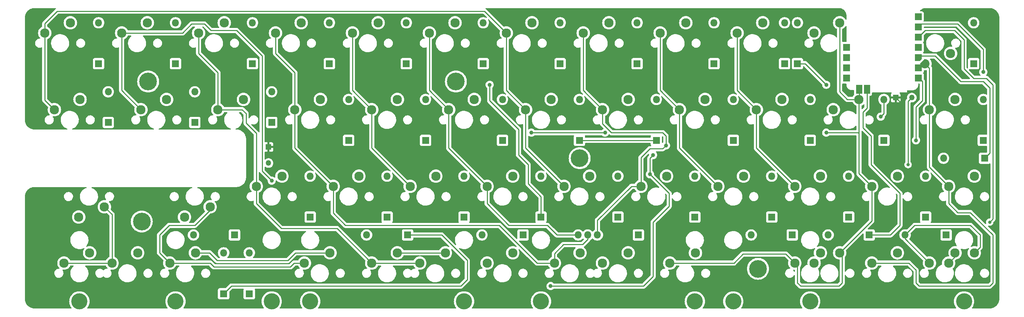
<source format=gbr>
%TF.GenerationSoftware,KiCad,Pcbnew,7.0.2*%
%TF.CreationDate,2023-05-23T19:20:25-05:00*%
%TF.ProjectId,Asymptote_PCB,4173796d-7074-46f7-9465-5f5043422e6b,rev?*%
%TF.SameCoordinates,Original*%
%TF.FileFunction,Copper,L1,Top*%
%TF.FilePolarity,Positive*%
%FSLAX46Y46*%
G04 Gerber Fmt 4.6, Leading zero omitted, Abs format (unit mm)*
G04 Created by KiCad (PCBNEW 7.0.2) date 2023-05-23 19:20:25*
%MOMM*%
%LPD*%
G01*
G04 APERTURE LIST*
G04 Aperture macros list*
%AMOutline5P*
0 Free polygon, 5 corners , with rotation*
0 The origin of the aperture is its center*
0 number of corners: always 5*
0 $1 to $10 corner X, Y*
0 $11 Rotation angle, in degrees counterclockwise*
0 create outline with 5 corners*
4,1,5,$1,$2,$3,$4,$5,$6,$7,$8,$9,$10,$1,$2,$11*%
%AMOutline6P*
0 Free polygon, 6 corners , with rotation*
0 The origin of the aperture is its center*
0 number of corners: always 6*
0 $1 to $12 corner X, Y*
0 $13 Rotation angle, in degrees counterclockwise*
0 create outline with 6 corners*
4,1,6,$1,$2,$3,$4,$5,$6,$7,$8,$9,$10,$11,$12,$1,$2,$13*%
%AMOutline7P*
0 Free polygon, 7 corners , with rotation*
0 The origin of the aperture is its center*
0 number of corners: always 7*
0 $1 to $14 corner X, Y*
0 $15 Rotation angle, in degrees counterclockwise*
0 create outline with 7 corners*
4,1,7,$1,$2,$3,$4,$5,$6,$7,$8,$9,$10,$11,$12,$13,$14,$1,$2,$15*%
%AMOutline8P*
0 Free polygon, 8 corners , with rotation*
0 The origin of the aperture is its center*
0 number of corners: always 8*
0 $1 to $16 corner X, Y*
0 $17 Rotation angle, in degrees counterclockwise*
0 create outline with 8 corners*
4,1,8,$1,$2,$3,$4,$5,$6,$7,$8,$9,$10,$11,$12,$13,$14,$15,$16,$1,$2,$17*%
%AMFreePoly0*
4,1,32,-1.150000,0.000000,-1.141867,0.136527,-1.095394,0.350159,-1.009331,0.551136,-0.886788,0.732194,-0.732194,0.886788,-0.551136,1.009331,-0.350159,1.095394,-0.136527,1.141867,0.000000,1.150000,0.136527,1.141867,0.350159,1.095394,0.551136,1.009331,0.732194,0.886788,0.886788,0.732194,1.009331,0.551136,1.095394,0.350159,1.141867,0.136527,1.150000,0.000000,1.150000,-0.115000,
0.115000,-1.150000,0.000000,-1.150000,-0.136527,-1.141867,-0.350159,-1.095394,-0.551136,-1.009331,-0.732194,-0.886788,-0.886788,-0.732194,-1.009331,-0.551136,-1.095394,-0.350159,-1.141867,-0.136527,-1.150000,0.000000,-1.150000,0.000000,-1.150000,0.000000,$1*%
G04 Aperture macros list end*
%TA.AperFunction,ComponentPad*%
%ADD10R,1.700000X1.700000*%
%TD*%
%TA.AperFunction,ComponentPad*%
%ADD11Outline5P,-0.850000X0.340000X-0.340000X0.850000X0.850000X0.850000X0.850000X-0.850000X-0.850000X-0.850000X180.000000*%
%TD*%
%TA.AperFunction,ComponentPad*%
%ADD12R,1.500000X2.200000*%
%TD*%
%TA.AperFunction,ComponentPad*%
%ADD13R,1.350000X1.350000*%
%TD*%
%TA.AperFunction,ComponentPad*%
%ADD14O,1.350000X1.350000*%
%TD*%
%TA.AperFunction,ComponentPad*%
%ADD15R,1.800000X1.800000*%
%TD*%
%TA.AperFunction,ComponentPad*%
%ADD16O,1.800000X1.800000*%
%TD*%
%TA.AperFunction,ComponentPad*%
%ADD17C,4.000000*%
%TD*%
%TA.AperFunction,ComponentPad*%
%ADD18C,2.300000*%
%TD*%
%TA.AperFunction,ComponentPad*%
%ADD19FreePoly0,180.000000*%
%TD*%
%TA.AperFunction,ComponentPad*%
%ADD20C,4.400000*%
%TD*%
%TA.AperFunction,ViaPad*%
%ADD21C,0.800000*%
%TD*%
%TA.AperFunction,ViaPad*%
%ADD22C,1.000000*%
%TD*%
%TA.AperFunction,Conductor*%
%ADD23C,0.250000*%
%TD*%
G04 APERTURE END LIST*
D10*
%TO.P,J1,1,Pin_1*%
%TO.N,COL0*%
X247411875Y-45827750D03*
%TO.P,J1,2,Pin_2*%
%TO.N,COL1*%
X247411875Y-48367750D03*
%TO.P,J1,3,Pin_3*%
%TO.N,COL3*%
X247411875Y-50907750D03*
%TO.P,J1,4,Pin_4*%
%TO.N,ROW1*%
X247411875Y-53447750D03*
D11*
%TO.P,J1,5,Pin_5*%
%TO.N,ROW5*%
X247411875Y-55987750D03*
D10*
%TO.P,J1,6,Pin_6*%
%TO.N,COL5*%
X247411875Y-58527750D03*
%TO.P,J1,7,Pin_7*%
%TO.N,ROW3*%
X247411875Y-61067750D03*
D12*
%TO.P,J1,8,Pin_8*%
%TO.N,ROW6*%
X234711875Y-63861750D03*
%TO.P,J1,9,Pin_9*%
%TO.N,COL4*%
X232806875Y-63861750D03*
D10*
%TO.P,J1,18,Pin_18*%
%TO.N,ROW4*%
X229631875Y-61067750D03*
%TO.P,J1,19,Pin_19*%
%TO.N,ROW2*%
X229631875Y-58527750D03*
%TO.P,J1,20,Pin_20*%
%TO.N,ROW0*%
X229631875Y-55987750D03*
%TO.P,J1,21,Pin_21*%
%TO.N,COL2*%
X229631875Y-53447750D03*
%TD*%
D13*
%TO.P,J5,1,Pin_1*%
%TO.N,-BATT*%
X241821785Y-65894964D03*
D14*
%TO.P,J5,2,Pin_2*%
%TO.N,+BATT*%
X245821785Y-65894964D03*
%TD*%
D13*
%TO.P,J4,1,Pin_1*%
%TO.N,-BATT*%
X86518750Y-78168749D03*
D14*
%TO.P,J4,2,Pin_2*%
%TO.N,+BATT*%
X86518750Y-82168749D03*
%TD*%
D15*
%TO.P,D15,1,K*%
%TO.N,ROW2*%
X87312500Y-72072500D03*
D16*
%TO.P,D15,2,A*%
%TO.N,Net-(D15-A)*%
X87312500Y-64452500D03*
%TD*%
D15*
%TO.P,D14,1,K*%
%TO.N,ROW2*%
X68262500Y-72072500D03*
D16*
%TO.P,D14,2,A*%
%TO.N,Net-(D14-A)*%
X68262500Y-64452500D03*
%TD*%
D15*
%TO.P,D13,1,K*%
%TO.N,ROW2*%
X46831250Y-72072500D03*
D16*
%TO.P,D13,2,A*%
%TO.N,Net-(D13-A)*%
X46831250Y-64452500D03*
%TD*%
D17*
%TO.P,S5,*%
%TO.N,*%
X87312500Y-116522500D03*
X201612500Y-116522500D03*
%TD*%
D18*
%TO.P,SW17,1,1*%
%TO.N,COL4*%
X112077500Y-68897500D03*
%TO.P,SW17,2,2*%
%TO.N,Net-(D17-A)*%
X118427500Y-66357500D03*
%TD*%
%TO.P,SW49,1,1*%
%TO.N,COL2*%
X112077500Y-106997500D03*
%TO.P,SW49,2,2*%
%TO.N,Net-(D39-A)*%
X118427500Y-104457500D03*
%TD*%
D17*
%TO.P,S4,*%
%TO.N,*%
X258762500Y-116522500D03*
X220662500Y-116522500D03*
%TD*%
D18*
%TO.P,SW8,1,1*%
%TO.N,COL1*%
X164465000Y-49847500D03*
%TO.P,SW8,2,2*%
%TO.N,Net-(D8-A)*%
X170815000Y-47307500D03*
%TD*%
%TO.P,SW15,1,1*%
%TO.N,COL2*%
X73977500Y-68897500D03*
%TO.P,SW15,2,2*%
%TO.N,Net-(D15-A)*%
X80327500Y-66357500D03*
%TD*%
%TO.P,SW35,1,1*%
%TO.N,COL4*%
X235902500Y-87947500D03*
%TO.P,SW35,2,2*%
%TO.N,Net-(D35-A)*%
X242252500Y-85407500D03*
%TD*%
%TO.P,SW37,1,1*%
%TO.N,COL0*%
X47783750Y-106997500D03*
%TO.P,SW37,2,2*%
%TO.N,Net-(D37-A)*%
X54133750Y-104457500D03*
%TD*%
D17*
%TO.P,S1,*%
%TO.N,*%
X63500000Y-116522500D03*
X39687500Y-116522500D03*
%TD*%
D19*
%TO.P,SW12,2,2*%
%TO.N,COL5*%
X249078750Y-57467500D03*
D18*
%TO.P,SW12,1,1*%
%TO.N,Net-(D12-A)*%
X255428750Y-54927500D03*
%TD*%
%TO.P,SW9,1,1*%
%TO.N,COL2*%
X183515000Y-49847500D03*
%TO.P,SW9,2,2*%
%TO.N,Net-(D9-A)*%
X189865000Y-47307500D03*
%TD*%
%TO.P,SW46,1,1*%
%TO.N,Net-(D40-A)*%
X250190000Y-106997500D03*
%TO.P,SW46,2,2*%
%TO.N,COL3*%
X256540000Y-104457500D03*
%TD*%
%TO.P,SW40,1,1*%
%TO.N,COL3*%
X157321250Y-106997500D03*
%TO.P,SW40,2,2*%
%TO.N,Net-(D40-A)*%
X163671250Y-104457500D03*
%TD*%
%TO.P,SW13,1,1*%
%TO.N,COL0*%
X33496250Y-68897500D03*
%TO.P,SW13,2,2*%
%TO.N,Net-(D13-A)*%
X39846250Y-66357500D03*
%TD*%
%TO.P,SW6,1,1*%
%TO.N,COL5*%
X126365000Y-49847500D03*
%TO.P,SW6,2,2*%
%TO.N,Net-(D6-A)*%
X132715000Y-47307500D03*
%TD*%
%TO.P,SW19,1,1*%
%TO.N,COL0*%
X150177500Y-68897500D03*
%TO.P,SW19,2,2*%
%TO.N,Net-(D19-A)*%
X156527500Y-66357500D03*
%TD*%
%TO.P,SW20,1,1*%
%TO.N,COL1*%
X169227500Y-68897500D03*
%TO.P,SW20,2,2*%
%TO.N,Net-(D20-A)*%
X175577500Y-66357500D03*
%TD*%
%TO.P,SW22,1,1*%
%TO.N,COL3*%
X207327500Y-68897500D03*
%TO.P,SW22,2,2*%
%TO.N,Net-(D22-A)*%
X213677500Y-66357500D03*
%TD*%
%TO.P,SW25,1,1*%
%TO.N,COL0*%
X45878750Y-93027500D03*
%TO.P,SW25,2,2*%
%TO.N,Net-(D25-A)*%
X39528750Y-95567500D03*
%TD*%
%TO.P,SW28,1,1*%
%TO.N,COL3*%
X102552500Y-87947500D03*
%TO.P,SW28,2,2*%
%TO.N,Net-(D28-A)*%
X108902500Y-85407500D03*
%TD*%
%TO.P,SW47,1,1*%
%TO.N,COL4*%
X216853105Y-106997500D03*
%TO.P,SW47,2,2*%
%TO.N,Net-(D41-A)*%
X223203105Y-104457500D03*
%TD*%
%TO.P,SW27,1,1*%
%TO.N,COL2*%
X83502500Y-87947500D03*
%TO.P,SW27,2,2*%
%TO.N,Net-(D27-A)*%
X89852500Y-85407500D03*
%TD*%
%TO.P,SW3,1,1*%
%TO.N,COL2*%
X69215000Y-49847500D03*
%TO.P,SW3,2,2*%
%TO.N,Net-(D3-A)*%
X75565000Y-47307500D03*
%TD*%
%TO.P,SW16,1,1*%
%TO.N,COL3*%
X93027500Y-68897500D03*
%TO.P,SW16,2,2*%
%TO.N,Net-(D16-A)*%
X99377500Y-66357500D03*
%TD*%
%TO.P,SW39,1,1*%
%TO.N,COL2*%
X123983750Y-106997500D03*
%TO.P,SW39,2,2*%
%TO.N,Net-(D39-A)*%
X130333750Y-104457500D03*
%TD*%
%TO.P,SW38,1,1*%
%TO.N,COL1*%
X95408750Y-106997500D03*
%TO.P,SW38,2,2*%
%TO.N,Net-(D38-A)*%
X101758750Y-104457500D03*
%TD*%
%TO.P,SW30,1,1*%
%TO.N,COL5*%
X140652500Y-87947500D03*
%TO.P,SW30,2,2*%
%TO.N,Net-(D30-A)*%
X147002500Y-85407500D03*
%TD*%
%TO.P,SW50,1,1*%
%TO.N,Net-(D43-K)*%
X169227500Y-106997500D03*
%TO.P,SW50,2,2*%
%TO.N,ROW6*%
X175577500Y-104457500D03*
%TD*%
D17*
%TO.P,S2,*%
%TO.N,*%
X134937500Y-116522500D03*
X96837500Y-116522500D03*
%TD*%
D18*
%TO.P,SW1,1,1*%
%TO.N,COL0*%
X31115000Y-49847500D03*
%TO.P,SW1,2,2*%
%TO.N,Net-(D1-A)*%
X37465000Y-47307500D03*
%TD*%
%TO.P,SW4,1,1*%
%TO.N,COL3*%
X88265000Y-49847500D03*
%TO.P,SW4,2,2*%
%TO.N,Net-(D4-A)*%
X94615000Y-47307500D03*
%TD*%
%TO.P,SW24,1,1*%
%TO.N,COL5*%
X250190000Y-68897500D03*
%TO.P,SW24,2,2*%
%TO.N,Net-(D24-A)*%
X256540000Y-66357500D03*
%TD*%
%TO.P,SW2,1,1*%
%TO.N,COL1*%
X50165000Y-49847500D03*
%TO.P,SW2,2,2*%
%TO.N,Net-(D2-A)*%
X56515000Y-47307500D03*
%TD*%
%TO.P,SW7,1,1*%
%TO.N,COL0*%
X145415000Y-49847500D03*
%TO.P,SW7,2,2*%
%TO.N,Net-(D7-A)*%
X151765000Y-47307500D03*
%TD*%
%TO.P,SW51,1,1*%
%TO.N,COL2*%
X140652500Y-106997500D03*
%TO.P,SW51,2,2*%
%TO.N,Net-(D39-A)*%
X147002500Y-104457500D03*
%TD*%
%TO.P,SW29,1,1*%
%TO.N,COL4*%
X121602500Y-87947500D03*
%TO.P,SW29,2,2*%
%TO.N,Net-(D29-A)*%
X127952500Y-85407500D03*
%TD*%
%TO.P,SW44,1,1*%
%TO.N,COL1*%
X62071250Y-106997500D03*
%TO.P,SW44,2,2*%
%TO.N,Net-(D38-A)*%
X68421250Y-104457500D03*
%TD*%
%TO.P,SW48,1,1*%
%TO.N,COL3*%
X254952500Y-106997500D03*
%TO.P,SW48,2,2*%
%TO.N,Net-(D40-A)*%
X261302500Y-104457500D03*
%TD*%
%TO.P,SW42,1,1*%
%TO.N,COL5*%
X235902500Y-106997500D03*
%TO.P,SW42,2,2*%
%TO.N,Net-(D42-A)*%
X242252500Y-104457500D03*
%TD*%
%TO.P,SW45,1,1*%
%TO.N,Net-(D41-A)*%
X221615000Y-106997500D03*
%TO.P,SW45,2,2*%
%TO.N,COL4*%
X227965000Y-104457500D03*
%TD*%
%TO.P,SW10,1,1*%
%TO.N,COL3*%
X202565000Y-49847500D03*
%TO.P,SW10,2,2*%
%TO.N,Net-(D10-A)*%
X208915000Y-47307500D03*
%TD*%
%TO.P,SW32,1,1*%
%TO.N,COL1*%
X178752500Y-87947500D03*
%TO.P,SW32,2,2*%
%TO.N,Net-(D32-A)*%
X185102500Y-85407500D03*
%TD*%
%TO.P,SW5,1,1*%
%TO.N,COL4*%
X107315000Y-49847500D03*
%TO.P,SW5,2,2*%
%TO.N,Net-(D5-A)*%
X113665000Y-47307500D03*
%TD*%
%TO.P,SW11,1,1*%
%TO.N,Net-(D11-A)*%
X221615000Y-49847500D03*
%TO.P,SW11,2,2*%
%TO.N,COL4*%
X227965000Y-47307500D03*
%TD*%
%TO.P,SW34,1,1*%
%TO.N,COL3*%
X216852500Y-87947500D03*
%TO.P,SW34,2,2*%
%TO.N,Net-(D34-A)*%
X223202500Y-85407500D03*
%TD*%
%TO.P,SW31,1,1*%
%TO.N,COL0*%
X159702500Y-87947500D03*
%TO.P,SW31,2,2*%
%TO.N,Net-(D31-A)*%
X166052500Y-85407500D03*
%TD*%
%TO.P,SW43,1,1*%
%TO.N,COL0*%
X35878105Y-106997500D03*
%TO.P,SW43,2,2*%
%TO.N,Net-(D37-A)*%
X42228105Y-104457500D03*
%TD*%
%TO.P,SW26,1,1*%
%TO.N,COL1*%
X72072500Y-93027500D03*
%TO.P,SW26,2,2*%
%TO.N,Net-(D26-A)*%
X65722500Y-95567500D03*
%TD*%
%TO.P,SW23,1,1*%
%TO.N,Net-(D23-A)*%
X226377500Y-68897500D03*
%TO.P,SW23,2,2*%
%TO.N,COL4*%
X232727500Y-66357500D03*
%TD*%
%TO.P,SW14,1,1*%
%TO.N,COL1*%
X54927500Y-68897500D03*
%TO.P,SW14,2,2*%
%TO.N,Net-(D14-A)*%
X61277500Y-66357500D03*
%TD*%
%TO.P,SW33,1,1*%
%TO.N,COL2*%
X197802500Y-87947500D03*
%TO.P,SW33,2,2*%
%TO.N,Net-(D33-A)*%
X204152500Y-85407500D03*
%TD*%
%TO.P,SW36,1,1*%
%TO.N,COL5*%
X254952500Y-87947500D03*
%TO.P,SW36,2,2*%
%TO.N,Net-(D36-A)*%
X261302500Y-85407500D03*
%TD*%
D20*
%TO.P,H1,1,1*%
%TO.N,N/C*%
X55124875Y-96686500D03*
X56724875Y-61912500D03*
X132924875Y-61912500D03*
X163574875Y-80962500D03*
X207724875Y-108421500D03*
%TD*%
D18*
%TO.P,SW21,1,1*%
%TO.N,COL2*%
X188277500Y-68897500D03*
%TO.P,SW21,2,2*%
%TO.N,Net-(D21-A)*%
X194627500Y-66357500D03*
%TD*%
%TO.P,SW18,1,1*%
%TO.N,COL5*%
X131127500Y-68897500D03*
%TO.P,SW18,2,2*%
%TO.N,Net-(D18-A)*%
X137477500Y-66357500D03*
%TD*%
D17*
%TO.P,S3,*%
%TO.N,*%
X192087500Y-116522500D03*
X153987500Y-116522500D03*
%TD*%
D18*
%TO.P,SW41,1,1*%
%TO.N,COL4*%
X185896250Y-106997500D03*
%TO.P,SW41,2,2*%
%TO.N,Net-(D41-A)*%
X192246250Y-104457500D03*
%TD*%
D15*
%TO.P,D12,1,K*%
%TO.N,ROW1*%
X261143750Y-57467499D03*
D16*
%TO.P,D12,2,A*%
%TO.N,Net-(D12-A)*%
X261143750Y-47307499D03*
%TD*%
D15*
%TO.P,D11,1,K*%
%TO.N,ROW1*%
X217500000Y-57467498D03*
D16*
%TO.P,D11,2,A*%
%TO.N,Net-(D11-A)*%
X217500000Y-47307498D03*
%TD*%
D15*
%TO.P,D34,1,K*%
%TO.N,ROW5*%
X230187500Y-95567499D03*
D16*
%TO.P,D34,2,A*%
%TO.N,Net-(D34-A)*%
X230187500Y-85407499D03*
%TD*%
D15*
%TO.P,D28,1,K*%
%TO.N,ROW4*%
X115887500Y-95567499D03*
D16*
%TO.P,D28,2,A*%
%TO.N,Net-(D28-A)*%
X115887500Y-85407499D03*
%TD*%
D15*
%TO.P,D7,1,K*%
%TO.N,ROW1*%
X158750000Y-57467499D03*
D16*
%TO.P,D7,2,A*%
%TO.N,Net-(D7-A)*%
X158750000Y-47307499D03*
%TD*%
D15*
%TO.P,D23,1,K*%
%TO.N,ROW3*%
X238918750Y-76517499D03*
D16*
%TO.P,D23,2,A*%
%TO.N,Net-(D23-A)*%
X238918750Y-66357499D03*
%TD*%
D15*
%TO.P,D33,1,K*%
%TO.N,ROW5*%
X211137500Y-95567499D03*
D16*
%TO.P,D33,2,A*%
%TO.N,Net-(D33-A)*%
X211137500Y-85407499D03*
%TD*%
D15*
%TO.P,D42,1,K*%
%TO.N,ROW6*%
X235267500Y-100012500D03*
D16*
%TO.P,D42,2,A*%
%TO.N,Net-(D42-A)*%
X225107500Y-100012500D03*
%TD*%
D15*
%TO.P,D5,1,K*%
%TO.N,ROW0*%
X120650000Y-57467499D03*
D16*
%TO.P,D5,2,A*%
%TO.N,Net-(D5-A)*%
X120650000Y-47307499D03*
%TD*%
D15*
%TO.P,D40,1,K*%
%TO.N,ROW6*%
X254317500Y-100012500D03*
D16*
%TO.P,D40,2,A*%
%TO.N,Net-(D40-A)*%
X244157500Y-100012500D03*
%TD*%
D15*
%TO.P,D36,1,K*%
%TO.N,ROW5*%
X263842499Y-80962500D03*
D16*
%TO.P,D36,2,A*%
%TO.N,Net-(D36-A)*%
X253682499Y-80962500D03*
%TD*%
D15*
%TO.P,D8,1,K*%
%TO.N,ROW1*%
X177800000Y-57467499D03*
D16*
%TO.P,D8,2,A*%
%TO.N,Net-(D8-A)*%
X177800000Y-47307499D03*
%TD*%
D15*
%TO.P,D18,1,K*%
%TO.N,ROW2*%
X144462500Y-76517500D03*
D16*
%TO.P,D18,2,A*%
%TO.N,Net-(D18-A)*%
X144462500Y-66357500D03*
%TD*%
D15*
%TO.P,D1,1,K*%
%TO.N,ROW0*%
X44450000Y-57467500D03*
D16*
%TO.P,D1,2,A*%
%TO.N,Net-(D1-A)*%
X44450000Y-47307500D03*
%TD*%
D15*
%TO.P,D6,1,K*%
%TO.N,ROW0*%
X139700000Y-57467499D03*
D16*
%TO.P,D6,2,A*%
%TO.N,Net-(D6-A)*%
X139700000Y-47307499D03*
%TD*%
D15*
%TO.P,D24,1,K*%
%TO.N,ROW3*%
X263525000Y-76517499D03*
D16*
%TO.P,D24,2,A*%
%TO.N,Net-(D24-A)*%
X263525000Y-66357499D03*
%TD*%
D15*
%TO.P,D26,1,K*%
%TO.N,ROW4*%
X81756250Y-114617499D03*
D16*
%TO.P,D26,2,A*%
%TO.N,Net-(D26-A)*%
X81756250Y-104457499D03*
%TD*%
D15*
%TO.P,D17,1,K*%
%TO.N,ROW2*%
X125412500Y-76517499D03*
D16*
%TO.P,D17,2,A*%
%TO.N,Net-(D17-A)*%
X125412500Y-66357499D03*
%TD*%
D15*
%TO.P,D4,1,K*%
%TO.N,ROW0*%
X101600000Y-57467499D03*
D16*
%TO.P,D4,2,A*%
%TO.N,Net-(D4-A)*%
X101600000Y-47307499D03*
%TD*%
D15*
%TO.P,D3,1,K*%
%TO.N,ROW0*%
X82550000Y-57467499D03*
D16*
%TO.P,D3,2,A*%
%TO.N,Net-(D3-A)*%
X82550000Y-47307499D03*
%TD*%
%TO.P,D45,2,A*%
%TO.N,COL5*%
X163195000Y-100012500D03*
%TD*%
D15*
%TO.P,D21,1,K*%
%TO.N,ROW3*%
X201612500Y-76517499D03*
D16*
%TO.P,D21,2,A*%
%TO.N,Net-(D21-A)*%
X201612500Y-66357499D03*
%TD*%
D15*
%TO.P,D9,1,K*%
%TO.N,ROW1*%
X196850000Y-57467499D03*
D16*
%TO.P,D9,2,A*%
%TO.N,Net-(D9-A)*%
X196850000Y-47307499D03*
%TD*%
D15*
%TO.P,D32,1,K*%
%TO.N,ROW5*%
X192087500Y-95567500D03*
D16*
%TO.P,D32,2,A*%
%TO.N,Net-(D32-A)*%
X192087500Y-85407500D03*
%TD*%
D15*
%TO.P,D31,1,K*%
%TO.N,ROW5*%
X173037500Y-95567499D03*
D16*
%TO.P,D31,2,A*%
%TO.N,Net-(D31-A)*%
X173037500Y-85407499D03*
%TD*%
D15*
%TO.P,D20,1,K*%
%TO.N,ROW3*%
X182562500Y-76517499D03*
D16*
%TO.P,D20,2,A*%
%TO.N,Net-(D20-A)*%
X182562500Y-66357499D03*
%TD*%
D15*
%TO.P,D19,1,K*%
%TO.N,ROW3*%
X163512500Y-76517499D03*
D16*
%TO.P,D19,2,A*%
%TO.N,Net-(D19-A)*%
X163512500Y-66357499D03*
%TD*%
D15*
%TO.P,D35,1,K*%
%TO.N,ROW5*%
X249237500Y-95567499D03*
D16*
%TO.P,D35,2,A*%
%TO.N,Net-(D35-A)*%
X249237500Y-85407499D03*
%TD*%
D15*
%TO.P,D29,1,K*%
%TO.N,ROW4*%
X134937500Y-95567499D03*
D16*
%TO.P,D29,2,A*%
%TO.N,Net-(D29-A)*%
X134937500Y-85407499D03*
%TD*%
D15*
%TO.P,D39,1,K*%
%TO.N,ROW6*%
X149542499Y-100012500D03*
D16*
%TO.P,D39,2,A*%
%TO.N,Net-(D39-A)*%
X139382499Y-100012500D03*
%TD*%
D15*
%TO.P,D25,1,K*%
%TO.N,ROW4*%
X78105000Y-100012500D03*
D16*
%TO.P,D25,2,A*%
%TO.N,Net-(D25-A)*%
X67945000Y-100012500D03*
%TD*%
D15*
%TO.P,D30,1,K*%
%TO.N,ROW4*%
X153987500Y-95567499D03*
D16*
%TO.P,D30,2,A*%
%TO.N,Net-(D30-A)*%
X153987500Y-85407499D03*
%TD*%
D15*
%TO.P,D38,1,K*%
%TO.N,ROW6*%
X120967499Y-100012500D03*
D16*
%TO.P,D38,2,A*%
%TO.N,Net-(D38-A)*%
X110807499Y-100012500D03*
%TD*%
D15*
%TO.P,D2,1,K*%
%TO.N,ROW0*%
X63500000Y-57467499D03*
D16*
%TO.P,D2,2,A*%
%TO.N,Net-(D2-A)*%
X63500000Y-47307499D03*
%TD*%
%TO.P,D44,2,A*%
%TO.N,COL3*%
X165576250Y-100012500D03*
%TD*%
D15*
%TO.P,D37,1,K*%
%TO.N,ROW6*%
X75406250Y-114617499D03*
D16*
%TO.P,D37,2,A*%
%TO.N,Net-(D37-A)*%
X75406250Y-104457499D03*
%TD*%
D15*
%TO.P,D22,1,K*%
%TO.N,ROW3*%
X220662500Y-76517499D03*
D16*
%TO.P,D22,2,A*%
%TO.N,Net-(D22-A)*%
X220662500Y-66357499D03*
%TD*%
D15*
%TO.P,D10,1,K*%
%TO.N,ROW1*%
X214312500Y-57467500D03*
D16*
%TO.P,D10,2,A*%
%TO.N,Net-(D10-A)*%
X214312500Y-47307500D03*
%TD*%
D15*
%TO.P,D27,1,K*%
%TO.N,ROW4*%
X96837500Y-95567499D03*
D16*
%TO.P,D27,2,A*%
%TO.N,Net-(D27-A)*%
X96837500Y-85407499D03*
%TD*%
D15*
%TO.P,D16,1,K*%
%TO.N,ROW2*%
X106362500Y-76517499D03*
D16*
%TO.P,D16,2,A*%
%TO.N,Net-(D16-A)*%
X106362500Y-66357499D03*
%TD*%
D15*
%TO.P,D41,1,K*%
%TO.N,ROW6*%
X216217500Y-100012500D03*
D16*
%TO.P,D41,2,A*%
%TO.N,Net-(D41-A)*%
X206057500Y-100012500D03*
%TD*%
D15*
%TO.P,D43,1,K*%
%TO.N,Net-(D43-K)*%
X178117500Y-100012500D03*
D16*
%TO.P,D43,2,A*%
%TO.N,COL1*%
X167957500Y-100012500D03*
%TD*%
D21*
%TO.N,+BATT*%
X244896585Y-82550000D03*
%TO.N,-BATT*%
X242887500Y-80962500D03*
%TO.N,COL3*%
X265112500Y-96837500D03*
D22*
%TO.N,ROW1*%
X224631250Y-62706250D03*
%TO.N,ROW3*%
X246856250Y-76502012D03*
%TO.N,ROW4*%
X141287500Y-62706250D03*
%TO.N,COL0*%
X181768750Y-80168750D03*
X156368750Y-112712500D03*
X180975000Y-84931250D03*
%TO.N,COL1*%
X263525000Y-59531250D03*
X87312500Y-86518750D03*
X184943750Y-77787500D03*
%TO.N,COL4*%
X151606250Y-74612500D03*
X224631250Y-74612500D03*
X169862500Y-74612500D03*
%TO.N,Net-(D23-A)*%
X238125000Y-70643750D03*
%TD*%
D23*
%TO.N,COL3*%
X264318750Y-61118750D02*
X265906250Y-62706250D01*
X258762500Y-58737500D02*
X261143750Y-61118750D01*
X258762500Y-51593750D02*
X258762500Y-58737500D01*
X261143750Y-61118750D02*
X264318750Y-61118750D01*
X256381250Y-49212500D02*
X258762500Y-51593750D01*
X265906250Y-62706250D02*
X265906250Y-96043750D01*
X249107125Y-49212500D02*
X256381250Y-49212500D01*
X265906250Y-96043750D02*
X265112500Y-96837500D01*
X247411875Y-50907750D02*
X249107125Y-49212500D01*
%TO.N,+BATT*%
X244887500Y-66829249D02*
X245821785Y-65894964D01*
X244887500Y-82540915D02*
X244887500Y-66829249D01*
%TO.N,-BATT*%
X242887500Y-66960679D02*
X241821785Y-65894964D01*
X242887500Y-68262500D02*
X242887500Y-66960679D01*
X242887500Y-68262500D02*
X242887500Y-69056250D01*
X242887500Y-69056250D02*
X242887500Y-80962500D01*
%TO.N,Net-(D23-A)*%
X238918750Y-66357499D02*
X238918750Y-69850000D01*
X238918750Y-69850000D02*
X238125000Y-70643750D01*
%TO.N,+BATT*%
X244887500Y-82540915D02*
X244896585Y-82550000D01*
%TO.N,ROW5*%
X265112500Y-63500000D02*
X265112500Y-79692499D01*
X265112500Y-79692499D02*
X263842499Y-80962500D01*
X257968750Y-61912500D02*
X263525000Y-61912500D01*
X247837125Y-55562500D02*
X251618750Y-55562500D01*
X251618750Y-55562500D02*
X257968750Y-61912500D01*
X263525000Y-61912500D02*
X265112500Y-63500000D01*
%TO.N,COL4*%
X228600000Y-111918750D02*
X228600000Y-105092500D01*
X227806250Y-112712500D02*
X228600000Y-111918750D01*
X218281250Y-112712500D02*
X227806250Y-112712500D01*
X217487500Y-111918750D02*
X218281250Y-112712500D01*
X217487500Y-107631895D02*
X217487500Y-111918750D01*
%TO.N,COL1*%
X92868750Y-106997500D02*
X95408750Y-106997500D01*
X73025000Y-107950000D02*
X91916250Y-107950000D01*
X72072500Y-106997500D02*
X73025000Y-107950000D01*
X62071250Y-106997500D02*
X72072500Y-106997500D01*
X91916250Y-107950000D02*
X92868750Y-106997500D01*
%TO.N,Net-(D38-A)*%
X71913750Y-104457500D02*
X73818750Y-106362500D01*
X68421250Y-104457500D02*
X71913750Y-104457500D01*
X73818750Y-106362500D02*
X91281250Y-106362500D01*
X91281250Y-106362500D02*
X93186250Y-104457500D01*
X93186250Y-104457500D02*
X101758750Y-104457500D01*
%TO.N,ROW6*%
X77311249Y-112712500D02*
X75406250Y-114617499D01*
X134143750Y-112712500D02*
X77311249Y-112712500D01*
X135731250Y-111125000D02*
X134143750Y-112712500D01*
X135731250Y-106362500D02*
X135731250Y-111125000D01*
X129381250Y-100012500D02*
X135731250Y-106362500D01*
X120967499Y-100012500D02*
X129381250Y-100012500D01*
%TO.N,Net-(D39-A)*%
X118427500Y-104457500D02*
X130333750Y-104457500D01*
%TO.N,Net-(D40-A)*%
X244157500Y-100012500D02*
X244157500Y-100965000D01*
X246538750Y-97631250D02*
X244157500Y-100012500D01*
X262731250Y-100012500D02*
X260350000Y-97631250D01*
X260350000Y-97631250D02*
X246538750Y-97631250D01*
X261302500Y-104457500D02*
X262731250Y-103028750D01*
X244157500Y-100965000D02*
X250190000Y-106997500D01*
X262731250Y-103028750D02*
X262731250Y-100012500D01*
%TO.N,ROW1*%
X217500000Y-57467498D02*
X219392498Y-57467498D01*
X219392498Y-57467498D02*
X224631250Y-62706250D01*
%TO.N,ROW3*%
X163512500Y-76517499D02*
X182562500Y-76517499D01*
X247599000Y-61067750D02*
X248443750Y-61912500D01*
X246856250Y-68262500D02*
X246856250Y-76502012D01*
X248443750Y-66675000D02*
X246856250Y-68262500D01*
X248443750Y-61912500D02*
X248443750Y-66675000D01*
%TO.N,ROW4*%
X153987500Y-90487500D02*
X150812500Y-87312500D01*
X148431250Y-80168750D02*
X148431250Y-73818750D01*
X141287500Y-66675000D02*
X141287500Y-62706250D01*
X153987500Y-95567499D02*
X153987500Y-90487500D01*
X150812500Y-82550000D02*
X148431250Y-80168750D01*
X148431250Y-73818750D02*
X141287500Y-66675000D01*
X150812500Y-87312500D02*
X150812500Y-82550000D01*
%TO.N,ROW6*%
X235743750Y-75406250D02*
X235743750Y-82550000D01*
X234711875Y-63861750D02*
X234711875Y-68500625D01*
X240506250Y-100012500D02*
X235267500Y-100012500D01*
X234711875Y-68500625D02*
X233734173Y-69478327D01*
X235743750Y-82550000D02*
X242887500Y-89693750D01*
X242887500Y-97631250D02*
X240506250Y-100012500D01*
X242887500Y-89693750D02*
X242887500Y-97631250D01*
X233734173Y-69478327D02*
X233734173Y-73396673D01*
X233734173Y-73396673D02*
X235743750Y-75406250D01*
%TO.N,COL0*%
X181768750Y-110331250D02*
X181768750Y-96837500D01*
X140017500Y-44450000D02*
X145415000Y-49847500D01*
X31115000Y-47466250D02*
X34131250Y-44450000D01*
X150177500Y-78422500D02*
X159702500Y-87947500D01*
X180975000Y-80962500D02*
X181768750Y-80168750D01*
X45878750Y-93027500D02*
X47783750Y-94932500D01*
X185737500Y-92868750D02*
X185737500Y-89693750D01*
X179387500Y-112712500D02*
X181768750Y-110331250D01*
X185737500Y-89693750D02*
X180975000Y-84931250D01*
X180975000Y-84931250D02*
X180975000Y-80962500D01*
X181768750Y-96837500D02*
X185737500Y-92868750D01*
X145415000Y-64135000D02*
X150177500Y-68897500D01*
X31115000Y-49847500D02*
X31115000Y-66516250D01*
X34131250Y-44450000D02*
X140017500Y-44450000D01*
X145415000Y-49847500D02*
X145415000Y-64135000D01*
X156368750Y-112712500D02*
X179387500Y-112712500D01*
X31115000Y-49847500D02*
X31115000Y-47466250D01*
X47783750Y-106997500D02*
X35878105Y-106997500D01*
X47783750Y-94932500D02*
X47783750Y-106997500D01*
X150177500Y-68897500D02*
X150177500Y-78422500D01*
X31115000Y-66516250D02*
X33496250Y-68897500D01*
%TO.N,COL1*%
X84931250Y-84137500D02*
X84931250Y-55562500D01*
X50165000Y-64135000D02*
X54927500Y-68897500D01*
X169227500Y-72390000D02*
X169227500Y-68897500D01*
X257175000Y-47625000D02*
X263525000Y-53975000D01*
X178752500Y-80803750D02*
X180975000Y-78581250D01*
X176371250Y-87947500D02*
X178752500Y-87947500D01*
X180975000Y-78581250D02*
X184150000Y-78581250D01*
X67468750Y-47625000D02*
X65246250Y-49847500D01*
X61912500Y-97631250D02*
X59531250Y-100012500D01*
X59531250Y-104457500D02*
X62071250Y-106997500D01*
X68262500Y-97631250D02*
X61912500Y-97631250D01*
X59531250Y-100012500D02*
X59531250Y-104457500D01*
X65246250Y-49847500D02*
X50165000Y-49847500D01*
X164465000Y-49847500D02*
X164465000Y-64135000D01*
X178752500Y-87947500D02*
X178752500Y-80803750D01*
X184150000Y-74612500D02*
X171450000Y-74612500D01*
X164465000Y-64135000D02*
X169227500Y-68897500D01*
X50165000Y-49847500D02*
X50165000Y-64135000D01*
X248154625Y-47625000D02*
X257175000Y-47625000D01*
X87312500Y-86518750D02*
X84931250Y-84137500D01*
X84931250Y-55562500D02*
X78581250Y-49212500D01*
X171450000Y-74612500D02*
X169227500Y-72390000D01*
X72231250Y-49212500D02*
X70643750Y-47625000D01*
X184943750Y-75406250D02*
X184150000Y-74612500D01*
X167957500Y-100012500D02*
X167957500Y-96361250D01*
X72072500Y-93821250D02*
X68262500Y-97631250D01*
X167957500Y-96361250D02*
X176371250Y-87947500D01*
X70643750Y-47625000D02*
X67468750Y-47625000D01*
X184943750Y-77787500D02*
X184943750Y-75406250D01*
X247411875Y-48367750D02*
X248154625Y-47625000D01*
X78581250Y-49212500D02*
X72231250Y-49212500D01*
X263525000Y-53975000D02*
X263525000Y-59531250D01*
X184150000Y-78581250D02*
X184943750Y-77787500D01*
%TO.N,COL2*%
X83502500Y-87947500D02*
X83502500Y-92233750D01*
X89693750Y-98425000D02*
X103505000Y-98425000D01*
X80962500Y-72231250D02*
X83502500Y-74771250D01*
X188277500Y-68897500D02*
X188277500Y-78422500D01*
X83502500Y-92233750D02*
X89693750Y-98425000D01*
X69215000Y-49847500D02*
X69215000Y-54927500D01*
X80010000Y-68897500D02*
X80962500Y-69850000D01*
X188277500Y-78422500D02*
X197802500Y-87947500D01*
X103505000Y-98425000D02*
X112077500Y-106997500D01*
X73977500Y-68897500D02*
X80010000Y-68897500D01*
X83502500Y-74771250D02*
X83502500Y-87947500D01*
X69215000Y-54927500D02*
X73977500Y-59690000D01*
X183515000Y-49847500D02*
X183515000Y-64135000D01*
X80962500Y-69850000D02*
X80962500Y-72231250D01*
X73977500Y-59690000D02*
X73977500Y-68897500D01*
X112077500Y-106997500D02*
X123983750Y-106997500D01*
X183515000Y-64135000D02*
X188277500Y-68897500D01*
%TO.N,COL3*%
X157321250Y-106997500D02*
X153035000Y-106997500D01*
X207327500Y-68897500D02*
X207327500Y-78422500D01*
X202565000Y-49847500D02*
X202565000Y-64135000D01*
X153035000Y-106997500D02*
X143668750Y-97631250D01*
X88265000Y-54927500D02*
X93027500Y-59690000D01*
X159543750Y-102393750D02*
X157321250Y-104616250D01*
X256540000Y-105410000D02*
X254952500Y-106997500D01*
X88265000Y-49847500D02*
X88265000Y-54927500D01*
X202565000Y-64135000D02*
X207327500Y-68897500D01*
X164306250Y-102393750D02*
X159543750Y-102393750D01*
X143668750Y-97631250D02*
X105568750Y-97631250D01*
X157321250Y-104616250D02*
X157321250Y-106997500D01*
X165576250Y-101123750D02*
X164306250Y-102393750D01*
X207327500Y-78422500D02*
X216852500Y-87947500D01*
X93027500Y-68897500D02*
X93027500Y-78422500D01*
X105568750Y-97631250D02*
X102552500Y-94615000D01*
X165576250Y-100012500D02*
X165576250Y-101123750D01*
X93027500Y-78422500D02*
X102552500Y-87947500D01*
X102552500Y-94615000D02*
X102552500Y-87947500D01*
X93027500Y-59690000D02*
X93027500Y-68897500D01*
%TO.N,COL4*%
X203993750Y-104775000D02*
X201771250Y-106997500D01*
X232727500Y-66357500D02*
X232727500Y-74771250D01*
X229870000Y-66357500D02*
X232727500Y-66357500D01*
X214630605Y-104775000D02*
X203993750Y-104775000D01*
X107315000Y-64135000D02*
X112077500Y-68897500D01*
X232806875Y-63861750D02*
X232806875Y-66278125D01*
X169862500Y-74612500D02*
X151606250Y-74612500D01*
X235902500Y-87947500D02*
X235902500Y-96520000D01*
X235902500Y-96520000D02*
X227965000Y-104457500D01*
X201771250Y-106997500D02*
X185896250Y-106997500D01*
X232727500Y-74771250D02*
X232568750Y-74612500D01*
X232727500Y-84772500D02*
X235902500Y-87947500D01*
X112077500Y-68897500D02*
X112077500Y-78422500D01*
X112077500Y-78422500D02*
X121602500Y-87947500D01*
X232568750Y-74612500D02*
X224631250Y-74612500D01*
X232727500Y-74771250D02*
X232727500Y-84772500D01*
X227965000Y-64452500D02*
X229870000Y-66357500D01*
X216853105Y-106997500D02*
X214630605Y-104775000D01*
X227965000Y-47307500D02*
X227965000Y-64452500D01*
X107315000Y-49847500D02*
X107315000Y-64135000D01*
%TO.N,COL5*%
X250190000Y-58578750D02*
X249078750Y-57467500D01*
X250190000Y-68897500D02*
X250190000Y-83185000D01*
X250190000Y-83185000D02*
X254952500Y-87947500D01*
X245110000Y-106997500D02*
X246856250Y-108743750D01*
X250190000Y-68897500D02*
X250190000Y-58578750D01*
X157956250Y-100012500D02*
X155575000Y-97631250D01*
X254952500Y-92233750D02*
X254952500Y-87947500D01*
X155575000Y-97631250D02*
X146050000Y-97631250D01*
X265906250Y-100012500D02*
X260350000Y-94456250D01*
X131127500Y-68897500D02*
X131127500Y-78422500D01*
X126365000Y-64135000D02*
X131127500Y-68897500D01*
X163195000Y-100012500D02*
X157956250Y-100012500D01*
X146050000Y-97631250D02*
X140652500Y-92233750D01*
X265112500Y-112712500D02*
X265906250Y-111918750D01*
X265906250Y-111918750D02*
X265906250Y-100012500D01*
X246856250Y-111918750D02*
X247650000Y-112712500D01*
X131127500Y-78422500D02*
X140652500Y-87947500D01*
X257175000Y-94456250D02*
X254952500Y-92233750D01*
X140652500Y-92233750D02*
X140652500Y-87947500D01*
X235902500Y-106997500D02*
X245110000Y-106997500D01*
X260350000Y-94456250D02*
X257175000Y-94456250D01*
X246856250Y-108743750D02*
X246856250Y-111918750D01*
X126365000Y-49847500D02*
X126365000Y-64135000D01*
X247650000Y-112712500D02*
X265112500Y-112712500D01*
%TD*%
%TA.AperFunction,Conductor*%
%TO.N,-BATT*%
G36*
X33825624Y-43676752D02*
G01*
X33872117Y-43730408D01*
X33882221Y-43800682D01*
X33852727Y-43865262D01*
X33831562Y-43884687D01*
X33787866Y-43916433D01*
X33777947Y-43922949D01*
X33739886Y-43945458D01*
X33725561Y-43959783D01*
X33710534Y-43972617D01*
X33694144Y-43984525D01*
X33665951Y-44018604D01*
X33657963Y-44027381D01*
X30726336Y-46959007D01*
X30710016Y-46972083D01*
X30661370Y-47023885D01*
X30658621Y-47026722D01*
X30641667Y-47043677D01*
X30641660Y-47043684D01*
X30638865Y-47046480D01*
X30636442Y-47049602D01*
X30636426Y-47049621D01*
X30636365Y-47049701D01*
X30628689Y-47058686D01*
X30598414Y-47090927D01*
X30588652Y-47108684D01*
X30577801Y-47125202D01*
X30565385Y-47141209D01*
X30547824Y-47181789D01*
X30542604Y-47192445D01*
X30521304Y-47231190D01*
X30516267Y-47250809D01*
X30509864Y-47269511D01*
X30501818Y-47288105D01*
X30494901Y-47331774D01*
X30492495Y-47343394D01*
X30481500Y-47386219D01*
X30481500Y-47406473D01*
X30479949Y-47426183D01*
X30476779Y-47446192D01*
X30480941Y-47490211D01*
X30481500Y-47502069D01*
X30481500Y-48230566D01*
X30461498Y-48298687D01*
X30407842Y-48345180D01*
X30403720Y-48346974D01*
X30359732Y-48365195D01*
X30137139Y-48501600D01*
X29938636Y-48671136D01*
X29769100Y-48869639D01*
X29632696Y-49092230D01*
X29532796Y-49333409D01*
X29471854Y-49587250D01*
X29451372Y-49847500D01*
X29471854Y-50107749D01*
X29532796Y-50361590D01*
X29602901Y-50530838D01*
X29632697Y-50602771D01*
X29769097Y-50825356D01*
X29769098Y-50825358D01*
X29769100Y-50825360D01*
X29938633Y-51023859D01*
X29938635Y-51023860D01*
X29938637Y-51023863D01*
X29957752Y-51040189D01*
X29996561Y-51099638D01*
X29997069Y-51170633D01*
X29959113Y-51230632D01*
X29894745Y-51260586D01*
X29875922Y-51262000D01*
X29791382Y-51262000D01*
X29788404Y-51262284D01*
X29788390Y-51262285D01*
X29631031Y-51277311D01*
X29505448Y-51314186D01*
X29452255Y-51329805D01*
X29424788Y-51337870D01*
X29233739Y-51436361D01*
X29064785Y-51569229D01*
X28924023Y-51731676D01*
X28816552Y-51917822D01*
X28746250Y-52120943D01*
X28715660Y-52333707D01*
X28725887Y-52548404D01*
X28776561Y-52757287D01*
X28865853Y-52952809D01*
X28990535Y-53127901D01*
X29133139Y-53263872D01*
X29146097Y-53276227D01*
X29310369Y-53381798D01*
X29326923Y-53392437D01*
X29526465Y-53472321D01*
X29526468Y-53472322D01*
X29737528Y-53513000D01*
X29895617Y-53513000D01*
X29898618Y-53513000D01*
X30058971Y-53497688D01*
X30265209Y-53437131D01*
X30297767Y-53420345D01*
X30367476Y-53406910D01*
X30433387Y-53433296D01*
X30474570Y-53491128D01*
X30481500Y-53532340D01*
X30481500Y-66432397D01*
X30479204Y-66453185D01*
X30481438Y-66524234D01*
X30481500Y-66528193D01*
X30481500Y-66556106D01*
X30481995Y-66560024D01*
X30481997Y-66560056D01*
X30482008Y-66560138D01*
X30482937Y-66571947D01*
X30484326Y-66616142D01*
X30489977Y-66635591D01*
X30493986Y-66654946D01*
X30496525Y-66675044D01*
X30496525Y-66675046D01*
X30496526Y-66675047D01*
X30510717Y-66710891D01*
X30512801Y-66716153D01*
X30516644Y-66727380D01*
X30528980Y-66769840D01*
X30539294Y-66787280D01*
X30547987Y-66805024D01*
X30555448Y-66823867D01*
X30555449Y-66823869D01*
X30581431Y-66859630D01*
X30587948Y-66869551D01*
X30610458Y-66907613D01*
X30624778Y-66921933D01*
X30637618Y-66936966D01*
X30649526Y-66953355D01*
X30649527Y-66953356D01*
X30649528Y-66953357D01*
X30670469Y-66970681D01*
X30683598Y-66981542D01*
X30692378Y-66989532D01*
X31904953Y-68202107D01*
X31938979Y-68264419D01*
X31933914Y-68335234D01*
X31932267Y-68339419D01*
X31914047Y-68383407D01*
X31853104Y-68637250D01*
X31832622Y-68897500D01*
X31853104Y-69157749D01*
X31914046Y-69411590D01*
X31978794Y-69567904D01*
X32013947Y-69652771D01*
X32150347Y-69875356D01*
X32150348Y-69875358D01*
X32150350Y-69875360D01*
X32319883Y-70073859D01*
X32319885Y-70073860D01*
X32319887Y-70073863D01*
X32339002Y-70090189D01*
X32377811Y-70149638D01*
X32378319Y-70220633D01*
X32340363Y-70280632D01*
X32275995Y-70310586D01*
X32257172Y-70312000D01*
X32172632Y-70312000D01*
X32169654Y-70312284D01*
X32169640Y-70312285D01*
X32012281Y-70327311D01*
X31852229Y-70374306D01*
X31833505Y-70379805D01*
X31806038Y-70387870D01*
X31614989Y-70486361D01*
X31446035Y-70619229D01*
X31305273Y-70781676D01*
X31197802Y-70967822D01*
X31127500Y-71170943D01*
X31096910Y-71383707D01*
X31107137Y-71598404D01*
X31157811Y-71807287D01*
X31247103Y-72002809D01*
X31371785Y-72177901D01*
X31447170Y-72249779D01*
X31527347Y-72326227D01*
X31626653Y-72390047D01*
X31708173Y-72442437D01*
X31907715Y-72522321D01*
X31907718Y-72522322D01*
X32118778Y-72563000D01*
X32276867Y-72563000D01*
X32279868Y-72563000D01*
X32440221Y-72547688D01*
X32646459Y-72487131D01*
X32771161Y-72422842D01*
X32837510Y-72388638D01*
X33006464Y-72255770D01*
X33006467Y-72255768D01*
X33147226Y-72093324D01*
X33254698Y-71907177D01*
X33325000Y-71704054D01*
X33355589Y-71491297D01*
X33353026Y-71437500D01*
X33345362Y-71276595D01*
X33294688Y-71067712D01*
X33205396Y-70872190D01*
X33109553Y-70737597D01*
X33086333Y-70670505D01*
X33103071Y-70601510D01*
X33154454Y-70552517D01*
X33224167Y-70539081D01*
X33231345Y-70540279D01*
X33235997Y-70540645D01*
X33236001Y-70540646D01*
X33496250Y-70561128D01*
X33756499Y-70540646D01*
X34010339Y-70479704D01*
X34251521Y-70379803D01*
X34474106Y-70243403D01*
X34672613Y-70073863D01*
X34842153Y-69875356D01*
X34978553Y-69652771D01*
X35078454Y-69411589D01*
X35139396Y-69157749D01*
X35159878Y-68897500D01*
X35139396Y-68637251D01*
X35078454Y-68383411D01*
X34978553Y-68142229D01*
X34842153Y-67919644D01*
X34842149Y-67919639D01*
X34672613Y-67721136D01*
X34474110Y-67551600D01*
X34474108Y-67551598D01*
X34474106Y-67551597D01*
X34251521Y-67415197D01*
X34251519Y-67415196D01*
X34010340Y-67315296D01*
X33756499Y-67254354D01*
X33756498Y-67254353D01*
X33496250Y-67233872D01*
X33496249Y-67233872D01*
X33236000Y-67254354D01*
X32982157Y-67315297D01*
X32938169Y-67333517D01*
X32867579Y-67341106D01*
X32804092Y-67309326D01*
X32800857Y-67306203D01*
X32304136Y-66809482D01*
X31852155Y-66357500D01*
X38182622Y-66357500D01*
X38198253Y-66556106D01*
X38203104Y-66617749D01*
X38264046Y-66871590D01*
X38363671Y-67112105D01*
X38363947Y-67112771D01*
X38500347Y-67335356D01*
X38500348Y-67335358D01*
X38500350Y-67335360D01*
X38669886Y-67533863D01*
X38854189Y-67691271D01*
X38868394Y-67703403D01*
X39090979Y-67839803D01*
X39332161Y-67939704D01*
X39586001Y-68000646D01*
X39846250Y-68021128D01*
X40106499Y-68000646D01*
X40360339Y-67939704D01*
X40601521Y-67839803D01*
X40824106Y-67703403D01*
X41022613Y-67533863D01*
X41192153Y-67335356D01*
X41328553Y-67112771D01*
X41428454Y-66871589D01*
X41489396Y-66617749D01*
X41509878Y-66357500D01*
X41489396Y-66097251D01*
X41428454Y-65843411D01*
X41328553Y-65602229D01*
X41192153Y-65379644D01*
X41192149Y-65379639D01*
X41022613Y-65181136D01*
X40824110Y-65011600D01*
X40824108Y-65011598D01*
X40824106Y-65011597D01*
X40601521Y-64875197D01*
X40601519Y-64875196D01*
X40360340Y-64775296D01*
X40106499Y-64714354D01*
X39846250Y-64693872D01*
X39586000Y-64714354D01*
X39332159Y-64775296D01*
X39090980Y-64875196D01*
X38868389Y-65011600D01*
X38669886Y-65181136D01*
X38500350Y-65379639D01*
X38363946Y-65602230D01*
X38264046Y-65843409D01*
X38203104Y-66097250D01*
X38203104Y-66097251D01*
X38182622Y-66357500D01*
X31852155Y-66357500D01*
X31785405Y-66290750D01*
X31751379Y-66228438D01*
X31748500Y-66201655D01*
X31748500Y-64452500D01*
X45417923Y-64452500D01*
X45437199Y-64685126D01*
X45437199Y-64685129D01*
X45437200Y-64685130D01*
X45494500Y-64911405D01*
X45538450Y-65011600D01*
X45588266Y-65125169D01*
X45715936Y-65320583D01*
X45844054Y-65459756D01*
X45871358Y-65489416D01*
X45874030Y-65492318D01*
X46058233Y-65635690D01*
X46263523Y-65746787D01*
X46484299Y-65822580D01*
X46714538Y-65861000D01*
X46714541Y-65861000D01*
X46947959Y-65861000D01*
X46947962Y-65861000D01*
X47178201Y-65822580D01*
X47398977Y-65746787D01*
X47604267Y-65635690D01*
X47788470Y-65492318D01*
X47946564Y-65320583D01*
X48074234Y-65125169D01*
X48167999Y-64911407D01*
X48225301Y-64685126D01*
X48244577Y-64452500D01*
X48225301Y-64219874D01*
X48167999Y-63993593D01*
X48074234Y-63779831D01*
X47946564Y-63584417D01*
X47788470Y-63412682D01*
X47604267Y-63269310D01*
X47519514Y-63223444D01*
X47398976Y-63158212D01*
X47212089Y-63094054D01*
X47178201Y-63082420D01*
X46947962Y-63044000D01*
X46714538Y-63044000D01*
X46484299Y-63082420D01*
X46484296Y-63082420D01*
X46484296Y-63082421D01*
X46263523Y-63158212D01*
X46058234Y-63269309D01*
X45874029Y-63412682D01*
X45715934Y-63584419D01*
X45588266Y-63779830D01*
X45494500Y-63993594D01*
X45437200Y-64219869D01*
X45437199Y-64219874D01*
X45426737Y-64346130D01*
X45418162Y-64449621D01*
X45417923Y-64452500D01*
X31748500Y-64452500D01*
X31748500Y-58416138D01*
X43041500Y-58416138D01*
X43048011Y-58476701D01*
X43071208Y-58538894D01*
X43099111Y-58613705D01*
X43186738Y-58730761D01*
X43303794Y-58818388D01*
X43303795Y-58818388D01*
X43303796Y-58818389D01*
X43440799Y-58869489D01*
X43501362Y-58876000D01*
X43504731Y-58876000D01*
X45395269Y-58876000D01*
X45398638Y-58876000D01*
X45459201Y-58869489D01*
X45596204Y-58818389D01*
X45713261Y-58730761D01*
X45800889Y-58613704D01*
X45851989Y-58476701D01*
X45858500Y-58416138D01*
X45858500Y-56518862D01*
X45851989Y-56458299D01*
X45800889Y-56321296D01*
X45800887Y-56321293D01*
X45713261Y-56204238D01*
X45596205Y-56116611D01*
X45527702Y-56091061D01*
X45459201Y-56065511D01*
X45398638Y-56059000D01*
X43501362Y-56059000D01*
X43498013Y-56059359D01*
X43498013Y-56059360D01*
X43440799Y-56065511D01*
X43303794Y-56116611D01*
X43186738Y-56204238D01*
X43099111Y-56321294D01*
X43068327Y-56403830D01*
X43048011Y-56458299D01*
X43041500Y-56518862D01*
X43041500Y-58416138D01*
X31748500Y-58416138D01*
X31748500Y-52462664D01*
X32676833Y-52462664D01*
X32677253Y-52466848D01*
X32677254Y-52466849D01*
X32706488Y-52757446D01*
X32706489Y-52757454D01*
X32706911Y-52761645D01*
X32776570Y-53053949D01*
X32884569Y-53334360D01*
X32886589Y-53338046D01*
X33013327Y-53569315D01*
X33028979Y-53597875D01*
X33031472Y-53601259D01*
X33031473Y-53601260D01*
X33201868Y-53832523D01*
X33207223Y-53839790D01*
X33416121Y-54055789D01*
X33651946Y-54242018D01*
X33910487Y-54395152D01*
X34187133Y-54512460D01*
X34476946Y-54591848D01*
X34774755Y-54631900D01*
X34778971Y-54631900D01*
X34997925Y-54631900D01*
X35000033Y-54631900D01*
X35224819Y-54616852D01*
X35519287Y-54556999D01*
X35803151Y-54458431D01*
X36071343Y-54322907D01*
X36319080Y-54152846D01*
X36541939Y-53951282D01*
X36735943Y-53721812D01*
X36897631Y-53468532D01*
X37024118Y-53195960D01*
X37113146Y-52908962D01*
X37163126Y-52612658D01*
X37172452Y-52333707D01*
X38875660Y-52333707D01*
X38885887Y-52548404D01*
X38936561Y-52757287D01*
X39025853Y-52952809D01*
X39150535Y-53127901D01*
X39293139Y-53263872D01*
X39306097Y-53276227D01*
X39470369Y-53381798D01*
X39486923Y-53392437D01*
X39686465Y-53472321D01*
X39686468Y-53472322D01*
X39897528Y-53513000D01*
X40055617Y-53513000D01*
X40058618Y-53513000D01*
X40218971Y-53497688D01*
X40425209Y-53437131D01*
X40549911Y-53372842D01*
X40616260Y-53338638D01*
X40785214Y-53205770D01*
X40785217Y-53205768D01*
X40925976Y-53043324D01*
X41033448Y-52857177D01*
X41103750Y-52654054D01*
X41134339Y-52441297D01*
X41124112Y-52226596D01*
X41109545Y-52166548D01*
X41073438Y-52017712D01*
X40984146Y-51822190D01*
X40859464Y-51647098D01*
X40703904Y-51498774D01*
X40703903Y-51498773D01*
X40596428Y-51429703D01*
X40523076Y-51382562D01*
X40323534Y-51302678D01*
X40112472Y-51262000D01*
X39951382Y-51262000D01*
X39948404Y-51262284D01*
X39948390Y-51262285D01*
X39791031Y-51277311D01*
X39665448Y-51314186D01*
X39612255Y-51329805D01*
X39584788Y-51337870D01*
X39393739Y-51436361D01*
X39224785Y-51569229D01*
X39084023Y-51731676D01*
X38976552Y-51917822D01*
X38906250Y-52120943D01*
X38875660Y-52333707D01*
X37172452Y-52333707D01*
X37173167Y-52312336D01*
X37143089Y-52013355D01*
X37073430Y-51721051D01*
X36965431Y-51440640D01*
X36821021Y-51177125D01*
X36642777Y-50935210D01*
X36433879Y-50719211D01*
X36198054Y-50532982D01*
X36194439Y-50530841D01*
X36194435Y-50530838D01*
X35943138Y-50381995D01*
X35943136Y-50381994D01*
X35939513Y-50379848D01*
X35662867Y-50262540D01*
X35658814Y-50261429D01*
X35658809Y-50261428D01*
X35377118Y-50184265D01*
X35377114Y-50184264D01*
X35373054Y-50183152D01*
X35368883Y-50182591D01*
X35368878Y-50182590D01*
X35079421Y-50143661D01*
X35079411Y-50143660D01*
X35075245Y-50143100D01*
X34849967Y-50143100D01*
X34847883Y-50143239D01*
X34847868Y-50143240D01*
X34629379Y-50157866D01*
X34629364Y-50157867D01*
X34625181Y-50158148D01*
X34621053Y-50158986D01*
X34621053Y-50158987D01*
X34334845Y-50217161D01*
X34334843Y-50217161D01*
X34330713Y-50218001D01*
X34326734Y-50219382D01*
X34326729Y-50219384D01*
X34050840Y-50315183D01*
X34050837Y-50315183D01*
X34046849Y-50316569D01*
X34043090Y-50318468D01*
X34043077Y-50318474D01*
X33782423Y-50450189D01*
X33782412Y-50450195D01*
X33778657Y-50452093D01*
X33775192Y-50454470D01*
X33775181Y-50454478D01*
X33534389Y-50619772D01*
X33534382Y-50619777D01*
X33530920Y-50622154D01*
X33527803Y-50624972D01*
X33527798Y-50624977D01*
X33311186Y-50820891D01*
X33311181Y-50820895D01*
X33308061Y-50823718D01*
X33305349Y-50826924D01*
X33305339Y-50826936D01*
X33116773Y-51049974D01*
X33116764Y-51049985D01*
X33114057Y-51053188D01*
X33111798Y-51056725D01*
X33111791Y-51056736D01*
X32954641Y-51302908D01*
X32954637Y-51302914D01*
X32952369Y-51306468D01*
X32950592Y-51310295D01*
X32950592Y-51310297D01*
X32827654Y-51575220D01*
X32827650Y-51575228D01*
X32825882Y-51579040D01*
X32824638Y-51583050D01*
X32824635Y-51583058D01*
X32738101Y-51862015D01*
X32738097Y-51862028D01*
X32736854Y-51866038D01*
X32736154Y-51870187D01*
X32736153Y-51870192D01*
X32693846Y-52121011D01*
X32686874Y-52162342D01*
X32686733Y-52166542D01*
X32686733Y-52166548D01*
X32677548Y-52441292D01*
X32676833Y-52462664D01*
X31748500Y-52462664D01*
X31748500Y-51464432D01*
X31768502Y-51396311D01*
X31822158Y-51349818D01*
X31826284Y-51348023D01*
X31870266Y-51329805D01*
X31870265Y-51329805D01*
X31870271Y-51329803D01*
X32092856Y-51193403D01*
X32291363Y-51023863D01*
X32460903Y-50825356D01*
X32597303Y-50602771D01*
X32697204Y-50361589D01*
X32758146Y-50107749D01*
X32778628Y-49847500D01*
X32758146Y-49587251D01*
X32697204Y-49333411D01*
X32597303Y-49092229D01*
X32460903Y-48869644D01*
X32446321Y-48852570D01*
X32291363Y-48671136D01*
X32092860Y-48501600D01*
X32092858Y-48501598D01*
X32092856Y-48501597D01*
X31870271Y-48365197D01*
X31870270Y-48365196D01*
X31870266Y-48365194D01*
X31826280Y-48346974D01*
X31770999Y-48302425D01*
X31748579Y-48235062D01*
X31748499Y-48230566D01*
X31748499Y-48062769D01*
X31748499Y-47780840D01*
X31768501Y-47712723D01*
X31785399Y-47691754D01*
X32169653Y-47307500D01*
X35801372Y-47307500D01*
X35803744Y-47337639D01*
X35821854Y-47567749D01*
X35882796Y-47821590D01*
X35948482Y-47980169D01*
X35982697Y-48062771D01*
X36119097Y-48285356D01*
X36119098Y-48285358D01*
X36119100Y-48285360D01*
X36288636Y-48483863D01*
X36474925Y-48642967D01*
X36487144Y-48653403D01*
X36709729Y-48789803D01*
X36950911Y-48889704D01*
X37204751Y-48950646D01*
X37465000Y-48971128D01*
X37725249Y-48950646D01*
X37979089Y-48889704D01*
X38220271Y-48789803D01*
X38442856Y-48653403D01*
X38641363Y-48483863D01*
X38810903Y-48285356D01*
X38947303Y-48062771D01*
X39047204Y-47821589D01*
X39108146Y-47567749D01*
X39128628Y-47307500D01*
X43036673Y-47307500D01*
X43055949Y-47540126D01*
X43055950Y-47540128D01*
X43055950Y-47540130D01*
X43113250Y-47766405D01*
X43207015Y-47980167D01*
X43207016Y-47980169D01*
X43334686Y-48175583D01*
X43492780Y-48347318D01*
X43676983Y-48490690D01*
X43882273Y-48601787D01*
X44103049Y-48677580D01*
X44333288Y-48716000D01*
X44333291Y-48716000D01*
X44566709Y-48716000D01*
X44566712Y-48716000D01*
X44796951Y-48677580D01*
X45017727Y-48601787D01*
X45223017Y-48490690D01*
X45407220Y-48347318D01*
X45565314Y-48175583D01*
X45692984Y-47980169D01*
X45786749Y-47766407D01*
X45844051Y-47540126D01*
X45863327Y-47307500D01*
X54851372Y-47307500D01*
X54853744Y-47337639D01*
X54871854Y-47567749D01*
X54932796Y-47821590D01*
X54998482Y-47980169D01*
X55032697Y-48062771D01*
X55169097Y-48285356D01*
X55169098Y-48285358D01*
X55169100Y-48285360D01*
X55338636Y-48483863D01*
X55524925Y-48642967D01*
X55537144Y-48653403D01*
X55759729Y-48789803D01*
X56000911Y-48889704D01*
X56254751Y-48950646D01*
X56403948Y-48962388D01*
X56470289Y-48987673D01*
X56512429Y-49044811D01*
X56513704Y-49064628D01*
X56540714Y-49005488D01*
X56600440Y-48967104D01*
X56626052Y-48962388D01*
X56775249Y-48950646D01*
X57029089Y-48889704D01*
X57270271Y-48789803D01*
X57492856Y-48653403D01*
X57691363Y-48483863D01*
X57860903Y-48285356D01*
X57997303Y-48062771D01*
X58097204Y-47821589D01*
X58158146Y-47567749D01*
X58178628Y-47307500D01*
X58178628Y-47307499D01*
X62086673Y-47307499D01*
X62105949Y-47540125D01*
X62105949Y-47540128D01*
X62105950Y-47540129D01*
X62163250Y-47766404D01*
X62187457Y-47821590D01*
X62257016Y-47980168D01*
X62384686Y-48175582D01*
X62542780Y-48347317D01*
X62726983Y-48490689D01*
X62932273Y-48601786D01*
X63153049Y-48677579D01*
X63383288Y-48715999D01*
X63383291Y-48715999D01*
X63616709Y-48715999D01*
X63616712Y-48715999D01*
X63846951Y-48677579D01*
X64067727Y-48601786D01*
X64273017Y-48490689D01*
X64457220Y-48347317D01*
X64615314Y-48175582D01*
X64742984Y-47980168D01*
X64836749Y-47766406D01*
X64894051Y-47540125D01*
X64913327Y-47307499D01*
X64894051Y-47074873D01*
X64836749Y-46848592D01*
X64742984Y-46634830D01*
X64615314Y-46439416D01*
X64457220Y-46267681D01*
X64273017Y-46124309D01*
X64119637Y-46041304D01*
X64067726Y-46013211D01*
X63900918Y-45955946D01*
X63846951Y-45937419D01*
X63616712Y-45898999D01*
X63383288Y-45898999D01*
X63153049Y-45937419D01*
X63153046Y-45937419D01*
X63153046Y-45937420D01*
X62932273Y-46013211D01*
X62726984Y-46124308D01*
X62542779Y-46267681D01*
X62384684Y-46439418D01*
X62257016Y-46634829D01*
X62163250Y-46848593D01*
X62105950Y-47074868D01*
X62105949Y-47074873D01*
X62086673Y-47307499D01*
X58178628Y-47307499D01*
X58158146Y-47047251D01*
X58097204Y-46793411D01*
X57997303Y-46552229D01*
X57860903Y-46329644D01*
X57807982Y-46267681D01*
X57691363Y-46131136D01*
X57492860Y-45961600D01*
X57492858Y-45961598D01*
X57492856Y-45961597D01*
X57270271Y-45825197D01*
X57270269Y-45825196D01*
X57029090Y-45725296D01*
X56775249Y-45664354D01*
X56515000Y-45643872D01*
X56254750Y-45664354D01*
X56000909Y-45725296D01*
X55759730Y-45825196D01*
X55537139Y-45961600D01*
X55338636Y-46131136D01*
X55169100Y-46329639D01*
X55032696Y-46552230D01*
X54932796Y-46793409D01*
X54871854Y-47047250D01*
X54854202Y-47271546D01*
X54851372Y-47307500D01*
X45863327Y-47307500D01*
X45844051Y-47074874D01*
X45786749Y-46848593D01*
X45692984Y-46634831D01*
X45565314Y-46439417D01*
X45407220Y-46267682D01*
X45223017Y-46124310D01*
X45062421Y-46037400D01*
X45017726Y-46013212D01*
X44850915Y-45955946D01*
X44796951Y-45937420D01*
X44566712Y-45899000D01*
X44333288Y-45899000D01*
X44103049Y-45937420D01*
X44103046Y-45937420D01*
X44103046Y-45937421D01*
X43882273Y-46013212D01*
X43676984Y-46124309D01*
X43492779Y-46267682D01*
X43334684Y-46439419D01*
X43207016Y-46634830D01*
X43113250Y-46848594D01*
X43055950Y-47074869D01*
X43055949Y-47074874D01*
X43036673Y-47307500D01*
X39128628Y-47307500D01*
X39108146Y-47047251D01*
X39047204Y-46793411D01*
X38947303Y-46552229D01*
X38810903Y-46329644D01*
X38757982Y-46267681D01*
X38641363Y-46131136D01*
X38442860Y-45961600D01*
X38442858Y-45961598D01*
X38442856Y-45961597D01*
X38220271Y-45825197D01*
X38220269Y-45825196D01*
X37979090Y-45725296D01*
X37725249Y-45664354D01*
X37725248Y-45664353D01*
X37465000Y-45643872D01*
X37464999Y-45643872D01*
X37204750Y-45664354D01*
X36950909Y-45725296D01*
X36709730Y-45825196D01*
X36487139Y-45961600D01*
X36288636Y-46131136D01*
X36119100Y-46329639D01*
X35982696Y-46552230D01*
X35882796Y-46793409D01*
X35821854Y-47047250D01*
X35804202Y-47271546D01*
X35801372Y-47307500D01*
X32169653Y-47307500D01*
X34356749Y-45120405D01*
X34419061Y-45086379D01*
X34445844Y-45083500D01*
X139702906Y-45083500D01*
X139771027Y-45103502D01*
X139792001Y-45120405D01*
X140565230Y-45893634D01*
X140599256Y-45955946D01*
X140594191Y-46026761D01*
X140551644Y-46083597D01*
X140485124Y-46108408D01*
X140416166Y-46093543D01*
X140397787Y-46083597D01*
X140319637Y-46041304D01*
X140267726Y-46013211D01*
X140100918Y-45955946D01*
X140046951Y-45937419D01*
X139816712Y-45898999D01*
X139583288Y-45898999D01*
X139353049Y-45937419D01*
X139353046Y-45937419D01*
X139353046Y-45937420D01*
X139132273Y-46013211D01*
X138926984Y-46124308D01*
X138742779Y-46267681D01*
X138584684Y-46439418D01*
X138457016Y-46634829D01*
X138363250Y-46848593D01*
X138305950Y-47074868D01*
X138305949Y-47074873D01*
X138286673Y-47307499D01*
X138305949Y-47540125D01*
X138305949Y-47540128D01*
X138305950Y-47540129D01*
X138363250Y-47766404D01*
X138387457Y-47821590D01*
X138457016Y-47980168D01*
X138584686Y-48175582D01*
X138742780Y-48347317D01*
X138926983Y-48490689D01*
X139132273Y-48601786D01*
X139353049Y-48677579D01*
X139583288Y-48715999D01*
X139583291Y-48715999D01*
X139816709Y-48715999D01*
X139816712Y-48715999D01*
X140046951Y-48677579D01*
X140267727Y-48601786D01*
X140473017Y-48490689D01*
X140657220Y-48347317D01*
X140815314Y-48175582D01*
X140942984Y-47980168D01*
X141036749Y-47766406D01*
X141094051Y-47540125D01*
X141113327Y-47307499D01*
X141094051Y-47074873D01*
X141036749Y-46848592D01*
X140942984Y-46634830D01*
X140922527Y-46603518D01*
X140902015Y-46535552D01*
X140921504Y-46467283D01*
X140974809Y-46420388D01*
X141045005Y-46409756D01*
X141109805Y-46438763D01*
X141117106Y-46445510D01*
X143823703Y-49152107D01*
X143857729Y-49214419D01*
X143852664Y-49285234D01*
X143851017Y-49289419D01*
X143832797Y-49333407D01*
X143771854Y-49587250D01*
X143751372Y-49847500D01*
X143771854Y-50107749D01*
X143832796Y-50361590D01*
X143902901Y-50530838D01*
X143932697Y-50602771D01*
X144069097Y-50825356D01*
X144069098Y-50825358D01*
X144069100Y-50825360D01*
X144238633Y-51023859D01*
X144238635Y-51023860D01*
X144238637Y-51023863D01*
X144257752Y-51040189D01*
X144296561Y-51099638D01*
X144297069Y-51170633D01*
X144259113Y-51230632D01*
X144194745Y-51260586D01*
X144175922Y-51262000D01*
X144091382Y-51262000D01*
X144088404Y-51262284D01*
X144088390Y-51262285D01*
X143931031Y-51277311D01*
X143805448Y-51314186D01*
X143752255Y-51329805D01*
X143724788Y-51337870D01*
X143533739Y-51436361D01*
X143364785Y-51569229D01*
X143224023Y-51731676D01*
X143116552Y-51917822D01*
X143046250Y-52120943D01*
X143015660Y-52333707D01*
X143025887Y-52548404D01*
X143076561Y-52757287D01*
X143165853Y-52952809D01*
X143290535Y-53127901D01*
X143433139Y-53263872D01*
X143446097Y-53276227D01*
X143610369Y-53381798D01*
X143626923Y-53392437D01*
X143826465Y-53472321D01*
X143826468Y-53472322D01*
X144037528Y-53513000D01*
X144195617Y-53513000D01*
X144198618Y-53513000D01*
X144358971Y-53497688D01*
X144565209Y-53437131D01*
X144597767Y-53420345D01*
X144667476Y-53406910D01*
X144733387Y-53433296D01*
X144774570Y-53491128D01*
X144781500Y-53532340D01*
X144781500Y-64051147D01*
X144779204Y-64071935D01*
X144781438Y-64142984D01*
X144781500Y-64146943D01*
X144781500Y-64174856D01*
X144781995Y-64178774D01*
X144781997Y-64178806D01*
X144782008Y-64178888D01*
X144782937Y-64190697D01*
X144784326Y-64234892D01*
X144789977Y-64254341D01*
X144793986Y-64273696D01*
X144796525Y-64293794D01*
X144812801Y-64334903D01*
X144816644Y-64346130D01*
X144828980Y-64388590D01*
X144839294Y-64406030D01*
X144847987Y-64423774D01*
X144855448Y-64442617D01*
X144855449Y-64442619D01*
X144881431Y-64478380D01*
X144887948Y-64488301D01*
X144910458Y-64526363D01*
X144924778Y-64540683D01*
X144937618Y-64555716D01*
X144949526Y-64572105D01*
X144949527Y-64572106D01*
X144949528Y-64572107D01*
X144972603Y-64591196D01*
X144983598Y-64600292D01*
X144992378Y-64608282D01*
X145327732Y-64943636D01*
X145361758Y-65005948D01*
X145356693Y-65076763D01*
X145314146Y-65133599D01*
X145247626Y-65158410D01*
X145178668Y-65143545D01*
X145030226Y-65063212D01*
X144876354Y-65010388D01*
X144809451Y-64987420D01*
X144579212Y-64949000D01*
X144345788Y-64949000D01*
X144115549Y-64987420D01*
X144115546Y-64987420D01*
X144115546Y-64987421D01*
X143894773Y-65063212D01*
X143689484Y-65174309D01*
X143505279Y-65317682D01*
X143347184Y-65489419D01*
X143219516Y-65684830D01*
X143125750Y-65898594D01*
X143068450Y-66124869D01*
X143068449Y-66124874D01*
X143049173Y-66357500D01*
X143068449Y-66590126D01*
X143068449Y-66590129D01*
X143068450Y-66590130D01*
X143125750Y-66816405D01*
X143198186Y-66981542D01*
X143219516Y-67030169D01*
X143347186Y-67225583D01*
X143505280Y-67397318D01*
X143689483Y-67540690D01*
X143894773Y-67651787D01*
X144115549Y-67727580D01*
X144345788Y-67766000D01*
X144345791Y-67766000D01*
X144579209Y-67766000D01*
X144579212Y-67766000D01*
X144809451Y-67727580D01*
X145030227Y-67651787D01*
X145235517Y-67540690D01*
X145419720Y-67397318D01*
X145577814Y-67225583D01*
X145705484Y-67030169D01*
X145799249Y-66816407D01*
X145856551Y-66590126D01*
X145875827Y-66357500D01*
X145856551Y-66124874D01*
X145799249Y-65898593D01*
X145705484Y-65684831D01*
X145685025Y-65653517D01*
X145664513Y-65585553D01*
X145684001Y-65517283D01*
X145737305Y-65470388D01*
X145807501Y-65459755D01*
X145872302Y-65488761D01*
X145879604Y-65495509D01*
X148586202Y-68202107D01*
X148620228Y-68264419D01*
X148615163Y-68335234D01*
X148613517Y-68339418D01*
X148595296Y-68383409D01*
X148534354Y-68637250D01*
X148513872Y-68897500D01*
X148534354Y-69157749D01*
X148595296Y-69411590D01*
X148660044Y-69567904D01*
X148695197Y-69652771D01*
X148831597Y-69875356D01*
X148831598Y-69875358D01*
X148831600Y-69875360D01*
X149001133Y-70073859D01*
X149001135Y-70073860D01*
X149001137Y-70073863D01*
X149020252Y-70090189D01*
X149059061Y-70149638D01*
X149059569Y-70220633D01*
X149021613Y-70280632D01*
X148957245Y-70310586D01*
X148938422Y-70312000D01*
X148853882Y-70312000D01*
X148850904Y-70312284D01*
X148850890Y-70312285D01*
X148693531Y-70327311D01*
X148533479Y-70374306D01*
X148514755Y-70379805D01*
X148487288Y-70387870D01*
X148296239Y-70486361D01*
X148127285Y-70619229D01*
X147986523Y-70781676D01*
X147879052Y-70967822D01*
X147808750Y-71170943D01*
X147778160Y-71383707D01*
X147788387Y-71598404D01*
X147839061Y-71807287D01*
X147928353Y-72002809D01*
X148053035Y-72177901D01*
X148128420Y-72249779D01*
X148208597Y-72326227D01*
X148307903Y-72390047D01*
X148389423Y-72442437D01*
X148588965Y-72522321D01*
X148588968Y-72522322D01*
X148800028Y-72563000D01*
X148958117Y-72563000D01*
X148961118Y-72563000D01*
X149121471Y-72547688D01*
X149327709Y-72487131D01*
X149360267Y-72470345D01*
X149429976Y-72456910D01*
X149495887Y-72483296D01*
X149537070Y-72541128D01*
X149544000Y-72582340D01*
X149544000Y-78338647D01*
X149541704Y-78359435D01*
X149543938Y-78430484D01*
X149544000Y-78434438D01*
X149544000Y-78462356D01*
X149544495Y-78466274D01*
X149544497Y-78466306D01*
X149544508Y-78466388D01*
X149545437Y-78478197D01*
X149546826Y-78522392D01*
X149552477Y-78541841D01*
X149556486Y-78561196D01*
X149559025Y-78581294D01*
X149575301Y-78622403D01*
X149579144Y-78633630D01*
X149591480Y-78676090D01*
X149601794Y-78693530D01*
X149610487Y-78711274D01*
X149616875Y-78727407D01*
X149617949Y-78730119D01*
X149643931Y-78765880D01*
X149650448Y-78775801D01*
X149672958Y-78813863D01*
X149687278Y-78828183D01*
X149700118Y-78843216D01*
X149712026Y-78859605D01*
X149746098Y-78887792D01*
X149754878Y-78895782D01*
X154852730Y-83993634D01*
X154886756Y-84055946D01*
X154881691Y-84126761D01*
X154839144Y-84183597D01*
X154772624Y-84208408D01*
X154703666Y-84193543D01*
X154685287Y-84183597D01*
X154673755Y-84177356D01*
X154555226Y-84113211D01*
X154388418Y-84055946D01*
X154334451Y-84037419D01*
X154104212Y-83998999D01*
X153870788Y-83998999D01*
X153640549Y-84037419D01*
X153640546Y-84037419D01*
X153640546Y-84037420D01*
X153419773Y-84113211D01*
X153214484Y-84224308D01*
X153030279Y-84367681D01*
X152872184Y-84539418D01*
X152744516Y-84734829D01*
X152650750Y-84948593D01*
X152596237Y-85163862D01*
X152593449Y-85174873D01*
X152574173Y-85407499D01*
X152593449Y-85640125D01*
X152593449Y-85640128D01*
X152593450Y-85640129D01*
X152650750Y-85866404D01*
X152674957Y-85921590D01*
X152744516Y-86080168D01*
X152872186Y-86275582D01*
X153030280Y-86447317D01*
X153214483Y-86590689D01*
X153419773Y-86701786D01*
X153640549Y-86777579D01*
X153870788Y-86815999D01*
X153870791Y-86815999D01*
X154104209Y-86815999D01*
X154104212Y-86815999D01*
X154334451Y-86777579D01*
X154555227Y-86701786D01*
X154760517Y-86590689D01*
X154944720Y-86447317D01*
X155102814Y-86275582D01*
X155230484Y-86080168D01*
X155324249Y-85866406D01*
X155381551Y-85640125D01*
X155400827Y-85407499D01*
X155381551Y-85174873D01*
X155324249Y-84948592D01*
X155230484Y-84734830D01*
X155210027Y-84703518D01*
X155189515Y-84635552D01*
X155209004Y-84567283D01*
X155262309Y-84520388D01*
X155332505Y-84509756D01*
X155397305Y-84538763D01*
X155404606Y-84545510D01*
X158111203Y-87252107D01*
X158145229Y-87314419D01*
X158140164Y-87385234D01*
X158138517Y-87389419D01*
X158120297Y-87433407D01*
X158059354Y-87687250D01*
X158038872Y-87947500D01*
X158059354Y-88207749D01*
X158120296Y-88461590D01*
X158170950Y-88583879D01*
X158220197Y-88702771D01*
X158356597Y-88925356D01*
X158356598Y-88925358D01*
X158356600Y-88925360D01*
X158526133Y-89123859D01*
X158526135Y-89123860D01*
X158526137Y-89123863D01*
X158545252Y-89140189D01*
X158584061Y-89199638D01*
X158584569Y-89270633D01*
X158546613Y-89330632D01*
X158482245Y-89360586D01*
X158463422Y-89362000D01*
X158378882Y-89362000D01*
X158375904Y-89362284D01*
X158375890Y-89362285D01*
X158218531Y-89377311D01*
X158092948Y-89414186D01*
X158039755Y-89429805D01*
X158012288Y-89437870D01*
X157821239Y-89536361D01*
X157652285Y-89669229D01*
X157511523Y-89831676D01*
X157404052Y-90017822D01*
X157333750Y-90220943D01*
X157303160Y-90433707D01*
X157313387Y-90648404D01*
X157364061Y-90857287D01*
X157453353Y-91052809D01*
X157578035Y-91227901D01*
X157720639Y-91363872D01*
X157733597Y-91376227D01*
X157897869Y-91481798D01*
X157914423Y-91492437D01*
X158113965Y-91572321D01*
X158113968Y-91572322D01*
X158325028Y-91613000D01*
X158483117Y-91613000D01*
X158486118Y-91613000D01*
X158646471Y-91597688D01*
X158852709Y-91537131D01*
X158977411Y-91472842D01*
X159043760Y-91438638D01*
X159212714Y-91305770D01*
X159212717Y-91305768D01*
X159353476Y-91143324D01*
X159460948Y-90957177D01*
X159531250Y-90754054D01*
X159558767Y-90562664D01*
X161264333Y-90562664D01*
X161264753Y-90566848D01*
X161264754Y-90566849D01*
X161293988Y-90857446D01*
X161293989Y-90857454D01*
X161294411Y-90861645D01*
X161364070Y-91153949D01*
X161472069Y-91434360D01*
X161474089Y-91438046D01*
X161569809Y-91612714D01*
X161616479Y-91697875D01*
X161618972Y-91701259D01*
X161618973Y-91701260D01*
X161710163Y-91825025D01*
X161794723Y-91939790D01*
X162003621Y-92155789D01*
X162239446Y-92342018D01*
X162497987Y-92495152D01*
X162774633Y-92612460D01*
X163064446Y-92691848D01*
X163362255Y-92731900D01*
X163366471Y-92731900D01*
X163585425Y-92731900D01*
X163587533Y-92731900D01*
X163812319Y-92716852D01*
X164106787Y-92656999D01*
X164390651Y-92558431D01*
X164658843Y-92422907D01*
X164906580Y-92252846D01*
X165129439Y-92051282D01*
X165323443Y-91821812D01*
X165485131Y-91568532D01*
X165611618Y-91295960D01*
X165700646Y-91008962D01*
X165750626Y-90712658D01*
X165759952Y-90433707D01*
X167463160Y-90433707D01*
X167473387Y-90648404D01*
X167524061Y-90857287D01*
X167613353Y-91052809D01*
X167738035Y-91227901D01*
X167880639Y-91363872D01*
X167893597Y-91376227D01*
X168057869Y-91481798D01*
X168074423Y-91492437D01*
X168273965Y-91572321D01*
X168273968Y-91572322D01*
X168485028Y-91613000D01*
X168643117Y-91613000D01*
X168646118Y-91613000D01*
X168806471Y-91597688D01*
X169012709Y-91537131D01*
X169137411Y-91472842D01*
X169203760Y-91438638D01*
X169372714Y-91305770D01*
X169372717Y-91305768D01*
X169513476Y-91143324D01*
X169620948Y-90957177D01*
X169691250Y-90754054D01*
X169721839Y-90541297D01*
X169719276Y-90487499D01*
X169711612Y-90326595D01*
X169660938Y-90117712D01*
X169571646Y-89922190D01*
X169446964Y-89747098D01*
X169291404Y-89598774D01*
X169291403Y-89598773D01*
X169150489Y-89508213D01*
X169110576Y-89482562D01*
X168911034Y-89402678D01*
X168699972Y-89362000D01*
X168538882Y-89362000D01*
X168535904Y-89362284D01*
X168535890Y-89362285D01*
X168378531Y-89377311D01*
X168252948Y-89414186D01*
X168199755Y-89429805D01*
X168172288Y-89437870D01*
X167981239Y-89536361D01*
X167812285Y-89669229D01*
X167671523Y-89831676D01*
X167564052Y-90017822D01*
X167493750Y-90220943D01*
X167463160Y-90433707D01*
X165759952Y-90433707D01*
X165760667Y-90412336D01*
X165730589Y-90113355D01*
X165660930Y-89821051D01*
X165552931Y-89540640D01*
X165408521Y-89277125D01*
X165230277Y-89035210D01*
X165021379Y-88819211D01*
X164785554Y-88632982D01*
X164781939Y-88630841D01*
X164781935Y-88630838D01*
X164530638Y-88481995D01*
X164530636Y-88481994D01*
X164527013Y-88479848D01*
X164250367Y-88362540D01*
X164246314Y-88361429D01*
X164246309Y-88361428D01*
X163964618Y-88284265D01*
X163964614Y-88284264D01*
X163960554Y-88283152D01*
X163956383Y-88282591D01*
X163956378Y-88282590D01*
X163666921Y-88243661D01*
X163666911Y-88243660D01*
X163662745Y-88243100D01*
X163437467Y-88243100D01*
X163435383Y-88243239D01*
X163435368Y-88243240D01*
X163216879Y-88257866D01*
X163216864Y-88257867D01*
X163212681Y-88258148D01*
X163208553Y-88258986D01*
X163208553Y-88258987D01*
X162922345Y-88317161D01*
X162922343Y-88317161D01*
X162918213Y-88318001D01*
X162914234Y-88319382D01*
X162914229Y-88319384D01*
X162638340Y-88415183D01*
X162638337Y-88415183D01*
X162634349Y-88416569D01*
X162630590Y-88418468D01*
X162630577Y-88418474D01*
X162369923Y-88550189D01*
X162369912Y-88550195D01*
X162366157Y-88552093D01*
X162362692Y-88554470D01*
X162362681Y-88554478D01*
X162121889Y-88719772D01*
X162121882Y-88719777D01*
X162118420Y-88722154D01*
X162115303Y-88724972D01*
X162115298Y-88724977D01*
X161898686Y-88920891D01*
X161898681Y-88920895D01*
X161895561Y-88923718D01*
X161892849Y-88926924D01*
X161892839Y-88926936D01*
X161704273Y-89149974D01*
X161704264Y-89149985D01*
X161701557Y-89153188D01*
X161699298Y-89156725D01*
X161699291Y-89156736D01*
X161542141Y-89402908D01*
X161542137Y-89402914D01*
X161539869Y-89406468D01*
X161538092Y-89410295D01*
X161538092Y-89410297D01*
X161415154Y-89675220D01*
X161415150Y-89675228D01*
X161413382Y-89679040D01*
X161412138Y-89683050D01*
X161412135Y-89683058D01*
X161325601Y-89962015D01*
X161325597Y-89962028D01*
X161324354Y-89966038D01*
X161323654Y-89970187D01*
X161323653Y-89970192D01*
X161281357Y-90220946D01*
X161274374Y-90262342D01*
X161274233Y-90266542D01*
X161274233Y-90266548D01*
X161264508Y-90557441D01*
X161264333Y-90562664D01*
X159558767Y-90562664D01*
X159561839Y-90541297D01*
X159559276Y-90487499D01*
X159551612Y-90326595D01*
X159500938Y-90117712D01*
X159411646Y-89922190D01*
X159315803Y-89787597D01*
X159292583Y-89720505D01*
X159309321Y-89651510D01*
X159360704Y-89602517D01*
X159430417Y-89589081D01*
X159437595Y-89590279D01*
X159442247Y-89590645D01*
X159442251Y-89590646D01*
X159702500Y-89611128D01*
X159962749Y-89590646D01*
X160216589Y-89529704D01*
X160457771Y-89429803D01*
X160680356Y-89293403D01*
X160878863Y-89123863D01*
X161048403Y-88925356D01*
X161184803Y-88702771D01*
X161284704Y-88461589D01*
X161345646Y-88207749D01*
X161366128Y-87947500D01*
X161345646Y-87687251D01*
X161284704Y-87433411D01*
X161184803Y-87192229D01*
X161048403Y-86969644D01*
X161039681Y-86959432D01*
X160878863Y-86771136D01*
X160680360Y-86601600D01*
X160680358Y-86601598D01*
X160680356Y-86601597D01*
X160457771Y-86465197D01*
X160457769Y-86465196D01*
X160216590Y-86365296D01*
X159962749Y-86304354D01*
X159702500Y-86283872D01*
X159442250Y-86304354D01*
X159188409Y-86365296D01*
X159144418Y-86383517D01*
X159073828Y-86391105D01*
X159010341Y-86359324D01*
X159007107Y-86356202D01*
X158058405Y-85407500D01*
X164388872Y-85407500D01*
X164407180Y-85640125D01*
X164409354Y-85667749D01*
X164470296Y-85921590D01*
X164567024Y-86155110D01*
X164570197Y-86162771D01*
X164706597Y-86385356D01*
X164706598Y-86385358D01*
X164706600Y-86385360D01*
X164876136Y-86583863D01*
X165074639Y-86753399D01*
X165074644Y-86753403D01*
X165297229Y-86889803D01*
X165538411Y-86989704D01*
X165792251Y-87050646D01*
X166052500Y-87071128D01*
X166312749Y-87050646D01*
X166566589Y-86989704D01*
X166807771Y-86889803D01*
X167030356Y-86753403D01*
X167228863Y-86583863D01*
X167398403Y-86385356D01*
X167534803Y-86162771D01*
X167634704Y-85921589D01*
X167695646Y-85667749D01*
X167716128Y-85407500D01*
X167716128Y-85407499D01*
X171624173Y-85407499D01*
X171643449Y-85640125D01*
X171643449Y-85640128D01*
X171643450Y-85640129D01*
X171700750Y-85866404D01*
X171724957Y-85921590D01*
X171794516Y-86080168D01*
X171922186Y-86275582D01*
X172080280Y-86447317D01*
X172264483Y-86590689D01*
X172469773Y-86701786D01*
X172690549Y-86777579D01*
X172920788Y-86815999D01*
X172920791Y-86815999D01*
X173154209Y-86815999D01*
X173154212Y-86815999D01*
X173384451Y-86777579D01*
X173605227Y-86701786D01*
X173810517Y-86590689D01*
X173994720Y-86447317D01*
X174152814Y-86275582D01*
X174280484Y-86080168D01*
X174374249Y-85866406D01*
X174431551Y-85640125D01*
X174450827Y-85407499D01*
X174431551Y-85174873D01*
X174374249Y-84948592D01*
X174280484Y-84734830D01*
X174152814Y-84539416D01*
X173994720Y-84367681D01*
X173810517Y-84224309D01*
X173753666Y-84193543D01*
X173605226Y-84113211D01*
X173438418Y-84055946D01*
X173384451Y-84037419D01*
X173154212Y-83998999D01*
X172920788Y-83998999D01*
X172690549Y-84037419D01*
X172690546Y-84037419D01*
X172690546Y-84037420D01*
X172469773Y-84113211D01*
X172264484Y-84224308D01*
X172080279Y-84367681D01*
X171922184Y-84539418D01*
X171794516Y-84734829D01*
X171700750Y-84948593D01*
X171646237Y-85163862D01*
X171643449Y-85174873D01*
X171624173Y-85407499D01*
X167716128Y-85407499D01*
X167695646Y-85147251D01*
X167634704Y-84893411D01*
X167534803Y-84652229D01*
X167398403Y-84429644D01*
X167387658Y-84417063D01*
X167228863Y-84231136D01*
X167030360Y-84061600D01*
X167030358Y-84061598D01*
X167030356Y-84061597D01*
X166807771Y-83925197D01*
X166775911Y-83912000D01*
X166566590Y-83825296D01*
X166312749Y-83764354D01*
X166052500Y-83743872D01*
X165792250Y-83764354D01*
X165538409Y-83825296D01*
X165297230Y-83925196D01*
X165074639Y-84061600D01*
X164876136Y-84231136D01*
X164706600Y-84429639D01*
X164570196Y-84652230D01*
X164470296Y-84893409D01*
X164413747Y-85128951D01*
X164409354Y-85147251D01*
X164388872Y-85407500D01*
X158058405Y-85407500D01*
X153613405Y-80962500D01*
X160861424Y-80962500D01*
X160861654Y-80966302D01*
X160875230Y-81190752D01*
X160881208Y-81289570D01*
X160881891Y-81293299D01*
X160881893Y-81293312D01*
X160939585Y-81608126D01*
X160939587Y-81608137D01*
X160940272Y-81611871D01*
X160941403Y-81615502D01*
X160941404Y-81615504D01*
X161036620Y-81921066D01*
X161036623Y-81921075D01*
X161037754Y-81924703D01*
X161039315Y-81928173D01*
X161039318Y-81928179D01*
X161170668Y-82220028D01*
X161170672Y-82220035D01*
X161172233Y-82223504D01*
X161341749Y-82503916D01*
X161344089Y-82506903D01*
X161344092Y-82506907D01*
X161502260Y-82708794D01*
X161543828Y-82761851D01*
X161775524Y-82993547D01*
X161778525Y-82995898D01*
X161778526Y-82995899D01*
X161899491Y-83090669D01*
X162033459Y-83195626D01*
X162313871Y-83365142D01*
X162612672Y-83499621D01*
X162925504Y-83597103D01*
X163247805Y-83656167D01*
X163574875Y-83675951D01*
X163901945Y-83656167D01*
X164224246Y-83597103D01*
X164537078Y-83499621D01*
X164835879Y-83365142D01*
X165116291Y-83195626D01*
X165374226Y-82993547D01*
X165605922Y-82761851D01*
X165808001Y-82503916D01*
X165977517Y-82223504D01*
X166111996Y-81924703D01*
X166209478Y-81611871D01*
X166268542Y-81289570D01*
X166288326Y-80962500D01*
X166268542Y-80635430D01*
X166209478Y-80313129D01*
X166111996Y-80000297D01*
X165977517Y-79701496D01*
X165808001Y-79421084D01*
X165753681Y-79351749D01*
X165608274Y-79166151D01*
X165608273Y-79166150D01*
X165605922Y-79163149D01*
X165374226Y-78931453D01*
X165328695Y-78895782D01*
X165119282Y-78731717D01*
X165119278Y-78731714D01*
X165116291Y-78729374D01*
X164835879Y-78559858D01*
X164832410Y-78558297D01*
X164832403Y-78558293D01*
X164540554Y-78426943D01*
X164540548Y-78426940D01*
X164537078Y-78425379D01*
X164533450Y-78424248D01*
X164533441Y-78424245D01*
X164227879Y-78329029D01*
X164227877Y-78329028D01*
X164224246Y-78327897D01*
X164220512Y-78327212D01*
X164220501Y-78327210D01*
X163905687Y-78269518D01*
X163905674Y-78269516D01*
X163901945Y-78268833D01*
X163898151Y-78268603D01*
X163898147Y-78268603D01*
X163578677Y-78249279D01*
X163574875Y-78249049D01*
X163571073Y-78249279D01*
X163251602Y-78268603D01*
X163251596Y-78268603D01*
X163247805Y-78268833D01*
X163244077Y-78269516D01*
X163244062Y-78269518D01*
X162929248Y-78327210D01*
X162929234Y-78327213D01*
X162925504Y-78327897D01*
X162921876Y-78329027D01*
X162921870Y-78329029D01*
X162616308Y-78424245D01*
X162616293Y-78424250D01*
X162612672Y-78425379D01*
X162609207Y-78426938D01*
X162609195Y-78426943D01*
X162317346Y-78558293D01*
X162317332Y-78558300D01*
X162313871Y-78559858D01*
X162310614Y-78561826D01*
X162310610Y-78561829D01*
X162036712Y-78727407D01*
X162036706Y-78727410D01*
X162033459Y-78729374D01*
X162030478Y-78731709D01*
X162030467Y-78731717D01*
X161778526Y-78929100D01*
X161778515Y-78929109D01*
X161775524Y-78931453D01*
X161772829Y-78934147D01*
X161772821Y-78934155D01*
X161546530Y-79160446D01*
X161546522Y-79160454D01*
X161543828Y-79163149D01*
X161541484Y-79166140D01*
X161541475Y-79166151D01*
X161344092Y-79418092D01*
X161344084Y-79418103D01*
X161341749Y-79421084D01*
X161339785Y-79424331D01*
X161339782Y-79424337D01*
X161192354Y-79668212D01*
X161172233Y-79701496D01*
X161170675Y-79704957D01*
X161170668Y-79704971D01*
X161039318Y-79996820D01*
X161039313Y-79996832D01*
X161037754Y-80000297D01*
X161036625Y-80003918D01*
X161036620Y-80003933D01*
X160941404Y-80309495D01*
X160940272Y-80313129D01*
X160939588Y-80316859D01*
X160939585Y-80316873D01*
X160881893Y-80631687D01*
X160881891Y-80631702D01*
X160881208Y-80635430D01*
X160880978Y-80639221D01*
X160880978Y-80639227D01*
X160873450Y-80763683D01*
X160861424Y-80962500D01*
X153613405Y-80962500D01*
X150847905Y-78197000D01*
X150813879Y-78134688D01*
X150811000Y-78107905D01*
X150811000Y-75530900D01*
X150831002Y-75462779D01*
X150884658Y-75416286D01*
X150954932Y-75406182D01*
X151016933Y-75433500D01*
X151043246Y-75455095D01*
X151218446Y-75548741D01*
X151273733Y-75565512D01*
X151408548Y-75606408D01*
X151606250Y-75625880D01*
X151803951Y-75606408D01*
X151994054Y-75548741D01*
X152169254Y-75455095D01*
X152322818Y-75329068D01*
X152353184Y-75292065D01*
X152411860Y-75252098D01*
X152450583Y-75246000D01*
X162026869Y-75246000D01*
X162094990Y-75266002D01*
X162141483Y-75319658D01*
X162151587Y-75389932D01*
X162144925Y-75416030D01*
X162110511Y-75508298D01*
X162104000Y-75568861D01*
X162104000Y-77466137D01*
X162110511Y-77526700D01*
X162134046Y-77589798D01*
X162161611Y-77663704D01*
X162249238Y-77780760D01*
X162366294Y-77868387D01*
X162366295Y-77868387D01*
X162366296Y-77868388D01*
X162503299Y-77919488D01*
X162563862Y-77925999D01*
X162567231Y-77925999D01*
X164457769Y-77925999D01*
X164461138Y-77925999D01*
X164521701Y-77919488D01*
X164658704Y-77868388D01*
X164775761Y-77780760D01*
X164863389Y-77663703D01*
X164914489Y-77526700D01*
X164921000Y-77466137D01*
X164921000Y-77276999D01*
X164941002Y-77208878D01*
X164994658Y-77162385D01*
X165047000Y-77150999D01*
X181028000Y-77150999D01*
X181096121Y-77171001D01*
X181142614Y-77224657D01*
X181153999Y-77276999D01*
X181154000Y-77466137D01*
X181160511Y-77526700D01*
X181184046Y-77589798D01*
X181211611Y-77663704D01*
X181273397Y-77746241D01*
X181298208Y-77812761D01*
X181283116Y-77882136D01*
X181232914Y-77932338D01*
X181172529Y-77947750D01*
X181058854Y-77947750D01*
X181038064Y-77945454D01*
X180967002Y-77947688D01*
X180963044Y-77947750D01*
X180935144Y-77947750D01*
X180931219Y-77948245D01*
X180931198Y-77948247D01*
X180931124Y-77948257D01*
X180919313Y-77949186D01*
X180875109Y-77950575D01*
X180855653Y-77956228D01*
X180836301Y-77960236D01*
X180816200Y-77962776D01*
X180775094Y-77979050D01*
X180763870Y-77982893D01*
X180721405Y-77995231D01*
X180703960Y-78005547D01*
X180686217Y-78014239D01*
X180667384Y-78021696D01*
X180631616Y-78047683D01*
X180621697Y-78054199D01*
X180583636Y-78076708D01*
X180569311Y-78091033D01*
X180554284Y-78103867D01*
X180537894Y-78115775D01*
X180509701Y-78149854D01*
X180501713Y-78158631D01*
X178363836Y-80296507D01*
X178347517Y-80309582D01*
X178298856Y-80361401D01*
X178296104Y-80364241D01*
X178276365Y-80383980D01*
X178273940Y-80387105D01*
X178273928Y-80387119D01*
X178273865Y-80387201D01*
X178266189Y-80396186D01*
X178235914Y-80428427D01*
X178226152Y-80446184D01*
X178215301Y-80462702D01*
X178202885Y-80478709D01*
X178185324Y-80519289D01*
X178180104Y-80529945D01*
X178158804Y-80568690D01*
X178153767Y-80588309D01*
X178147364Y-80607011D01*
X178139318Y-80625605D01*
X178132401Y-80669274D01*
X178129995Y-80680894D01*
X178119000Y-80723719D01*
X178119000Y-80743973D01*
X178117449Y-80763683D01*
X178114279Y-80783692D01*
X178118441Y-80827711D01*
X178119000Y-80839569D01*
X178119000Y-86330566D01*
X178098998Y-86398687D01*
X178045342Y-86445180D01*
X178041220Y-86446974D01*
X177997232Y-86465195D01*
X177774639Y-86601600D01*
X177576136Y-86771136D01*
X177406600Y-86969639D01*
X177270196Y-87192230D01*
X177251976Y-87236218D01*
X177207427Y-87291499D01*
X177140064Y-87313920D01*
X177135567Y-87314000D01*
X176455099Y-87314000D01*
X176434314Y-87311705D01*
X176364439Y-87313901D01*
X176363856Y-87313920D01*
X176363283Y-87313938D01*
X176359325Y-87314000D01*
X176331394Y-87314000D01*
X176327482Y-87314493D01*
X176327449Y-87314496D01*
X176327351Y-87314509D01*
X176315550Y-87315437D01*
X176271360Y-87316826D01*
X176251907Y-87322478D01*
X176232553Y-87326486D01*
X176212454Y-87329025D01*
X176171346Y-87345301D01*
X176160120Y-87349144D01*
X176117658Y-87361481D01*
X176100214Y-87371797D01*
X176082465Y-87380491D01*
X176063634Y-87387946D01*
X176027875Y-87413927D01*
X176017956Y-87420443D01*
X175979886Y-87442957D01*
X175965559Y-87457285D01*
X175950529Y-87470122D01*
X175934144Y-87482026D01*
X175905961Y-87516093D01*
X175897973Y-87524870D01*
X167568836Y-95854007D01*
X167552516Y-95867083D01*
X167503870Y-95918885D01*
X167501121Y-95921722D01*
X167484167Y-95938677D01*
X167484160Y-95938684D01*
X167481365Y-95941480D01*
X167478942Y-95944602D01*
X167478926Y-95944621D01*
X167478865Y-95944701D01*
X167471189Y-95953686D01*
X167440914Y-95985927D01*
X167431152Y-96003684D01*
X167420301Y-96020202D01*
X167407885Y-96036209D01*
X167390324Y-96076789D01*
X167385104Y-96087445D01*
X167363804Y-96126190D01*
X167358767Y-96145809D01*
X167352364Y-96164511D01*
X167344318Y-96183105D01*
X167337401Y-96226774D01*
X167334995Y-96238394D01*
X167324000Y-96281219D01*
X167324000Y-96301473D01*
X167322449Y-96321183D01*
X167319279Y-96341192D01*
X167323441Y-96385211D01*
X167324000Y-96397069D01*
X167324000Y-98678727D01*
X167303998Y-98746848D01*
X167257970Y-98789540D01*
X167184486Y-98829307D01*
X167000279Y-98972682D01*
X166920764Y-99059059D01*
X166869834Y-99114384D01*
X166859576Y-99125527D01*
X166798723Y-99162098D01*
X166727759Y-99159963D01*
X166674174Y-99125527D01*
X166663916Y-99114384D01*
X166533470Y-98972682D01*
X166349267Y-98829310D01*
X166275778Y-98789540D01*
X166143976Y-98718212D01*
X165943521Y-98649396D01*
X165923201Y-98642420D01*
X165692962Y-98604000D01*
X165459538Y-98604000D01*
X165229299Y-98642420D01*
X165229296Y-98642420D01*
X165229296Y-98642421D01*
X165008523Y-98718212D01*
X164803234Y-98829309D01*
X164619029Y-98972682D01*
X164539514Y-99059059D01*
X164488584Y-99114384D01*
X164478326Y-99125527D01*
X164417473Y-99162098D01*
X164346509Y-99159963D01*
X164292924Y-99125527D01*
X164282666Y-99114384D01*
X164152220Y-98972682D01*
X163968017Y-98829310D01*
X163894528Y-98789540D01*
X163762726Y-98718212D01*
X163562271Y-98649396D01*
X163541951Y-98642420D01*
X163311712Y-98604000D01*
X163078288Y-98604000D01*
X162848049Y-98642420D01*
X162848046Y-98642420D01*
X162848046Y-98642421D01*
X162627273Y-98718212D01*
X162421984Y-98829309D01*
X162237779Y-98972682D01*
X162079686Y-99144416D01*
X161963720Y-99321916D01*
X161909716Y-99368004D01*
X161858237Y-99379000D01*
X158270844Y-99379000D01*
X158202723Y-99358998D01*
X158181749Y-99342095D01*
X157141309Y-98301655D01*
X156082244Y-97242589D01*
X156069171Y-97226271D01*
X156017348Y-97177606D01*
X156014506Y-97174851D01*
X155997574Y-97157919D01*
X155994770Y-97155115D01*
X155991575Y-97152636D01*
X155982554Y-97144932D01*
X155950320Y-97114663D01*
X155932567Y-97104903D01*
X155916041Y-97094047D01*
X155900041Y-97081636D01*
X155859466Y-97064078D01*
X155848804Y-97058854D01*
X155810063Y-97037555D01*
X155796313Y-97034025D01*
X155790437Y-97032516D01*
X155771731Y-97026112D01*
X155753145Y-97018069D01*
X155709475Y-97011152D01*
X155697853Y-97008745D01*
X155688050Y-97006228D01*
X155655030Y-96997750D01*
X155655029Y-96997750D01*
X155634776Y-96997750D01*
X155615066Y-96996199D01*
X155595057Y-96993029D01*
X155551039Y-96997191D01*
X155539181Y-96997750D01*
X155377471Y-96997750D01*
X155309350Y-96977748D01*
X155262857Y-96924092D01*
X155252753Y-96853818D01*
X155276603Y-96796241D01*
X155336123Y-96716730D01*
X155338389Y-96713703D01*
X155389489Y-96576700D01*
X155396000Y-96516137D01*
X155396000Y-94618861D01*
X155389489Y-94558298D01*
X155338389Y-94421295D01*
X155338388Y-94421293D01*
X155250761Y-94304237D01*
X155133705Y-94216610D01*
X155065202Y-94191060D01*
X154996701Y-94165510D01*
X154936138Y-94158999D01*
X154932769Y-94158999D01*
X154747000Y-94158999D01*
X154678879Y-94138997D01*
X154632386Y-94085341D01*
X154621000Y-94032999D01*
X154621000Y-90571353D01*
X154623295Y-90550563D01*
X154621432Y-90491301D01*
X154621062Y-90479514D01*
X154621000Y-90475555D01*
X154621000Y-90451607D01*
X154621000Y-90447644D01*
X154620494Y-90443647D01*
X154619561Y-90431797D01*
X154618173Y-90387611D01*
X154612521Y-90368159D01*
X154608512Y-90348799D01*
X154607834Y-90343431D01*
X154605974Y-90328703D01*
X154589696Y-90287590D01*
X154585850Y-90276356D01*
X154573518Y-90233907D01*
X154563206Y-90216470D01*
X154554508Y-90198715D01*
X154549184Y-90185269D01*
X154547052Y-90179883D01*
X154521065Y-90144116D01*
X154514547Y-90134193D01*
X154504706Y-90117553D01*
X154492042Y-90096138D01*
X154477712Y-90081808D01*
X154464878Y-90066781D01*
X154452972Y-90050393D01*
X154432886Y-90033776D01*
X154418894Y-90022200D01*
X154410116Y-90014212D01*
X151482905Y-87087000D01*
X151448879Y-87024688D01*
X151446000Y-86997905D01*
X151446000Y-82633853D01*
X151448295Y-82613063D01*
X151448063Y-82605697D01*
X151446062Y-82542014D01*
X151446000Y-82538055D01*
X151446000Y-82514107D01*
X151446000Y-82510144D01*
X151445494Y-82506147D01*
X151444561Y-82494297D01*
X151444330Y-82486935D01*
X151443173Y-82450111D01*
X151437521Y-82430659D01*
X151433512Y-82411299D01*
X151430974Y-82391203D01*
X151414696Y-82350090D01*
X151410850Y-82338856D01*
X151406679Y-82324500D01*
X151398518Y-82296407D01*
X151388206Y-82278970D01*
X151379508Y-82261215D01*
X151375702Y-82251602D01*
X151372052Y-82242383D01*
X151346065Y-82206616D01*
X151339547Y-82196693D01*
X151323021Y-82168749D01*
X151317042Y-82158638D01*
X151302712Y-82144308D01*
X151289878Y-82129281D01*
X151277972Y-82112893D01*
X151272910Y-82108705D01*
X151243894Y-82084700D01*
X151235116Y-82076712D01*
X149101655Y-79943250D01*
X149067629Y-79880938D01*
X149064750Y-79854155D01*
X149064750Y-73902603D01*
X149067045Y-73881813D01*
X149066139Y-73853000D01*
X149064812Y-73810763D01*
X149064750Y-73806804D01*
X149064750Y-73782857D01*
X149064750Y-73782856D01*
X149064750Y-73778894D01*
X149064244Y-73774897D01*
X149063311Y-73763047D01*
X149063195Y-73759357D01*
X149061923Y-73718860D01*
X149056270Y-73699406D01*
X149052262Y-73680048D01*
X149049724Y-73659953D01*
X149033445Y-73618840D01*
X149029603Y-73607619D01*
X149017268Y-73565157D01*
X149017267Y-73565156D01*
X149017267Y-73565154D01*
X149006957Y-73547721D01*
X148998258Y-73529965D01*
X148990802Y-73511133D01*
X148964815Y-73475366D01*
X148958297Y-73465443D01*
X148945027Y-73443004D01*
X148935792Y-73427388D01*
X148921462Y-73413058D01*
X148908628Y-73398031D01*
X148896722Y-73381643D01*
X148896721Y-73381642D01*
X148862644Y-73353450D01*
X148853866Y-73345462D01*
X141957905Y-66449500D01*
X141923879Y-66387188D01*
X141921000Y-66360405D01*
X141921000Y-63550583D01*
X141941002Y-63482462D01*
X141967064Y-63453186D01*
X142004068Y-63422818D01*
X142130095Y-63269254D01*
X142223741Y-63094054D01*
X142281408Y-62903951D01*
X142300880Y-62706250D01*
X142297345Y-62670357D01*
X142281408Y-62508548D01*
X142245769Y-62391063D01*
X142223741Y-62318446D01*
X142130095Y-62143246D01*
X142130093Y-62143242D01*
X142004068Y-61989681D01*
X141850507Y-61863656D01*
X141675302Y-61770008D01*
X141485201Y-61712341D01*
X141287500Y-61692869D01*
X141089798Y-61712341D01*
X140899697Y-61770008D01*
X140724492Y-61863656D01*
X140570931Y-61989681D01*
X140444906Y-62143242D01*
X140351258Y-62318447D01*
X140293591Y-62508548D01*
X140274119Y-62706250D01*
X140293591Y-62903951D01*
X140351258Y-63094052D01*
X140444904Y-63269254D01*
X140570931Y-63422817D01*
X140570932Y-63422818D01*
X140607934Y-63453184D01*
X140647902Y-63511860D01*
X140654000Y-63550583D01*
X140654000Y-66591147D01*
X140651704Y-66611935D01*
X140653938Y-66682984D01*
X140654000Y-66686943D01*
X140654000Y-66714856D01*
X140654495Y-66718774D01*
X140654497Y-66718806D01*
X140654508Y-66718888D01*
X140655437Y-66730697D01*
X140656826Y-66774892D01*
X140662477Y-66794341D01*
X140666486Y-66813696D01*
X140669025Y-66833794D01*
X140669025Y-66833796D01*
X140669026Y-66833797D01*
X140684977Y-66874086D01*
X140685301Y-66874903D01*
X140689144Y-66886130D01*
X140701480Y-66928590D01*
X140711794Y-66946030D01*
X140720487Y-66963774D01*
X140727948Y-66982617D01*
X140727949Y-66982619D01*
X140753931Y-67018380D01*
X140760448Y-67028301D01*
X140782958Y-67066363D01*
X140797278Y-67080683D01*
X140810118Y-67095716D01*
X140822026Y-67112105D01*
X140822027Y-67112106D01*
X140822028Y-67112107D01*
X140856098Y-67140292D01*
X140864878Y-67148282D01*
X147760845Y-74044249D01*
X147794871Y-74106561D01*
X147797750Y-74133344D01*
X147797750Y-80084897D01*
X147795454Y-80105685D01*
X147797688Y-80176734D01*
X147797750Y-80180693D01*
X147797750Y-80208606D01*
X147798245Y-80212524D01*
X147798247Y-80212556D01*
X147798258Y-80212638D01*
X147799187Y-80224447D01*
X147800576Y-80268642D01*
X147806227Y-80288091D01*
X147810236Y-80307446D01*
X147812775Y-80327544D01*
X147829051Y-80368653D01*
X147832894Y-80379880D01*
X147845230Y-80422340D01*
X147855544Y-80439780D01*
X147864237Y-80457524D01*
X147867234Y-80465093D01*
X147871699Y-80476369D01*
X147897681Y-80512130D01*
X147904198Y-80522051D01*
X147926708Y-80560113D01*
X147941028Y-80574433D01*
X147953868Y-80589466D01*
X147965776Y-80605855D01*
X147965777Y-80605856D01*
X147965778Y-80605857D01*
X147984629Y-80621452D01*
X147999848Y-80634042D01*
X148008627Y-80642031D01*
X150142096Y-82775500D01*
X150176120Y-82837810D01*
X150179000Y-82864593D01*
X150179000Y-87228647D01*
X150176704Y-87249435D01*
X150178938Y-87320484D01*
X150179000Y-87324443D01*
X150179000Y-87352356D01*
X150179495Y-87356274D01*
X150179497Y-87356306D01*
X150179508Y-87356388D01*
X150180437Y-87368197D01*
X150181826Y-87412392D01*
X150187477Y-87431841D01*
X150191486Y-87451196D01*
X150194025Y-87471294D01*
X150210301Y-87512403D01*
X150214144Y-87523630D01*
X150226480Y-87566090D01*
X150236794Y-87583530D01*
X150245487Y-87601274D01*
X150252948Y-87620117D01*
X150252949Y-87620119D01*
X150278931Y-87655880D01*
X150285448Y-87665801D01*
X150307958Y-87703863D01*
X150322278Y-87718183D01*
X150335118Y-87733216D01*
X150347026Y-87749605D01*
X150347027Y-87749606D01*
X150347028Y-87749607D01*
X150368062Y-87767008D01*
X150381098Y-87777792D01*
X150389878Y-87785782D01*
X153317095Y-90712999D01*
X153351121Y-90775311D01*
X153354000Y-90802094D01*
X153354000Y-94032999D01*
X153333998Y-94101120D01*
X153280342Y-94147613D01*
X153228000Y-94158999D01*
X153038862Y-94158999D01*
X153035513Y-94159358D01*
X153035513Y-94159359D01*
X152978299Y-94165510D01*
X152841294Y-94216610D01*
X152724238Y-94304237D01*
X152636611Y-94421293D01*
X152599869Y-94519802D01*
X152585511Y-94558298D01*
X152579000Y-94618861D01*
X152579000Y-96516137D01*
X152585511Y-96576700D01*
X152594213Y-96600030D01*
X152636611Y-96713704D01*
X152698397Y-96796241D01*
X152723208Y-96862761D01*
X152708116Y-96932136D01*
X152657914Y-96982338D01*
X152597529Y-96997750D01*
X146364594Y-96997750D01*
X146296473Y-96977748D01*
X146275499Y-96960845D01*
X141322905Y-92008250D01*
X141288879Y-91945938D01*
X141286000Y-91919155D01*
X141286000Y-90562664D01*
X142214333Y-90562664D01*
X142214753Y-90566848D01*
X142214754Y-90566849D01*
X142243988Y-90857446D01*
X142243989Y-90857454D01*
X142244411Y-90861645D01*
X142314070Y-91153949D01*
X142422069Y-91434360D01*
X142424089Y-91438046D01*
X142519809Y-91612714D01*
X142566479Y-91697875D01*
X142568972Y-91701259D01*
X142568973Y-91701260D01*
X142660163Y-91825025D01*
X142744723Y-91939790D01*
X142953621Y-92155789D01*
X143189446Y-92342018D01*
X143447987Y-92495152D01*
X143724633Y-92612460D01*
X144014446Y-92691848D01*
X144312255Y-92731900D01*
X144316471Y-92731900D01*
X144535425Y-92731900D01*
X144537533Y-92731900D01*
X144762319Y-92716852D01*
X145056787Y-92656999D01*
X145340651Y-92558431D01*
X145608843Y-92422907D01*
X145856580Y-92252846D01*
X146079439Y-92051282D01*
X146273443Y-91821812D01*
X146435131Y-91568532D01*
X146561618Y-91295960D01*
X146650646Y-91008962D01*
X146700626Y-90712658D01*
X146709952Y-90433707D01*
X148413160Y-90433707D01*
X148423387Y-90648404D01*
X148474061Y-90857287D01*
X148563353Y-91052809D01*
X148688035Y-91227901D01*
X148830639Y-91363872D01*
X148843597Y-91376227D01*
X149007869Y-91481798D01*
X149024423Y-91492437D01*
X149223965Y-91572321D01*
X149223968Y-91572322D01*
X149435028Y-91613000D01*
X149593117Y-91613000D01*
X149596118Y-91613000D01*
X149756471Y-91597688D01*
X149962709Y-91537131D01*
X150087411Y-91472842D01*
X150153760Y-91438638D01*
X150322714Y-91305770D01*
X150322717Y-91305768D01*
X150463476Y-91143324D01*
X150570948Y-90957177D01*
X150641250Y-90754054D01*
X150671839Y-90541297D01*
X150669276Y-90487499D01*
X150661612Y-90326595D01*
X150610938Y-90117712D01*
X150521646Y-89922190D01*
X150396964Y-89747098D01*
X150241404Y-89598774D01*
X150241403Y-89598773D01*
X150100489Y-89508213D01*
X150060576Y-89482562D01*
X149861034Y-89402678D01*
X149649972Y-89362000D01*
X149488882Y-89362000D01*
X149485904Y-89362284D01*
X149485890Y-89362285D01*
X149328531Y-89377311D01*
X149202948Y-89414186D01*
X149149755Y-89429805D01*
X149122288Y-89437870D01*
X148931239Y-89536361D01*
X148762285Y-89669229D01*
X148621523Y-89831676D01*
X148514052Y-90017822D01*
X148443750Y-90220943D01*
X148413160Y-90433707D01*
X146709952Y-90433707D01*
X146710667Y-90412336D01*
X146680589Y-90113355D01*
X146610930Y-89821051D01*
X146502931Y-89540640D01*
X146358521Y-89277125D01*
X146180277Y-89035210D01*
X145971379Y-88819211D01*
X145735554Y-88632982D01*
X145731939Y-88630841D01*
X145731935Y-88630838D01*
X145480638Y-88481995D01*
X145480636Y-88481994D01*
X145477013Y-88479848D01*
X145200367Y-88362540D01*
X145196314Y-88361429D01*
X145196309Y-88361428D01*
X144914618Y-88284265D01*
X144914614Y-88284264D01*
X144910554Y-88283152D01*
X144906383Y-88282591D01*
X144906378Y-88282590D01*
X144616921Y-88243661D01*
X144616911Y-88243660D01*
X144612745Y-88243100D01*
X144387467Y-88243100D01*
X144385383Y-88243239D01*
X144385368Y-88243240D01*
X144166879Y-88257866D01*
X144166864Y-88257867D01*
X144162681Y-88258148D01*
X144158553Y-88258986D01*
X144158553Y-88258987D01*
X143872345Y-88317161D01*
X143872343Y-88317161D01*
X143868213Y-88318001D01*
X143864234Y-88319382D01*
X143864229Y-88319384D01*
X143588340Y-88415183D01*
X143588337Y-88415183D01*
X143584349Y-88416569D01*
X143580590Y-88418468D01*
X143580577Y-88418474D01*
X143319923Y-88550189D01*
X143319912Y-88550195D01*
X143316157Y-88552093D01*
X143312692Y-88554470D01*
X143312681Y-88554478D01*
X143071889Y-88719772D01*
X143071882Y-88719777D01*
X143068420Y-88722154D01*
X143065303Y-88724972D01*
X143065298Y-88724977D01*
X142848686Y-88920891D01*
X142848681Y-88920895D01*
X142845561Y-88923718D01*
X142842849Y-88926924D01*
X142842839Y-88926936D01*
X142654273Y-89149974D01*
X142654264Y-89149985D01*
X142651557Y-89153188D01*
X142649298Y-89156725D01*
X142649291Y-89156736D01*
X142492141Y-89402908D01*
X142492137Y-89402914D01*
X142489869Y-89406468D01*
X142488092Y-89410295D01*
X142488092Y-89410297D01*
X142365154Y-89675220D01*
X142365150Y-89675228D01*
X142363382Y-89679040D01*
X142362138Y-89683050D01*
X142362135Y-89683058D01*
X142275601Y-89962015D01*
X142275597Y-89962028D01*
X142274354Y-89966038D01*
X142273654Y-89970187D01*
X142273653Y-89970192D01*
X142231357Y-90220946D01*
X142224374Y-90262342D01*
X142224233Y-90266542D01*
X142224233Y-90266548D01*
X142214508Y-90557441D01*
X142214333Y-90562664D01*
X141286000Y-90562664D01*
X141286000Y-89564432D01*
X141306002Y-89496311D01*
X141359658Y-89449818D01*
X141363784Y-89448023D01*
X141407766Y-89429805D01*
X141407765Y-89429805D01*
X141407771Y-89429803D01*
X141630356Y-89293403D01*
X141828863Y-89123863D01*
X141998403Y-88925356D01*
X142134803Y-88702771D01*
X142234704Y-88461589D01*
X142295646Y-88207749D01*
X142316128Y-87947500D01*
X142295646Y-87687251D01*
X142234704Y-87433411D01*
X142134803Y-87192229D01*
X141998403Y-86969644D01*
X141989681Y-86959432D01*
X141828863Y-86771136D01*
X141630360Y-86601600D01*
X141630358Y-86601598D01*
X141630356Y-86601597D01*
X141407771Y-86465197D01*
X141407769Y-86465196D01*
X141166590Y-86365296D01*
X140912749Y-86304354D01*
X140652500Y-86283872D01*
X140392250Y-86304354D01*
X140138409Y-86365296D01*
X140094418Y-86383517D01*
X140023828Y-86391105D01*
X139960341Y-86359324D01*
X139957107Y-86356202D01*
X139008405Y-85407500D01*
X145338872Y-85407500D01*
X145357180Y-85640125D01*
X145359354Y-85667749D01*
X145420296Y-85921590D01*
X145517024Y-86155110D01*
X145520197Y-86162771D01*
X145656597Y-86385356D01*
X145656598Y-86385358D01*
X145656600Y-86385360D01*
X145826136Y-86583863D01*
X146024639Y-86753399D01*
X146024644Y-86753403D01*
X146247229Y-86889803D01*
X146488411Y-86989704D01*
X146742251Y-87050646D01*
X147002500Y-87071128D01*
X147262749Y-87050646D01*
X147516589Y-86989704D01*
X147757771Y-86889803D01*
X147980356Y-86753403D01*
X148178863Y-86583863D01*
X148348403Y-86385356D01*
X148484803Y-86162771D01*
X148584704Y-85921589D01*
X148645646Y-85667749D01*
X148666128Y-85407500D01*
X148645646Y-85147251D01*
X148584704Y-84893411D01*
X148484803Y-84652229D01*
X148348403Y-84429644D01*
X148337658Y-84417063D01*
X148178863Y-84231136D01*
X147980360Y-84061600D01*
X147980358Y-84061598D01*
X147980356Y-84061597D01*
X147757771Y-83925197D01*
X147725911Y-83912000D01*
X147516590Y-83825296D01*
X147262749Y-83764354D01*
X147002500Y-83743872D01*
X146742250Y-83764354D01*
X146488409Y-83825296D01*
X146247230Y-83925196D01*
X146024639Y-84061600D01*
X145826136Y-84231136D01*
X145656600Y-84429639D01*
X145520196Y-84652230D01*
X145420296Y-84893409D01*
X145363747Y-85128951D01*
X145359354Y-85147251D01*
X145338872Y-85407500D01*
X139008405Y-85407500D01*
X131797905Y-78197000D01*
X131763879Y-78134688D01*
X131761000Y-78107905D01*
X131761000Y-77466138D01*
X143054000Y-77466138D01*
X143054360Y-77469485D01*
X143054360Y-77469486D01*
X143060511Y-77526700D01*
X143111611Y-77663705D01*
X143199238Y-77780761D01*
X143316294Y-77868388D01*
X143316295Y-77868388D01*
X143316296Y-77868389D01*
X143453299Y-77919489D01*
X143513862Y-77926000D01*
X143517231Y-77926000D01*
X145407769Y-77926000D01*
X145411138Y-77926000D01*
X145471701Y-77919489D01*
X145608704Y-77868389D01*
X145725761Y-77780761D01*
X145813389Y-77663704D01*
X145864489Y-77526701D01*
X145871000Y-77466138D01*
X145871000Y-75568862D01*
X145864489Y-75508299D01*
X145813389Y-75371296D01*
X145813387Y-75371293D01*
X145725761Y-75254238D01*
X145608705Y-75166611D01*
X145524542Y-75135220D01*
X145471701Y-75115511D01*
X145411138Y-75109000D01*
X143513862Y-75109000D01*
X143510513Y-75109359D01*
X143510513Y-75109360D01*
X143453299Y-75115511D01*
X143316294Y-75166611D01*
X143199238Y-75254238D01*
X143111611Y-75371294D01*
X143065558Y-75494768D01*
X143060511Y-75508299D01*
X143054000Y-75568862D01*
X143054000Y-77466138D01*
X131761000Y-77466138D01*
X131761000Y-71512664D01*
X132689333Y-71512664D01*
X132689753Y-71516848D01*
X132689754Y-71516849D01*
X132718988Y-71807446D01*
X132718989Y-71807454D01*
X132719411Y-71811645D01*
X132789070Y-72103949D01*
X132897069Y-72384360D01*
X132899089Y-72388046D01*
X133039130Y-72643590D01*
X133041479Y-72647875D01*
X133043972Y-72651259D01*
X133043973Y-72651260D01*
X133213733Y-72881661D01*
X133219723Y-72889790D01*
X133428621Y-73105789D01*
X133664446Y-73292018D01*
X133922987Y-73445152D01*
X134199633Y-73562460D01*
X134489446Y-73641848D01*
X134787255Y-73681900D01*
X134791471Y-73681900D01*
X135010425Y-73681900D01*
X135012533Y-73681900D01*
X135237319Y-73666852D01*
X135531787Y-73606999D01*
X135815651Y-73508431D01*
X136083843Y-73372907D01*
X136331580Y-73202846D01*
X136554439Y-73001282D01*
X136748443Y-72771812D01*
X136910131Y-72518532D01*
X137036618Y-72245960D01*
X137125646Y-71958962D01*
X137175626Y-71662658D01*
X137184952Y-71383707D01*
X138888160Y-71383707D01*
X138898387Y-71598404D01*
X138949061Y-71807287D01*
X139038353Y-72002809D01*
X139163035Y-72177901D01*
X139238420Y-72249779D01*
X139318597Y-72326227D01*
X139417903Y-72390047D01*
X139499423Y-72442437D01*
X139698965Y-72522321D01*
X139698968Y-72522322D01*
X139910028Y-72563000D01*
X140068117Y-72563000D01*
X140071118Y-72563000D01*
X140231471Y-72547688D01*
X140437709Y-72487131D01*
X140562411Y-72422842D01*
X140628760Y-72388638D01*
X140797714Y-72255770D01*
X140797717Y-72255768D01*
X140938476Y-72093324D01*
X141045948Y-71907177D01*
X141116250Y-71704054D01*
X141146839Y-71491297D01*
X141144276Y-71437500D01*
X141136612Y-71276595D01*
X141085938Y-71067712D01*
X140996646Y-70872190D01*
X140871964Y-70697098D01*
X140716404Y-70548774D01*
X140716403Y-70548773D01*
X140568797Y-70453912D01*
X140535576Y-70432562D01*
X140336034Y-70352678D01*
X140124972Y-70312000D01*
X139963882Y-70312000D01*
X139960904Y-70312284D01*
X139960890Y-70312285D01*
X139803531Y-70327311D01*
X139643479Y-70374306D01*
X139624755Y-70379805D01*
X139597288Y-70387870D01*
X139406239Y-70486361D01*
X139237285Y-70619229D01*
X139096523Y-70781676D01*
X138989052Y-70967822D01*
X138918750Y-71170943D01*
X138888160Y-71383707D01*
X137184952Y-71383707D01*
X137185667Y-71362336D01*
X137155589Y-71063355D01*
X137085930Y-70771051D01*
X136977931Y-70490640D01*
X136833521Y-70227125D01*
X136655277Y-69985210D01*
X136446379Y-69769211D01*
X136210554Y-69582982D01*
X136206939Y-69580841D01*
X136206935Y-69580838D01*
X135955638Y-69431995D01*
X135955636Y-69431994D01*
X135952013Y-69429848D01*
X135675367Y-69312540D01*
X135671314Y-69311429D01*
X135671309Y-69311428D01*
X135389618Y-69234265D01*
X135389614Y-69234264D01*
X135385554Y-69233152D01*
X135381383Y-69232591D01*
X135381378Y-69232590D01*
X135091921Y-69193661D01*
X135091911Y-69193660D01*
X135087745Y-69193100D01*
X134862467Y-69193100D01*
X134860383Y-69193239D01*
X134860368Y-69193240D01*
X134641879Y-69207866D01*
X134641864Y-69207867D01*
X134637681Y-69208148D01*
X134633553Y-69208986D01*
X134633553Y-69208987D01*
X134347345Y-69267161D01*
X134347343Y-69267161D01*
X134343213Y-69268001D01*
X134339234Y-69269382D01*
X134339229Y-69269384D01*
X134063340Y-69365183D01*
X134063337Y-69365183D01*
X134059349Y-69366569D01*
X134055590Y-69368468D01*
X134055577Y-69368474D01*
X133794923Y-69500189D01*
X133794912Y-69500195D01*
X133791157Y-69502093D01*
X133787692Y-69504470D01*
X133787681Y-69504478D01*
X133546889Y-69669772D01*
X133546882Y-69669777D01*
X133543420Y-69672154D01*
X133540303Y-69674972D01*
X133540298Y-69674977D01*
X133323686Y-69870891D01*
X133323681Y-69870895D01*
X133320561Y-69873718D01*
X133317849Y-69876924D01*
X133317839Y-69876936D01*
X133129273Y-70099974D01*
X133129264Y-70099985D01*
X133126557Y-70103188D01*
X133124298Y-70106725D01*
X133124291Y-70106736D01*
X132967141Y-70352908D01*
X132967137Y-70352914D01*
X132964869Y-70356468D01*
X132963092Y-70360295D01*
X132963092Y-70360297D01*
X132840154Y-70625220D01*
X132840150Y-70625228D01*
X132838382Y-70629040D01*
X132837138Y-70633050D01*
X132837135Y-70633058D01*
X132750601Y-70912015D01*
X132750597Y-70912028D01*
X132749354Y-70916038D01*
X132748654Y-70920187D01*
X132748653Y-70920192D01*
X132700317Y-71206754D01*
X132699374Y-71212342D01*
X132699233Y-71216542D01*
X132699233Y-71216548D01*
X132690048Y-71491292D01*
X132689333Y-71512664D01*
X131761000Y-71512664D01*
X131761000Y-70514432D01*
X131781002Y-70446311D01*
X131834658Y-70399818D01*
X131838784Y-70398023D01*
X131882766Y-70379805D01*
X131882765Y-70379805D01*
X131882771Y-70379803D01*
X132105356Y-70243403D01*
X132303863Y-70073863D01*
X132473403Y-69875356D01*
X132609803Y-69652771D01*
X132709704Y-69411589D01*
X132770646Y-69157749D01*
X132791128Y-68897500D01*
X132770646Y-68637251D01*
X132709704Y-68383411D01*
X132609803Y-68142229D01*
X132473403Y-67919644D01*
X132473399Y-67919639D01*
X132303863Y-67721136D01*
X132105360Y-67551600D01*
X132105358Y-67551598D01*
X132105356Y-67551597D01*
X131882771Y-67415197D01*
X131882769Y-67415196D01*
X131641590Y-67315296D01*
X131387749Y-67254354D01*
X131127500Y-67233872D01*
X130867250Y-67254354D01*
X130613407Y-67315297D01*
X130569419Y-67333517D01*
X130498829Y-67341106D01*
X130435342Y-67309326D01*
X130432107Y-67306203D01*
X129483404Y-66357500D01*
X135813872Y-66357500D01*
X135829503Y-66556106D01*
X135834354Y-66617749D01*
X135895296Y-66871590D01*
X135994921Y-67112105D01*
X135995197Y-67112771D01*
X136131597Y-67335356D01*
X136131598Y-67335358D01*
X136131600Y-67335360D01*
X136301136Y-67533863D01*
X136485439Y-67691271D01*
X136499644Y-67703403D01*
X136722229Y-67839803D01*
X136963411Y-67939704D01*
X137217251Y-68000646D01*
X137477500Y-68021128D01*
X137737749Y-68000646D01*
X137991589Y-67939704D01*
X138232771Y-67839803D01*
X138455356Y-67703403D01*
X138653863Y-67533863D01*
X138823403Y-67335356D01*
X138959803Y-67112771D01*
X139059704Y-66871589D01*
X139120646Y-66617749D01*
X139141128Y-66357500D01*
X139120646Y-66097251D01*
X139059704Y-65843411D01*
X138959803Y-65602229D01*
X138823403Y-65379644D01*
X138823399Y-65379639D01*
X138653863Y-65181136D01*
X138455360Y-65011600D01*
X138455358Y-65011598D01*
X138455356Y-65011597D01*
X138232771Y-64875197D01*
X138232769Y-64875196D01*
X137991590Y-64775296D01*
X137737749Y-64714354D01*
X137477500Y-64693872D01*
X137217250Y-64714354D01*
X136963409Y-64775296D01*
X136722230Y-64875196D01*
X136499639Y-65011600D01*
X136301136Y-65181136D01*
X136131600Y-65379639D01*
X135995196Y-65602230D01*
X135895296Y-65843409D01*
X135834354Y-66097250D01*
X135834354Y-66097251D01*
X135813872Y-66357500D01*
X129483404Y-66357500D01*
X127035405Y-63909500D01*
X127001379Y-63847188D01*
X126998500Y-63820405D01*
X126998500Y-61912500D01*
X130211424Y-61912500D01*
X130211654Y-61916302D01*
X130216496Y-61996359D01*
X130231208Y-62239570D01*
X130231891Y-62243299D01*
X130231893Y-62243312D01*
X130289585Y-62558126D01*
X130289587Y-62558137D01*
X130290272Y-62561871D01*
X130291403Y-62565502D01*
X130291404Y-62565504D01*
X130386620Y-62871066D01*
X130386623Y-62871075D01*
X130387754Y-62874703D01*
X130389315Y-62878173D01*
X130389318Y-62878179D01*
X130520668Y-63170028D01*
X130520672Y-63170035D01*
X130522233Y-63173504D01*
X130691749Y-63453916D01*
X130694089Y-63456903D01*
X130694092Y-63456907D01*
X130884932Y-63700497D01*
X130893828Y-63711851D01*
X131125524Y-63943547D01*
X131128525Y-63945898D01*
X131128526Y-63945899D01*
X131289399Y-64071935D01*
X131383459Y-64145626D01*
X131663871Y-64315142D01*
X131962672Y-64449621D01*
X132275504Y-64547103D01*
X132597805Y-64606167D01*
X132924875Y-64625951D01*
X133251945Y-64606167D01*
X133574246Y-64547103D01*
X133887078Y-64449621D01*
X134185879Y-64315142D01*
X134466291Y-64145626D01*
X134724226Y-63943547D01*
X134955922Y-63711851D01*
X135158001Y-63453916D01*
X135327517Y-63173504D01*
X135461996Y-62874703D01*
X135559478Y-62561871D01*
X135618542Y-62239570D01*
X135638326Y-61912500D01*
X135618542Y-61585430D01*
X135559478Y-61263129D01*
X135461996Y-60950297D01*
X135327517Y-60651496D01*
X135158001Y-60371084D01*
X135089593Y-60283767D01*
X134958274Y-60116151D01*
X134958273Y-60116150D01*
X134955922Y-60113149D01*
X134724226Y-59881453D01*
X134628859Y-59806738D01*
X134469282Y-59681717D01*
X134469278Y-59681714D01*
X134466291Y-59679374D01*
X134185879Y-59509858D01*
X134182410Y-59508297D01*
X134182403Y-59508293D01*
X133890554Y-59376943D01*
X133890548Y-59376940D01*
X133887078Y-59375379D01*
X133883450Y-59374248D01*
X133883441Y-59374245D01*
X133577879Y-59279029D01*
X133577877Y-59279028D01*
X133574246Y-59277897D01*
X133570512Y-59277212D01*
X133570501Y-59277210D01*
X133255687Y-59219518D01*
X133255674Y-59219516D01*
X133251945Y-59218833D01*
X133248151Y-59218603D01*
X133248147Y-59218603D01*
X132928677Y-59199279D01*
X132924875Y-59199049D01*
X132921073Y-59199279D01*
X132601602Y-59218603D01*
X132601596Y-59218603D01*
X132597805Y-59218833D01*
X132594077Y-59219516D01*
X132594062Y-59219518D01*
X132279248Y-59277210D01*
X132279234Y-59277213D01*
X132275504Y-59277897D01*
X132271876Y-59279027D01*
X132271870Y-59279029D01*
X131966308Y-59374245D01*
X131966293Y-59374250D01*
X131962672Y-59375379D01*
X131959207Y-59376938D01*
X131959195Y-59376943D01*
X131667346Y-59508293D01*
X131667332Y-59508300D01*
X131663871Y-59509858D01*
X131660614Y-59511826D01*
X131660610Y-59511829D01*
X131386712Y-59677407D01*
X131386706Y-59677410D01*
X131383459Y-59679374D01*
X131380478Y-59681709D01*
X131380467Y-59681717D01*
X131128526Y-59879100D01*
X131128515Y-59879109D01*
X131125524Y-59881453D01*
X131122829Y-59884147D01*
X131122821Y-59884155D01*
X130896530Y-60110446D01*
X130896522Y-60110454D01*
X130893828Y-60113149D01*
X130891484Y-60116140D01*
X130891475Y-60116151D01*
X130694092Y-60368092D01*
X130694084Y-60368103D01*
X130691749Y-60371084D01*
X130689785Y-60374331D01*
X130689782Y-60374337D01*
X130524204Y-60648235D01*
X130522233Y-60651496D01*
X130520675Y-60654957D01*
X130520668Y-60654971D01*
X130389318Y-60946820D01*
X130389313Y-60946832D01*
X130387754Y-60950297D01*
X130386625Y-60953918D01*
X130386620Y-60953933D01*
X130291559Y-61258998D01*
X130290272Y-61263129D01*
X130289588Y-61266859D01*
X130289585Y-61266873D01*
X130231893Y-61581687D01*
X130231891Y-61581702D01*
X130231208Y-61585430D01*
X130230978Y-61589221D01*
X130230978Y-61589227D01*
X130214076Y-61868659D01*
X130211424Y-61912500D01*
X126998500Y-61912500D01*
X126998500Y-58416137D01*
X138291500Y-58416137D01*
X138298011Y-58476700D01*
X138315301Y-58523056D01*
X138349111Y-58613704D01*
X138436738Y-58730760D01*
X138553794Y-58818387D01*
X138553795Y-58818387D01*
X138553796Y-58818388D01*
X138690799Y-58869488D01*
X138751362Y-58875999D01*
X138754731Y-58875999D01*
X140645269Y-58875999D01*
X140648638Y-58875999D01*
X140709201Y-58869488D01*
X140846204Y-58818388D01*
X140963261Y-58730760D01*
X141050889Y-58613703D01*
X141101989Y-58476700D01*
X141108500Y-58416137D01*
X141108500Y-56518861D01*
X141101989Y-56458298D01*
X141050889Y-56321295D01*
X141050887Y-56321292D01*
X140963261Y-56204237D01*
X140846205Y-56116610D01*
X140777702Y-56091060D01*
X140709201Y-56065510D01*
X140648638Y-56058999D01*
X138751362Y-56058999D01*
X138748013Y-56059358D01*
X138748013Y-56059359D01*
X138690799Y-56065510D01*
X138553794Y-56116610D01*
X138436738Y-56204237D01*
X138349111Y-56321293D01*
X138316099Y-56409803D01*
X138298011Y-56458298D01*
X138291500Y-56518861D01*
X138291500Y-58416137D01*
X126998500Y-58416137D01*
X126998500Y-52462664D01*
X127926833Y-52462664D01*
X127927253Y-52466848D01*
X127927254Y-52466849D01*
X127956488Y-52757446D01*
X127956489Y-52757454D01*
X127956911Y-52761645D01*
X128026570Y-53053949D01*
X128134569Y-53334360D01*
X128136589Y-53338046D01*
X128263327Y-53569315D01*
X128278979Y-53597875D01*
X128281472Y-53601259D01*
X128281473Y-53601260D01*
X128451868Y-53832523D01*
X128457223Y-53839790D01*
X128666121Y-54055789D01*
X128901946Y-54242018D01*
X129160487Y-54395152D01*
X129437133Y-54512460D01*
X129726946Y-54591848D01*
X130024755Y-54631900D01*
X130028971Y-54631900D01*
X130247925Y-54631900D01*
X130250033Y-54631900D01*
X130474819Y-54616852D01*
X130769287Y-54556999D01*
X131053151Y-54458431D01*
X131321343Y-54322907D01*
X131569080Y-54152846D01*
X131791939Y-53951282D01*
X131985943Y-53721812D01*
X132147631Y-53468532D01*
X132274118Y-53195960D01*
X132363146Y-52908962D01*
X132413126Y-52612658D01*
X132422452Y-52333707D01*
X134125660Y-52333707D01*
X134135887Y-52548404D01*
X134186561Y-52757287D01*
X134275853Y-52952809D01*
X134400535Y-53127901D01*
X134543139Y-53263872D01*
X134556097Y-53276227D01*
X134720369Y-53381798D01*
X134736923Y-53392437D01*
X134936465Y-53472321D01*
X134936468Y-53472322D01*
X135147528Y-53513000D01*
X135305617Y-53513000D01*
X135308618Y-53513000D01*
X135468971Y-53497688D01*
X135675209Y-53437131D01*
X135799911Y-53372842D01*
X135866260Y-53338638D01*
X136035214Y-53205770D01*
X136035217Y-53205768D01*
X136175976Y-53043324D01*
X136283448Y-52857177D01*
X136353750Y-52654054D01*
X136384339Y-52441297D01*
X136374112Y-52226596D01*
X136359545Y-52166548D01*
X136323438Y-52017712D01*
X136234146Y-51822190D01*
X136109464Y-51647098D01*
X135953904Y-51498774D01*
X135953903Y-51498773D01*
X135846428Y-51429703D01*
X135773076Y-51382562D01*
X135573534Y-51302678D01*
X135362472Y-51262000D01*
X135201382Y-51262000D01*
X135198404Y-51262284D01*
X135198390Y-51262285D01*
X135041031Y-51277311D01*
X134915448Y-51314186D01*
X134862255Y-51329805D01*
X134834788Y-51337870D01*
X134643739Y-51436361D01*
X134474785Y-51569229D01*
X134334023Y-51731676D01*
X134226552Y-51917822D01*
X134156250Y-52120943D01*
X134125660Y-52333707D01*
X132422452Y-52333707D01*
X132423167Y-52312336D01*
X132393089Y-52013355D01*
X132323430Y-51721051D01*
X132215431Y-51440640D01*
X132071021Y-51177125D01*
X131892777Y-50935210D01*
X131683879Y-50719211D01*
X131448054Y-50532982D01*
X131444439Y-50530841D01*
X131444435Y-50530838D01*
X131193138Y-50381995D01*
X131193136Y-50381994D01*
X131189513Y-50379848D01*
X130912867Y-50262540D01*
X130908814Y-50261429D01*
X130908809Y-50261428D01*
X130627118Y-50184265D01*
X130627114Y-50184264D01*
X130623054Y-50183152D01*
X130618883Y-50182591D01*
X130618878Y-50182590D01*
X130329421Y-50143661D01*
X130329411Y-50143660D01*
X130325245Y-50143100D01*
X130099967Y-50143100D01*
X130097883Y-50143239D01*
X130097868Y-50143240D01*
X129879379Y-50157866D01*
X129879364Y-50157867D01*
X129875181Y-50158148D01*
X129871053Y-50158986D01*
X129871053Y-50158987D01*
X129584845Y-50217161D01*
X129584843Y-50217161D01*
X129580713Y-50218001D01*
X129576734Y-50219382D01*
X129576729Y-50219384D01*
X129300840Y-50315183D01*
X129300837Y-50315183D01*
X129296849Y-50316569D01*
X129293090Y-50318468D01*
X129293077Y-50318474D01*
X129032423Y-50450189D01*
X129032412Y-50450195D01*
X129028657Y-50452093D01*
X129025192Y-50454470D01*
X129025181Y-50454478D01*
X128784389Y-50619772D01*
X128784382Y-50619777D01*
X128780920Y-50622154D01*
X128777803Y-50624972D01*
X128777798Y-50624977D01*
X128561186Y-50820891D01*
X128561181Y-50820895D01*
X128558061Y-50823718D01*
X128555349Y-50826924D01*
X128555339Y-50826936D01*
X128366773Y-51049974D01*
X128366764Y-51049985D01*
X128364057Y-51053188D01*
X128361798Y-51056725D01*
X128361791Y-51056736D01*
X128204641Y-51302908D01*
X128204637Y-51302914D01*
X128202369Y-51306468D01*
X128200592Y-51310295D01*
X128200592Y-51310297D01*
X128077654Y-51575220D01*
X128077650Y-51575228D01*
X128075882Y-51579040D01*
X128074638Y-51583050D01*
X128074635Y-51583058D01*
X127988101Y-51862015D01*
X127988097Y-51862028D01*
X127986854Y-51866038D01*
X127986154Y-51870187D01*
X127986153Y-51870192D01*
X127943846Y-52121011D01*
X127936874Y-52162342D01*
X127936733Y-52166542D01*
X127936733Y-52166548D01*
X127927548Y-52441292D01*
X127926833Y-52462664D01*
X126998500Y-52462664D01*
X126998500Y-51464432D01*
X127018502Y-51396311D01*
X127072158Y-51349818D01*
X127076284Y-51348023D01*
X127120266Y-51329805D01*
X127120265Y-51329805D01*
X127120271Y-51329803D01*
X127342856Y-51193403D01*
X127541363Y-51023863D01*
X127710903Y-50825356D01*
X127847303Y-50602771D01*
X127947204Y-50361589D01*
X128008146Y-50107749D01*
X128028628Y-49847500D01*
X128008146Y-49587251D01*
X127947204Y-49333411D01*
X127847303Y-49092229D01*
X127710903Y-48869644D01*
X127696321Y-48852570D01*
X127541363Y-48671136D01*
X127342860Y-48501600D01*
X127342858Y-48501598D01*
X127342856Y-48501597D01*
X127120271Y-48365197D01*
X127120269Y-48365196D01*
X126879090Y-48265296D01*
X126625249Y-48204354D01*
X126365000Y-48183872D01*
X126104750Y-48204354D01*
X125850909Y-48265296D01*
X125609730Y-48365196D01*
X125387139Y-48501600D01*
X125188636Y-48671136D01*
X125019100Y-48869639D01*
X124882696Y-49092230D01*
X124782796Y-49333409D01*
X124721854Y-49587250D01*
X124701372Y-49847499D01*
X124721854Y-50107749D01*
X124782796Y-50361590D01*
X124852901Y-50530838D01*
X124882697Y-50602771D01*
X125019097Y-50825356D01*
X125019098Y-50825358D01*
X125019100Y-50825360D01*
X125188633Y-51023859D01*
X125188635Y-51023860D01*
X125188637Y-51023863D01*
X125207752Y-51040189D01*
X125246561Y-51099638D01*
X125247069Y-51170633D01*
X125209113Y-51230632D01*
X125144745Y-51260586D01*
X125125922Y-51262000D01*
X125041382Y-51262000D01*
X125038404Y-51262284D01*
X125038390Y-51262285D01*
X124881031Y-51277311D01*
X124755448Y-51314186D01*
X124702255Y-51329805D01*
X124674788Y-51337870D01*
X124483739Y-51436361D01*
X124314785Y-51569229D01*
X124174023Y-51731676D01*
X124066552Y-51917822D01*
X123996250Y-52120943D01*
X123965660Y-52333707D01*
X123975887Y-52548404D01*
X124026561Y-52757287D01*
X124115853Y-52952809D01*
X124240535Y-53127901D01*
X124383139Y-53263872D01*
X124396097Y-53276227D01*
X124560369Y-53381798D01*
X124576923Y-53392437D01*
X124776465Y-53472321D01*
X124776468Y-53472322D01*
X124987528Y-53513000D01*
X125145617Y-53513000D01*
X125148618Y-53513000D01*
X125308971Y-53497688D01*
X125515209Y-53437131D01*
X125547767Y-53420345D01*
X125617476Y-53406910D01*
X125683387Y-53433296D01*
X125724570Y-53491128D01*
X125731500Y-53532340D01*
X125731500Y-64051147D01*
X125729204Y-64071935D01*
X125731438Y-64142984D01*
X125731500Y-64146943D01*
X125731500Y-64174856D01*
X125731995Y-64178774D01*
X125731997Y-64178806D01*
X125732008Y-64178888D01*
X125732937Y-64190697D01*
X125734326Y-64234892D01*
X125739977Y-64254341D01*
X125743986Y-64273696D01*
X125746525Y-64293794D01*
X125762801Y-64334903D01*
X125766644Y-64346130D01*
X125778980Y-64388590D01*
X125789294Y-64406030D01*
X125797987Y-64423774D01*
X125805448Y-64442617D01*
X125805449Y-64442619D01*
X125831431Y-64478380D01*
X125837948Y-64488301D01*
X125860458Y-64526363D01*
X125874778Y-64540683D01*
X125887618Y-64555716D01*
X125899526Y-64572105D01*
X125899527Y-64572106D01*
X125899528Y-64572107D01*
X125922603Y-64591196D01*
X125933598Y-64600292D01*
X125942378Y-64608282D01*
X126277730Y-64943634D01*
X126311756Y-65005946D01*
X126306691Y-65076761D01*
X126264144Y-65133597D01*
X126197624Y-65158408D01*
X126128666Y-65143543D01*
X126110287Y-65133597D01*
X126068292Y-65110870D01*
X125980226Y-65063211D01*
X125813418Y-65005946D01*
X125759451Y-64987419D01*
X125529212Y-64948999D01*
X125295788Y-64948999D01*
X125065549Y-64987419D01*
X125065546Y-64987419D01*
X125065546Y-64987420D01*
X124844773Y-65063211D01*
X124639484Y-65174308D01*
X124455279Y-65317681D01*
X124297184Y-65489418D01*
X124169516Y-65684829D01*
X124075750Y-65898593D01*
X124018450Y-66124868D01*
X124018449Y-66124873D01*
X123999173Y-66357499D01*
X124018449Y-66590125D01*
X124018449Y-66590128D01*
X124018450Y-66590129D01*
X124075750Y-66816404D01*
X124169516Y-67030168D01*
X124276861Y-67194473D01*
X124297186Y-67225582D01*
X124455280Y-67397317D01*
X124639483Y-67540689D01*
X124844773Y-67651786D01*
X125065549Y-67727579D01*
X125295788Y-67765999D01*
X125295791Y-67765999D01*
X125529209Y-67765999D01*
X125529212Y-67765999D01*
X125759451Y-67727579D01*
X125980227Y-67651786D01*
X126185517Y-67540689D01*
X126369720Y-67397317D01*
X126527814Y-67225582D01*
X126655484Y-67030168D01*
X126749249Y-66816406D01*
X126806551Y-66590125D01*
X126825827Y-66357499D01*
X126806551Y-66124873D01*
X126749249Y-65898592D01*
X126655484Y-65684830D01*
X126635027Y-65653518D01*
X126614515Y-65585552D01*
X126634004Y-65517283D01*
X126687309Y-65470388D01*
X126757505Y-65459756D01*
X126822305Y-65488763D01*
X126829602Y-65495507D01*
X128187239Y-66853144D01*
X129536202Y-68202107D01*
X129570228Y-68264419D01*
X129565163Y-68335235D01*
X129563517Y-68339418D01*
X129545296Y-68383409D01*
X129484354Y-68637250D01*
X129463872Y-68897500D01*
X129484354Y-69157749D01*
X129545296Y-69411590D01*
X129610044Y-69567904D01*
X129645197Y-69652771D01*
X129781597Y-69875356D01*
X129781598Y-69875358D01*
X129781600Y-69875360D01*
X129951133Y-70073859D01*
X129951135Y-70073860D01*
X129951137Y-70073863D01*
X129970252Y-70090189D01*
X130009061Y-70149638D01*
X130009569Y-70220633D01*
X129971613Y-70280632D01*
X129907245Y-70310586D01*
X129888422Y-70312000D01*
X129803882Y-70312000D01*
X129800904Y-70312284D01*
X129800890Y-70312285D01*
X129643531Y-70327311D01*
X129483479Y-70374306D01*
X129464755Y-70379805D01*
X129437288Y-70387870D01*
X129246239Y-70486361D01*
X129077285Y-70619229D01*
X128936523Y-70781676D01*
X128829052Y-70967822D01*
X128758750Y-71170943D01*
X128728160Y-71383707D01*
X128738387Y-71598404D01*
X128789061Y-71807287D01*
X128878353Y-72002809D01*
X129003035Y-72177901D01*
X129078420Y-72249779D01*
X129158597Y-72326227D01*
X129257903Y-72390047D01*
X129339423Y-72442437D01*
X129538965Y-72522321D01*
X129538968Y-72522322D01*
X129750028Y-72563000D01*
X129908117Y-72563000D01*
X129911118Y-72563000D01*
X130071471Y-72547688D01*
X130277709Y-72487131D01*
X130310265Y-72470346D01*
X130379974Y-72456910D01*
X130445885Y-72483296D01*
X130487068Y-72541127D01*
X130493999Y-72582340D01*
X130494000Y-78338647D01*
X130491704Y-78359435D01*
X130493938Y-78430484D01*
X130494000Y-78434438D01*
X130494000Y-78462356D01*
X130494495Y-78466274D01*
X130494497Y-78466306D01*
X130494508Y-78466388D01*
X130495437Y-78478197D01*
X130496826Y-78522392D01*
X130502477Y-78541841D01*
X130506486Y-78561196D01*
X130509025Y-78581294D01*
X130525301Y-78622403D01*
X130529144Y-78633630D01*
X130541480Y-78676090D01*
X130551794Y-78693530D01*
X130560487Y-78711274D01*
X130566875Y-78727407D01*
X130567949Y-78730119D01*
X130593931Y-78765880D01*
X130600448Y-78775801D01*
X130622958Y-78813863D01*
X130637278Y-78828183D01*
X130650118Y-78843216D01*
X130662026Y-78859605D01*
X130696098Y-78887792D01*
X130704878Y-78895782D01*
X135802730Y-83993634D01*
X135836756Y-84055946D01*
X135831691Y-84126761D01*
X135789144Y-84183597D01*
X135722624Y-84208408D01*
X135653666Y-84193543D01*
X135635287Y-84183597D01*
X135623755Y-84177356D01*
X135505226Y-84113211D01*
X135338418Y-84055946D01*
X135284451Y-84037419D01*
X135054212Y-83998999D01*
X134820788Y-83998999D01*
X134590549Y-84037419D01*
X134590546Y-84037419D01*
X134590546Y-84037420D01*
X134369773Y-84113211D01*
X134164484Y-84224308D01*
X133980279Y-84367681D01*
X133822184Y-84539418D01*
X133694516Y-84734829D01*
X133600750Y-84948593D01*
X133546237Y-85163862D01*
X133543449Y-85174873D01*
X133524173Y-85407499D01*
X133543449Y-85640125D01*
X133543449Y-85640128D01*
X133543450Y-85640129D01*
X133600750Y-85866404D01*
X133624957Y-85921590D01*
X133694516Y-86080168D01*
X133822186Y-86275582D01*
X133980280Y-86447317D01*
X134164483Y-86590689D01*
X134369773Y-86701786D01*
X134590549Y-86777579D01*
X134820788Y-86815999D01*
X134820791Y-86815999D01*
X135054209Y-86815999D01*
X135054212Y-86815999D01*
X135284451Y-86777579D01*
X135505227Y-86701786D01*
X135710517Y-86590689D01*
X135894720Y-86447317D01*
X136052814Y-86275582D01*
X136180484Y-86080168D01*
X136274249Y-85866406D01*
X136331551Y-85640125D01*
X136350827Y-85407499D01*
X136331551Y-85174873D01*
X136274249Y-84948592D01*
X136180484Y-84734830D01*
X136160027Y-84703518D01*
X136139515Y-84635552D01*
X136159004Y-84567283D01*
X136212309Y-84520388D01*
X136282505Y-84509756D01*
X136347305Y-84538763D01*
X136354606Y-84545510D01*
X139061203Y-87252107D01*
X139095229Y-87314419D01*
X139090164Y-87385234D01*
X139088517Y-87389419D01*
X139070297Y-87433407D01*
X139009354Y-87687250D01*
X138988872Y-87947500D01*
X139009354Y-88207749D01*
X139070296Y-88461590D01*
X139120950Y-88583879D01*
X139170197Y-88702771D01*
X139306597Y-88925356D01*
X139306598Y-88925358D01*
X139306600Y-88925360D01*
X139476133Y-89123859D01*
X139476135Y-89123860D01*
X139476137Y-89123863D01*
X139495252Y-89140189D01*
X139534061Y-89199638D01*
X139534569Y-89270633D01*
X139496613Y-89330632D01*
X139432245Y-89360586D01*
X139413422Y-89362000D01*
X139328882Y-89362000D01*
X139325904Y-89362284D01*
X139325890Y-89362285D01*
X139168531Y-89377311D01*
X139042948Y-89414186D01*
X138989755Y-89429805D01*
X138962288Y-89437870D01*
X138771239Y-89536361D01*
X138602285Y-89669229D01*
X138461523Y-89831676D01*
X138354052Y-90017822D01*
X138283750Y-90220943D01*
X138253160Y-90433707D01*
X138263387Y-90648404D01*
X138314061Y-90857287D01*
X138403353Y-91052809D01*
X138528035Y-91227901D01*
X138670639Y-91363872D01*
X138683597Y-91376227D01*
X138847869Y-91481798D01*
X138864423Y-91492437D01*
X139063965Y-91572321D01*
X139063968Y-91572322D01*
X139275028Y-91613000D01*
X139433117Y-91613000D01*
X139436118Y-91613000D01*
X139596471Y-91597688D01*
X139802709Y-91537131D01*
X139835267Y-91520345D01*
X139904976Y-91506910D01*
X139970887Y-91533296D01*
X140012070Y-91591128D01*
X140019000Y-91632340D01*
X140019000Y-92149897D01*
X140016704Y-92170685D01*
X140018938Y-92241734D01*
X140019000Y-92245693D01*
X140019000Y-92273606D01*
X140019495Y-92277524D01*
X140019497Y-92277556D01*
X140019508Y-92277638D01*
X140020437Y-92289447D01*
X140021826Y-92333642D01*
X140027477Y-92353091D01*
X140031486Y-92372446D01*
X140034025Y-92392544D01*
X140050301Y-92433653D01*
X140054144Y-92444880D01*
X140066480Y-92487340D01*
X140076794Y-92504780D01*
X140085487Y-92522524D01*
X140092948Y-92541367D01*
X140092949Y-92541369D01*
X140118931Y-92577130D01*
X140125448Y-92587051D01*
X140147958Y-92625113D01*
X140162278Y-92639433D01*
X140175118Y-92654466D01*
X140187026Y-92670855D01*
X140221098Y-92699042D01*
X140229878Y-92707032D01*
X145542751Y-98019905D01*
X145555835Y-98036235D01*
X145607666Y-98084907D01*
X145610509Y-98087663D01*
X145630231Y-98107385D01*
X145633412Y-98109852D01*
X145642436Y-98117558D01*
X145674679Y-98147836D01*
X145692427Y-98157592D01*
X145708949Y-98168445D01*
X145724959Y-98180864D01*
X145765542Y-98198425D01*
X145776189Y-98203641D01*
X145814940Y-98224945D01*
X145834560Y-98229982D01*
X145853267Y-98236387D01*
X145859880Y-98239248D01*
X145871854Y-98244431D01*
X145882505Y-98246117D01*
X145915530Y-98251348D01*
X145927125Y-98253748D01*
X145969970Y-98264750D01*
X145990224Y-98264750D01*
X146009934Y-98266301D01*
X146029942Y-98269470D01*
X146029942Y-98269469D01*
X146029943Y-98269470D01*
X146073961Y-98265308D01*
X146085819Y-98264750D01*
X155260406Y-98264750D01*
X155328527Y-98284752D01*
X155349500Y-98301654D01*
X156406843Y-99358998D01*
X157449004Y-100401159D01*
X157462083Y-100417483D01*
X157464249Y-100419517D01*
X157464250Y-100419518D01*
X157513900Y-100466142D01*
X157516742Y-100468897D01*
X157536480Y-100488635D01*
X157539610Y-100491063D01*
X157539682Y-100491119D01*
X157548692Y-100498814D01*
X157580929Y-100529086D01*
X157598676Y-100538842D01*
X157615200Y-100549696D01*
X157631209Y-100562114D01*
X157671792Y-100579675D01*
X157682443Y-100584893D01*
X157721190Y-100606195D01*
X157740810Y-100611232D01*
X157759517Y-100617637D01*
X157765306Y-100620142D01*
X157778104Y-100625681D01*
X157788755Y-100627367D01*
X157821780Y-100632598D01*
X157833375Y-100634998D01*
X157876220Y-100646000D01*
X157896474Y-100646000D01*
X157916184Y-100647551D01*
X157936192Y-100650720D01*
X157936192Y-100650719D01*
X157936193Y-100650720D01*
X157980211Y-100646558D01*
X157992069Y-100646000D01*
X161858237Y-100646000D01*
X161926358Y-100666002D01*
X161963720Y-100703084D01*
X162079686Y-100880583D01*
X162143434Y-100949832D01*
X162237780Y-101052318D01*
X162421983Y-101195690D01*
X162627273Y-101306787D01*
X162848049Y-101382580D01*
X163078288Y-101421000D01*
X163078291Y-101421000D01*
X163311709Y-101421000D01*
X163311712Y-101421000D01*
X163541951Y-101382580D01*
X163762727Y-101306787D01*
X163968017Y-101195690D01*
X164152220Y-101052318D01*
X164292924Y-100899472D01*
X164353777Y-100862902D01*
X164424741Y-100865037D01*
X164478324Y-100899472D01*
X164590312Y-101021122D01*
X164600776Y-101032489D01*
X164632197Y-101096155D01*
X164624210Y-101166700D01*
X164597171Y-101206922D01*
X164080750Y-101723345D01*
X164018437Y-101757370D01*
X163991654Y-101760250D01*
X159627604Y-101760250D01*
X159606814Y-101757954D01*
X159535752Y-101760188D01*
X159531794Y-101760250D01*
X159503894Y-101760250D01*
X159499969Y-101760745D01*
X159499948Y-101760747D01*
X159499874Y-101760757D01*
X159488063Y-101761686D01*
X159443859Y-101763075D01*
X159424403Y-101768728D01*
X159405051Y-101772736D01*
X159384950Y-101775276D01*
X159343844Y-101791550D01*
X159332620Y-101795393D01*
X159290155Y-101807731D01*
X159272710Y-101818047D01*
X159254967Y-101826739D01*
X159236134Y-101834196D01*
X159200366Y-101860183D01*
X159190447Y-101866699D01*
X159152386Y-101889208D01*
X159138061Y-101903533D01*
X159123034Y-101916367D01*
X159106644Y-101928275D01*
X159078451Y-101962354D01*
X159070463Y-101971131D01*
X156932586Y-104109007D01*
X156916267Y-104122082D01*
X156867606Y-104173901D01*
X156864854Y-104176741D01*
X156845115Y-104196480D01*
X156842690Y-104199605D01*
X156842678Y-104199619D01*
X156842615Y-104199701D01*
X156834939Y-104208686D01*
X156804664Y-104240927D01*
X156794902Y-104258684D01*
X156784051Y-104275202D01*
X156771635Y-104291209D01*
X156754074Y-104331789D01*
X156748854Y-104342445D01*
X156727554Y-104381190D01*
X156722517Y-104400809D01*
X156716114Y-104419511D01*
X156708068Y-104438105D01*
X156701151Y-104481774D01*
X156698745Y-104493394D01*
X156687750Y-104536219D01*
X156687750Y-104556473D01*
X156686199Y-104576183D01*
X156683029Y-104596192D01*
X156687191Y-104640211D01*
X156687750Y-104652069D01*
X156687750Y-105380566D01*
X156667748Y-105448687D01*
X156614092Y-105495180D01*
X156609970Y-105496974D01*
X156565982Y-105515195D01*
X156343389Y-105651600D01*
X156144886Y-105821136D01*
X155975350Y-106019639D01*
X155838946Y-106242230D01*
X155820726Y-106286218D01*
X155776177Y-106341499D01*
X155708814Y-106363920D01*
X155704317Y-106364000D01*
X153349594Y-106364000D01*
X153281473Y-106343998D01*
X153260499Y-106327095D01*
X148569500Y-101636095D01*
X148535474Y-101573783D01*
X148540539Y-101502968D01*
X148583086Y-101446132D01*
X148649606Y-101421321D01*
X148658595Y-101421000D01*
X150487768Y-101421000D01*
X150491137Y-101421000D01*
X150551700Y-101414489D01*
X150688703Y-101363389D01*
X150696351Y-101357664D01*
X151739333Y-101357664D01*
X151739753Y-101361848D01*
X151739754Y-101361849D01*
X151768988Y-101652446D01*
X151768989Y-101652454D01*
X151769411Y-101656645D01*
X151839070Y-101948949D01*
X151947069Y-102229360D01*
X151949089Y-102233046D01*
X152086797Y-102484333D01*
X152091479Y-102492875D01*
X152093972Y-102496259D01*
X152093973Y-102496260D01*
X152185163Y-102620025D01*
X152269723Y-102734790D01*
X152478621Y-102950789D01*
X152714446Y-103137018D01*
X152972987Y-103290152D01*
X153249633Y-103407460D01*
X153539446Y-103486848D01*
X153837255Y-103526900D01*
X153841471Y-103526900D01*
X154060425Y-103526900D01*
X154062533Y-103526900D01*
X154287319Y-103511852D01*
X154581787Y-103451999D01*
X154865651Y-103353431D01*
X155133843Y-103217907D01*
X155381580Y-103047846D01*
X155604439Y-102846282D01*
X155798443Y-102616812D01*
X155960131Y-102363532D01*
X156086618Y-102090960D01*
X156175646Y-101803962D01*
X156225626Y-101507658D01*
X156235667Y-101207336D01*
X156205589Y-100908355D01*
X156135930Y-100616051D01*
X156027931Y-100335640D01*
X155883521Y-100072125D01*
X155705277Y-99830210D01*
X155496379Y-99614211D01*
X155260554Y-99427982D01*
X155256939Y-99425841D01*
X155256935Y-99425838D01*
X155005638Y-99276995D01*
X155005636Y-99276994D01*
X155002013Y-99274848D01*
X154725367Y-99157540D01*
X154721314Y-99156429D01*
X154721309Y-99156428D01*
X154439618Y-99079265D01*
X154439614Y-99079264D01*
X154435554Y-99078152D01*
X154431383Y-99077591D01*
X154431378Y-99077590D01*
X154141921Y-99038661D01*
X154141911Y-99038660D01*
X154137745Y-99038100D01*
X153912467Y-99038100D01*
X153910383Y-99038239D01*
X153910368Y-99038240D01*
X153691879Y-99052866D01*
X153691864Y-99052867D01*
X153687681Y-99053148D01*
X153683553Y-99053986D01*
X153683553Y-99053987D01*
X153397345Y-99112161D01*
X153397343Y-99112161D01*
X153393213Y-99113001D01*
X153389234Y-99114382D01*
X153389229Y-99114384D01*
X153113340Y-99210183D01*
X153113337Y-99210183D01*
X153109349Y-99211569D01*
X153105590Y-99213468D01*
X153105577Y-99213474D01*
X152844923Y-99345189D01*
X152844912Y-99345195D01*
X152841157Y-99347093D01*
X152837692Y-99349470D01*
X152837681Y-99349478D01*
X152596889Y-99514772D01*
X152596882Y-99514777D01*
X152593420Y-99517154D01*
X152590303Y-99519972D01*
X152590298Y-99519977D01*
X152373686Y-99715891D01*
X152373681Y-99715895D01*
X152370561Y-99718718D01*
X152367849Y-99721924D01*
X152367839Y-99721936D01*
X152179273Y-99944974D01*
X152179264Y-99944985D01*
X152176557Y-99948188D01*
X152174298Y-99951725D01*
X152174291Y-99951736D01*
X152017141Y-100197908D01*
X152017137Y-100197914D01*
X152014869Y-100201468D01*
X152013092Y-100205295D01*
X152013092Y-100205297D01*
X151890154Y-100470220D01*
X151890150Y-100470228D01*
X151888382Y-100474040D01*
X151887138Y-100478050D01*
X151887135Y-100478058D01*
X151800601Y-100757015D01*
X151800597Y-100757028D01*
X151799354Y-100761038D01*
X151798654Y-100765187D01*
X151798653Y-100765192D01*
X151750222Y-101052317D01*
X151749374Y-101057342D01*
X151749233Y-101061542D01*
X151749233Y-101061548D01*
X151739951Y-101339191D01*
X151739333Y-101357664D01*
X150696351Y-101357664D01*
X150805760Y-101275761D01*
X150893388Y-101158704D01*
X150944488Y-101021701D01*
X150950999Y-100961138D01*
X150950999Y-99063862D01*
X150944488Y-99003299D01*
X150893388Y-98866296D01*
X150865700Y-98829309D01*
X150805760Y-98749238D01*
X150688704Y-98661611D01*
X150620201Y-98636061D01*
X150551700Y-98610511D01*
X150491137Y-98604000D01*
X148593861Y-98604000D01*
X148590512Y-98604359D01*
X148590512Y-98604360D01*
X148533298Y-98610511D01*
X148396293Y-98661611D01*
X148279237Y-98749238D01*
X148191610Y-98866294D01*
X148140510Y-99003299D01*
X148135917Y-99046026D01*
X148133999Y-99063862D01*
X148133999Y-99067229D01*
X148133999Y-99067230D01*
X148133999Y-100896404D01*
X148113997Y-100964525D01*
X148060341Y-101011018D01*
X147990067Y-101021122D01*
X147925487Y-100991628D01*
X147918904Y-100985499D01*
X144175994Y-97242589D01*
X144162921Y-97226271D01*
X144111098Y-97177606D01*
X144108256Y-97174851D01*
X144091324Y-97157919D01*
X144088520Y-97155115D01*
X144085325Y-97152636D01*
X144076304Y-97144932D01*
X144044070Y-97114663D01*
X144026317Y-97104903D01*
X144009791Y-97094047D01*
X143993791Y-97081636D01*
X143953216Y-97064078D01*
X143942554Y-97058854D01*
X143903813Y-97037555D01*
X143890063Y-97034025D01*
X143884187Y-97032516D01*
X143865481Y-97026112D01*
X143846895Y-97018069D01*
X143803225Y-97011152D01*
X143791603Y-97008745D01*
X143781800Y-97006228D01*
X143748780Y-96997750D01*
X143748779Y-96997750D01*
X143728526Y-96997750D01*
X143708816Y-96996199D01*
X143688807Y-96993029D01*
X143644789Y-96997191D01*
X143632931Y-96997750D01*
X136327471Y-96997750D01*
X136259350Y-96977748D01*
X136212857Y-96924092D01*
X136202753Y-96853818D01*
X136226603Y-96796241D01*
X136286123Y-96716730D01*
X136288389Y-96713703D01*
X136339489Y-96576700D01*
X136346000Y-96516137D01*
X136346000Y-94618861D01*
X136339489Y-94558298D01*
X136288389Y-94421295D01*
X136288388Y-94421293D01*
X136200761Y-94304237D01*
X136083705Y-94216610D01*
X136015202Y-94191059D01*
X135946701Y-94165510D01*
X135886138Y-94158999D01*
X133988862Y-94158999D01*
X133985513Y-94159358D01*
X133985513Y-94159359D01*
X133928299Y-94165510D01*
X133791294Y-94216610D01*
X133674238Y-94304237D01*
X133586611Y-94421293D01*
X133549869Y-94519802D01*
X133535511Y-94558298D01*
X133529000Y-94618861D01*
X133529000Y-96516137D01*
X133535511Y-96576700D01*
X133544213Y-96600030D01*
X133586611Y-96713704D01*
X133648397Y-96796241D01*
X133673208Y-96862761D01*
X133658116Y-96932136D01*
X133607914Y-96982338D01*
X133547529Y-96997750D01*
X117277471Y-96997750D01*
X117209350Y-96977748D01*
X117162857Y-96924092D01*
X117152753Y-96853818D01*
X117176603Y-96796241D01*
X117236123Y-96716730D01*
X117238389Y-96713703D01*
X117289489Y-96576700D01*
X117296000Y-96516137D01*
X117296000Y-94618861D01*
X117289489Y-94558298D01*
X117238389Y-94421295D01*
X117238388Y-94421293D01*
X117150761Y-94304237D01*
X117033705Y-94216610D01*
X116965202Y-94191059D01*
X116896701Y-94165510D01*
X116836138Y-94158999D01*
X114938862Y-94158999D01*
X114935513Y-94159358D01*
X114935513Y-94159359D01*
X114878299Y-94165510D01*
X114741294Y-94216610D01*
X114624238Y-94304237D01*
X114536611Y-94421293D01*
X114499869Y-94519802D01*
X114485511Y-94558298D01*
X114479000Y-94618861D01*
X114479000Y-96516137D01*
X114485511Y-96576700D01*
X114494213Y-96600030D01*
X114536611Y-96713704D01*
X114598397Y-96796241D01*
X114623208Y-96862761D01*
X114608116Y-96932136D01*
X114557914Y-96982338D01*
X114497529Y-96997750D01*
X105883344Y-96997750D01*
X105815223Y-96977748D01*
X105794249Y-96960845D01*
X103222905Y-94389500D01*
X103188879Y-94327188D01*
X103186000Y-94300405D01*
X103186000Y-90562664D01*
X104114333Y-90562664D01*
X104114753Y-90566848D01*
X104114754Y-90566849D01*
X104143988Y-90857446D01*
X104143989Y-90857454D01*
X104144411Y-90861645D01*
X104214070Y-91153949D01*
X104322069Y-91434360D01*
X104324089Y-91438046D01*
X104419809Y-91612714D01*
X104466479Y-91697875D01*
X104468972Y-91701259D01*
X104468973Y-91701260D01*
X104560163Y-91825025D01*
X104644723Y-91939790D01*
X104853621Y-92155789D01*
X105089446Y-92342018D01*
X105347987Y-92495152D01*
X105624633Y-92612460D01*
X105914446Y-92691848D01*
X106212255Y-92731900D01*
X106216471Y-92731900D01*
X106435425Y-92731900D01*
X106437533Y-92731900D01*
X106662319Y-92716852D01*
X106956787Y-92656999D01*
X107240651Y-92558431D01*
X107508843Y-92422907D01*
X107756580Y-92252846D01*
X107979439Y-92051282D01*
X108173443Y-91821812D01*
X108335131Y-91568532D01*
X108461618Y-91295960D01*
X108550646Y-91008962D01*
X108600626Y-90712658D01*
X108609952Y-90433707D01*
X110313160Y-90433707D01*
X110323387Y-90648404D01*
X110374061Y-90857287D01*
X110463353Y-91052809D01*
X110588035Y-91227901D01*
X110730639Y-91363872D01*
X110743597Y-91376227D01*
X110907869Y-91481798D01*
X110924423Y-91492437D01*
X111123965Y-91572321D01*
X111123968Y-91572322D01*
X111335028Y-91613000D01*
X111493117Y-91613000D01*
X111496118Y-91613000D01*
X111656471Y-91597688D01*
X111862709Y-91537131D01*
X111987411Y-91472842D01*
X112053760Y-91438638D01*
X112222714Y-91305770D01*
X112222717Y-91305768D01*
X112363476Y-91143324D01*
X112470948Y-90957177D01*
X112541250Y-90754054D01*
X112571839Y-90541297D01*
X112569276Y-90487499D01*
X112561612Y-90326595D01*
X112510938Y-90117712D01*
X112421646Y-89922190D01*
X112296964Y-89747098D01*
X112141404Y-89598774D01*
X112141403Y-89598773D01*
X112000489Y-89508213D01*
X111960576Y-89482562D01*
X111761034Y-89402678D01*
X111549972Y-89362000D01*
X111388882Y-89362000D01*
X111385904Y-89362284D01*
X111385890Y-89362285D01*
X111228531Y-89377311D01*
X111102948Y-89414186D01*
X111049755Y-89429805D01*
X111022288Y-89437870D01*
X110831239Y-89536361D01*
X110662285Y-89669229D01*
X110521523Y-89831676D01*
X110414052Y-90017822D01*
X110343750Y-90220943D01*
X110313160Y-90433707D01*
X108609952Y-90433707D01*
X108610667Y-90412336D01*
X108580589Y-90113355D01*
X108510930Y-89821051D01*
X108402931Y-89540640D01*
X108258521Y-89277125D01*
X108080277Y-89035210D01*
X107871379Y-88819211D01*
X107635554Y-88632982D01*
X107631939Y-88630841D01*
X107631935Y-88630838D01*
X107380638Y-88481995D01*
X107380636Y-88481994D01*
X107377013Y-88479848D01*
X107100367Y-88362540D01*
X107096314Y-88361429D01*
X107096309Y-88361428D01*
X106814618Y-88284265D01*
X106814614Y-88284264D01*
X106810554Y-88283152D01*
X106806383Y-88282591D01*
X106806378Y-88282590D01*
X106516921Y-88243661D01*
X106516911Y-88243660D01*
X106512745Y-88243100D01*
X106287467Y-88243100D01*
X106285383Y-88243239D01*
X106285368Y-88243240D01*
X106066879Y-88257866D01*
X106066864Y-88257867D01*
X106062681Y-88258148D01*
X106058553Y-88258986D01*
X106058553Y-88258987D01*
X105772345Y-88317161D01*
X105772343Y-88317161D01*
X105768213Y-88318001D01*
X105764234Y-88319382D01*
X105764229Y-88319384D01*
X105488340Y-88415183D01*
X105488337Y-88415183D01*
X105484349Y-88416569D01*
X105480590Y-88418468D01*
X105480577Y-88418474D01*
X105219923Y-88550189D01*
X105219912Y-88550195D01*
X105216157Y-88552093D01*
X105212692Y-88554470D01*
X105212681Y-88554478D01*
X104971889Y-88719772D01*
X104971882Y-88719777D01*
X104968420Y-88722154D01*
X104965303Y-88724972D01*
X104965298Y-88724977D01*
X104748686Y-88920891D01*
X104748681Y-88920895D01*
X104745561Y-88923718D01*
X104742849Y-88926924D01*
X104742839Y-88926936D01*
X104554273Y-89149974D01*
X104554264Y-89149985D01*
X104551557Y-89153188D01*
X104549298Y-89156725D01*
X104549291Y-89156736D01*
X104392141Y-89402908D01*
X104392137Y-89402914D01*
X104389869Y-89406468D01*
X104388092Y-89410295D01*
X104388092Y-89410297D01*
X104265154Y-89675220D01*
X104265150Y-89675228D01*
X104263382Y-89679040D01*
X104262138Y-89683050D01*
X104262135Y-89683058D01*
X104175601Y-89962015D01*
X104175597Y-89962028D01*
X104174354Y-89966038D01*
X104173654Y-89970187D01*
X104173653Y-89970192D01*
X104131357Y-90220946D01*
X104124374Y-90262342D01*
X104124233Y-90266542D01*
X104124233Y-90266548D01*
X104114508Y-90557441D01*
X104114333Y-90562664D01*
X103186000Y-90562664D01*
X103186000Y-89564432D01*
X103206002Y-89496311D01*
X103259658Y-89449818D01*
X103263784Y-89448023D01*
X103307766Y-89429805D01*
X103307765Y-89429805D01*
X103307771Y-89429803D01*
X103530356Y-89293403D01*
X103728863Y-89123863D01*
X103898403Y-88925356D01*
X104034803Y-88702771D01*
X104134704Y-88461589D01*
X104195646Y-88207749D01*
X104216128Y-87947500D01*
X104195646Y-87687251D01*
X104134704Y-87433411D01*
X104034803Y-87192229D01*
X103898403Y-86969644D01*
X103889681Y-86959432D01*
X103728863Y-86771136D01*
X103530360Y-86601600D01*
X103530358Y-86601598D01*
X103530356Y-86601597D01*
X103307771Y-86465197D01*
X103307769Y-86465196D01*
X103066590Y-86365296D01*
X102812749Y-86304354D01*
X102812748Y-86304353D01*
X102552500Y-86283872D01*
X102552499Y-86283872D01*
X102292250Y-86304354D01*
X102038409Y-86365296D01*
X101994418Y-86383517D01*
X101923828Y-86391105D01*
X101860341Y-86359324D01*
X101857107Y-86356202D01*
X100908405Y-85407500D01*
X107238872Y-85407500D01*
X107257180Y-85640125D01*
X107259354Y-85667749D01*
X107320296Y-85921590D01*
X107417024Y-86155110D01*
X107420197Y-86162771D01*
X107556597Y-86385356D01*
X107556598Y-86385358D01*
X107556600Y-86385360D01*
X107726136Y-86583863D01*
X107924639Y-86753399D01*
X107924644Y-86753403D01*
X108147229Y-86889803D01*
X108388411Y-86989704D01*
X108642251Y-87050646D01*
X108902500Y-87071128D01*
X109162749Y-87050646D01*
X109416589Y-86989704D01*
X109657771Y-86889803D01*
X109880356Y-86753403D01*
X110078863Y-86583863D01*
X110248403Y-86385356D01*
X110384803Y-86162771D01*
X110484704Y-85921589D01*
X110545646Y-85667749D01*
X110566128Y-85407500D01*
X110545646Y-85147251D01*
X110484704Y-84893411D01*
X110384803Y-84652229D01*
X110248403Y-84429644D01*
X110237658Y-84417063D01*
X110078863Y-84231136D01*
X109880360Y-84061600D01*
X109880358Y-84061598D01*
X109880356Y-84061597D01*
X109657771Y-83925197D01*
X109625911Y-83912000D01*
X109416590Y-83825296D01*
X109162749Y-83764354D01*
X109162749Y-83764353D01*
X108902500Y-83743872D01*
X108902499Y-83743872D01*
X108642250Y-83764354D01*
X108388409Y-83825296D01*
X108147230Y-83925196D01*
X107924639Y-84061600D01*
X107726136Y-84231136D01*
X107556600Y-84429639D01*
X107420196Y-84652230D01*
X107320296Y-84893409D01*
X107263747Y-85128951D01*
X107259354Y-85147251D01*
X107238872Y-85407500D01*
X100908405Y-85407500D01*
X93697905Y-78197000D01*
X93663879Y-78134688D01*
X93661000Y-78107905D01*
X93661000Y-77466137D01*
X104954000Y-77466137D01*
X104960511Y-77526700D01*
X104984046Y-77589798D01*
X105011611Y-77663704D01*
X105099238Y-77780760D01*
X105216294Y-77868387D01*
X105216295Y-77868387D01*
X105216296Y-77868388D01*
X105353299Y-77919488D01*
X105413862Y-77925999D01*
X105417231Y-77925999D01*
X107307769Y-77925999D01*
X107311138Y-77925999D01*
X107371701Y-77919488D01*
X107508704Y-77868388D01*
X107625761Y-77780760D01*
X107713389Y-77663703D01*
X107764489Y-77526700D01*
X107771000Y-77466137D01*
X107771000Y-75568861D01*
X107764489Y-75508298D01*
X107713389Y-75371295D01*
X107712687Y-75370357D01*
X107625761Y-75254237D01*
X107508705Y-75166610D01*
X107408099Y-75129086D01*
X107371701Y-75115510D01*
X107311138Y-75108999D01*
X105413862Y-75108999D01*
X105410513Y-75109358D01*
X105410513Y-75109359D01*
X105353299Y-75115510D01*
X105216294Y-75166610D01*
X105099238Y-75254237D01*
X105011611Y-75371293D01*
X104980355Y-75455095D01*
X104960511Y-75508298D01*
X104954000Y-75568861D01*
X104954000Y-77466137D01*
X93661000Y-77466137D01*
X93661000Y-71512664D01*
X94589333Y-71512664D01*
X94589753Y-71516848D01*
X94589754Y-71516849D01*
X94618988Y-71807446D01*
X94618989Y-71807454D01*
X94619411Y-71811645D01*
X94689070Y-72103949D01*
X94797069Y-72384360D01*
X94799089Y-72388046D01*
X94939130Y-72643590D01*
X94941479Y-72647875D01*
X94943972Y-72651259D01*
X94943973Y-72651260D01*
X95113733Y-72881661D01*
X95119723Y-72889790D01*
X95328621Y-73105789D01*
X95564446Y-73292018D01*
X95822987Y-73445152D01*
X96099633Y-73562460D01*
X96389446Y-73641848D01*
X96687255Y-73681900D01*
X96691471Y-73681900D01*
X96910425Y-73681900D01*
X96912533Y-73681900D01*
X97137319Y-73666852D01*
X97431787Y-73606999D01*
X97715651Y-73508431D01*
X97983843Y-73372907D01*
X98231580Y-73202846D01*
X98454439Y-73001282D01*
X98648443Y-72771812D01*
X98810131Y-72518532D01*
X98936618Y-72245960D01*
X99025646Y-71958962D01*
X99075626Y-71662658D01*
X99084952Y-71383707D01*
X100788160Y-71383707D01*
X100798387Y-71598404D01*
X100849061Y-71807287D01*
X100938353Y-72002809D01*
X101063035Y-72177901D01*
X101138420Y-72249779D01*
X101218597Y-72326227D01*
X101317903Y-72390047D01*
X101399423Y-72442437D01*
X101598965Y-72522321D01*
X101598968Y-72522322D01*
X101810028Y-72563000D01*
X101968117Y-72563000D01*
X101971118Y-72563000D01*
X102131471Y-72547688D01*
X102337709Y-72487131D01*
X102462411Y-72422842D01*
X102528760Y-72388638D01*
X102697714Y-72255770D01*
X102697717Y-72255768D01*
X102838476Y-72093324D01*
X102945948Y-71907177D01*
X103016250Y-71704054D01*
X103046839Y-71491297D01*
X103044276Y-71437500D01*
X103036612Y-71276595D01*
X102985938Y-71067712D01*
X102896646Y-70872190D01*
X102771964Y-70697098D01*
X102616404Y-70548774D01*
X102616403Y-70548773D01*
X102468797Y-70453912D01*
X102435576Y-70432562D01*
X102236034Y-70352678D01*
X102024972Y-70312000D01*
X101863882Y-70312000D01*
X101860904Y-70312284D01*
X101860890Y-70312285D01*
X101703531Y-70327311D01*
X101543479Y-70374306D01*
X101524755Y-70379805D01*
X101497288Y-70387870D01*
X101306239Y-70486361D01*
X101137285Y-70619229D01*
X100996523Y-70781676D01*
X100889052Y-70967822D01*
X100818750Y-71170943D01*
X100788160Y-71383707D01*
X99084952Y-71383707D01*
X99085667Y-71362336D01*
X99055589Y-71063355D01*
X98985930Y-70771051D01*
X98877931Y-70490640D01*
X98733521Y-70227125D01*
X98555277Y-69985210D01*
X98346379Y-69769211D01*
X98110554Y-69582982D01*
X98106939Y-69580841D01*
X98106935Y-69580838D01*
X97855638Y-69431995D01*
X97855636Y-69431994D01*
X97852013Y-69429848D01*
X97575367Y-69312540D01*
X97571314Y-69311429D01*
X97571309Y-69311428D01*
X97289618Y-69234265D01*
X97289614Y-69234264D01*
X97285554Y-69233152D01*
X97281383Y-69232591D01*
X97281378Y-69232590D01*
X96991921Y-69193661D01*
X96991911Y-69193660D01*
X96987745Y-69193100D01*
X96762467Y-69193100D01*
X96760383Y-69193239D01*
X96760368Y-69193240D01*
X96541879Y-69207866D01*
X96541864Y-69207867D01*
X96537681Y-69208148D01*
X96533553Y-69208986D01*
X96533553Y-69208987D01*
X96247345Y-69267161D01*
X96247343Y-69267161D01*
X96243213Y-69268001D01*
X96239234Y-69269382D01*
X96239229Y-69269384D01*
X95963340Y-69365183D01*
X95963337Y-69365183D01*
X95959349Y-69366569D01*
X95955590Y-69368468D01*
X95955577Y-69368474D01*
X95694923Y-69500189D01*
X95694912Y-69500195D01*
X95691157Y-69502093D01*
X95687692Y-69504470D01*
X95687681Y-69504478D01*
X95446889Y-69669772D01*
X95446882Y-69669777D01*
X95443420Y-69672154D01*
X95440303Y-69674972D01*
X95440298Y-69674977D01*
X95223686Y-69870891D01*
X95223681Y-69870895D01*
X95220561Y-69873718D01*
X95217849Y-69876924D01*
X95217839Y-69876936D01*
X95029273Y-70099974D01*
X95029264Y-70099985D01*
X95026557Y-70103188D01*
X95024298Y-70106725D01*
X95024291Y-70106736D01*
X94867141Y-70352908D01*
X94867137Y-70352914D01*
X94864869Y-70356468D01*
X94863092Y-70360295D01*
X94863092Y-70360297D01*
X94740154Y-70625220D01*
X94740150Y-70625228D01*
X94738382Y-70629040D01*
X94737138Y-70633050D01*
X94737135Y-70633058D01*
X94650601Y-70912015D01*
X94650597Y-70912028D01*
X94649354Y-70916038D01*
X94648654Y-70920187D01*
X94648653Y-70920192D01*
X94600317Y-71206754D01*
X94599374Y-71212342D01*
X94599233Y-71216542D01*
X94599233Y-71216548D01*
X94590048Y-71491292D01*
X94589333Y-71512664D01*
X93661000Y-71512664D01*
X93661000Y-70514432D01*
X93681002Y-70446311D01*
X93734658Y-70399818D01*
X93738784Y-70398023D01*
X93782766Y-70379805D01*
X93782765Y-70379805D01*
X93782771Y-70379803D01*
X94005356Y-70243403D01*
X94203863Y-70073863D01*
X94373403Y-69875356D01*
X94509803Y-69652771D01*
X94609704Y-69411589D01*
X94670646Y-69157749D01*
X94691128Y-68897500D01*
X94670646Y-68637251D01*
X94609704Y-68383411D01*
X94509803Y-68142229D01*
X94373403Y-67919644D01*
X94373399Y-67919639D01*
X94203863Y-67721136D01*
X94005360Y-67551600D01*
X94005358Y-67551598D01*
X94005356Y-67551597D01*
X93782771Y-67415197D01*
X93782768Y-67415196D01*
X93782767Y-67415195D01*
X93738780Y-67396974D01*
X93683500Y-67352425D01*
X93661080Y-67285061D01*
X93661000Y-67280566D01*
X93661000Y-66357500D01*
X97713872Y-66357500D01*
X97729503Y-66556106D01*
X97734354Y-66617749D01*
X97795296Y-66871590D01*
X97894921Y-67112105D01*
X97895197Y-67112771D01*
X98031597Y-67335356D01*
X98031598Y-67335358D01*
X98031600Y-67335360D01*
X98201136Y-67533863D01*
X98385439Y-67691271D01*
X98399644Y-67703403D01*
X98622229Y-67839803D01*
X98863411Y-67939704D01*
X99117251Y-68000646D01*
X99377500Y-68021128D01*
X99637749Y-68000646D01*
X99891589Y-67939704D01*
X100132771Y-67839803D01*
X100355356Y-67703403D01*
X100553863Y-67533863D01*
X100723403Y-67335356D01*
X100859803Y-67112771D01*
X100959704Y-66871589D01*
X101020646Y-66617749D01*
X101041128Y-66357500D01*
X101020646Y-66097251D01*
X100959704Y-65843411D01*
X100859803Y-65602229D01*
X100723403Y-65379644D01*
X100723399Y-65379639D01*
X100553863Y-65181136D01*
X100355360Y-65011600D01*
X100355358Y-65011598D01*
X100355356Y-65011597D01*
X100132771Y-64875197D01*
X100132769Y-64875196D01*
X99891590Y-64775296D01*
X99637749Y-64714354D01*
X99601028Y-64711464D01*
X99377500Y-64693872D01*
X99377499Y-64693872D01*
X99117250Y-64714354D01*
X98863409Y-64775296D01*
X98622230Y-64875196D01*
X98399639Y-65011600D01*
X98201136Y-65181136D01*
X98031600Y-65379639D01*
X97895196Y-65602230D01*
X97795296Y-65843409D01*
X97734354Y-66097250D01*
X97734354Y-66097251D01*
X97713872Y-66357500D01*
X93661000Y-66357500D01*
X93661000Y-59773853D01*
X93663295Y-59753063D01*
X93662916Y-59741011D01*
X93661062Y-59682013D01*
X93661000Y-59678054D01*
X93661000Y-59654107D01*
X93661000Y-59650144D01*
X93660494Y-59646147D01*
X93659561Y-59634297D01*
X93659236Y-59623954D01*
X93658173Y-59590110D01*
X93652520Y-59570656D01*
X93648512Y-59551298D01*
X93645974Y-59531203D01*
X93629695Y-59490090D01*
X93625853Y-59478869D01*
X93613518Y-59436407D01*
X93613517Y-59436406D01*
X93613517Y-59436404D01*
X93603207Y-59418971D01*
X93594508Y-59401215D01*
X93587052Y-59382383D01*
X93561065Y-59346616D01*
X93554547Y-59336693D01*
X93552687Y-59333548D01*
X93532042Y-59298638D01*
X93517712Y-59284308D01*
X93504878Y-59269281D01*
X93492972Y-59252893D01*
X93481212Y-59243164D01*
X93458894Y-59224700D01*
X93450116Y-59216712D01*
X92649541Y-58416137D01*
X100191500Y-58416137D01*
X100198011Y-58476700D01*
X100215301Y-58523056D01*
X100249111Y-58613704D01*
X100336738Y-58730760D01*
X100453794Y-58818387D01*
X100453795Y-58818387D01*
X100453796Y-58818388D01*
X100590799Y-58869488D01*
X100651362Y-58875999D01*
X100654731Y-58875999D01*
X102545269Y-58875999D01*
X102548638Y-58875999D01*
X102609201Y-58869488D01*
X102746204Y-58818388D01*
X102863261Y-58730760D01*
X102950889Y-58613703D01*
X103001989Y-58476700D01*
X103008500Y-58416137D01*
X103008500Y-56518861D01*
X103001989Y-56458298D01*
X102950889Y-56321295D01*
X102950887Y-56321292D01*
X102863261Y-56204237D01*
X102746205Y-56116610D01*
X102677702Y-56091060D01*
X102609201Y-56065510D01*
X102548638Y-56058999D01*
X100651362Y-56058999D01*
X100648013Y-56059358D01*
X100648013Y-56059359D01*
X100590799Y-56065510D01*
X100453794Y-56116610D01*
X100336738Y-56204237D01*
X100249111Y-56321293D01*
X100216099Y-56409803D01*
X100198011Y-56458298D01*
X100191500Y-56518861D01*
X100191500Y-58416137D01*
X92649541Y-58416137D01*
X88935405Y-54702000D01*
X88901379Y-54639688D01*
X88898500Y-54612905D01*
X88898500Y-52462664D01*
X89826833Y-52462664D01*
X89827253Y-52466848D01*
X89827254Y-52466849D01*
X89856488Y-52757446D01*
X89856489Y-52757454D01*
X89856911Y-52761645D01*
X89926570Y-53053949D01*
X90034569Y-53334360D01*
X90036589Y-53338046D01*
X90163327Y-53569315D01*
X90178979Y-53597875D01*
X90181472Y-53601259D01*
X90181473Y-53601260D01*
X90351868Y-53832523D01*
X90357223Y-53839790D01*
X90566121Y-54055789D01*
X90801946Y-54242018D01*
X91060487Y-54395152D01*
X91337133Y-54512460D01*
X91626946Y-54591848D01*
X91924755Y-54631900D01*
X91928971Y-54631900D01*
X92147925Y-54631900D01*
X92150033Y-54631900D01*
X92374819Y-54616852D01*
X92669287Y-54556999D01*
X92953151Y-54458431D01*
X93221343Y-54322907D01*
X93469080Y-54152846D01*
X93691939Y-53951282D01*
X93885943Y-53721812D01*
X94047631Y-53468532D01*
X94174118Y-53195960D01*
X94263146Y-52908962D01*
X94313126Y-52612658D01*
X94322452Y-52333707D01*
X96025660Y-52333707D01*
X96035887Y-52548404D01*
X96086561Y-52757287D01*
X96175853Y-52952809D01*
X96300535Y-53127901D01*
X96443139Y-53263872D01*
X96456097Y-53276227D01*
X96620369Y-53381798D01*
X96636923Y-53392437D01*
X96836465Y-53472321D01*
X96836468Y-53472322D01*
X97047528Y-53513000D01*
X97205617Y-53513000D01*
X97208618Y-53513000D01*
X97368971Y-53497688D01*
X97575209Y-53437131D01*
X97699911Y-53372842D01*
X97766260Y-53338638D01*
X97935214Y-53205770D01*
X97935217Y-53205768D01*
X98075976Y-53043324D01*
X98183448Y-52857177D01*
X98253750Y-52654054D01*
X98284339Y-52441297D01*
X98279214Y-52333707D01*
X104915660Y-52333707D01*
X104925887Y-52548404D01*
X104976561Y-52757287D01*
X105065853Y-52952809D01*
X105190535Y-53127901D01*
X105333139Y-53263872D01*
X105346097Y-53276227D01*
X105510369Y-53381798D01*
X105526923Y-53392437D01*
X105726465Y-53472321D01*
X105726468Y-53472322D01*
X105937528Y-53513000D01*
X106095617Y-53513000D01*
X106098618Y-53513000D01*
X106258971Y-53497688D01*
X106465209Y-53437131D01*
X106497767Y-53420345D01*
X106567476Y-53406910D01*
X106633387Y-53433296D01*
X106674570Y-53491128D01*
X106681500Y-53532340D01*
X106681500Y-64051147D01*
X106679204Y-64071935D01*
X106681438Y-64142984D01*
X106681500Y-64146943D01*
X106681500Y-64174856D01*
X106681995Y-64178774D01*
X106681997Y-64178806D01*
X106682008Y-64178888D01*
X106682937Y-64190697D01*
X106684326Y-64234892D01*
X106689977Y-64254341D01*
X106693986Y-64273696D01*
X106696525Y-64293794D01*
X106712801Y-64334903D01*
X106716644Y-64346130D01*
X106728980Y-64388590D01*
X106739294Y-64406030D01*
X106747987Y-64423774D01*
X106755448Y-64442617D01*
X106755449Y-64442619D01*
X106781431Y-64478380D01*
X106787948Y-64488301D01*
X106810458Y-64526363D01*
X106824778Y-64540683D01*
X106837618Y-64555716D01*
X106849526Y-64572105D01*
X106849527Y-64572106D01*
X106849528Y-64572107D01*
X106872603Y-64591196D01*
X106883598Y-64600292D01*
X106892378Y-64608282D01*
X107227730Y-64943634D01*
X107261756Y-65005946D01*
X107256691Y-65076761D01*
X107214144Y-65133597D01*
X107147624Y-65158408D01*
X107078666Y-65143543D01*
X107060287Y-65133597D01*
X107018292Y-65110870D01*
X106930226Y-65063211D01*
X106763418Y-65005946D01*
X106709451Y-64987419D01*
X106479212Y-64948999D01*
X106245788Y-64948999D01*
X106015549Y-64987419D01*
X106015546Y-64987419D01*
X106015546Y-64987420D01*
X105794773Y-65063211D01*
X105589484Y-65174308D01*
X105405279Y-65317681D01*
X105247184Y-65489418D01*
X105119516Y-65684829D01*
X105025750Y-65898593D01*
X104968450Y-66124868D01*
X104968449Y-66124873D01*
X104949173Y-66357499D01*
X104968449Y-66590125D01*
X104968449Y-66590128D01*
X104968450Y-66590129D01*
X105025750Y-66816404D01*
X105119516Y-67030168D01*
X105226861Y-67194473D01*
X105247186Y-67225582D01*
X105405280Y-67397317D01*
X105589483Y-67540689D01*
X105794773Y-67651786D01*
X106015549Y-67727579D01*
X106245788Y-67765999D01*
X106245791Y-67765999D01*
X106479209Y-67765999D01*
X106479212Y-67765999D01*
X106709451Y-67727579D01*
X106930227Y-67651786D01*
X107135517Y-67540689D01*
X107319720Y-67397317D01*
X107477814Y-67225582D01*
X107605484Y-67030168D01*
X107699249Y-66816406D01*
X107756551Y-66590125D01*
X107775827Y-66357499D01*
X107756551Y-66124873D01*
X107699249Y-65898592D01*
X107605484Y-65684830D01*
X107585027Y-65653518D01*
X107564515Y-65585552D01*
X107584004Y-65517283D01*
X107637309Y-65470388D01*
X107707505Y-65459756D01*
X107772305Y-65488763D01*
X107779602Y-65495507D01*
X109137239Y-66853144D01*
X110486202Y-68202107D01*
X110520228Y-68264419D01*
X110515163Y-68335235D01*
X110513517Y-68339418D01*
X110495296Y-68383409D01*
X110434354Y-68637250D01*
X110413872Y-68897500D01*
X110434354Y-69157749D01*
X110495296Y-69411590D01*
X110560044Y-69567904D01*
X110595197Y-69652771D01*
X110731597Y-69875356D01*
X110731598Y-69875358D01*
X110731600Y-69875360D01*
X110901133Y-70073859D01*
X110901135Y-70073860D01*
X110901137Y-70073863D01*
X110920252Y-70090189D01*
X110959061Y-70149638D01*
X110959569Y-70220633D01*
X110921613Y-70280632D01*
X110857245Y-70310586D01*
X110838422Y-70312000D01*
X110753882Y-70312000D01*
X110750904Y-70312284D01*
X110750890Y-70312285D01*
X110593531Y-70327311D01*
X110433479Y-70374306D01*
X110414755Y-70379805D01*
X110387288Y-70387870D01*
X110196239Y-70486361D01*
X110027285Y-70619229D01*
X109886523Y-70781676D01*
X109779052Y-70967822D01*
X109708750Y-71170943D01*
X109678160Y-71383707D01*
X109688387Y-71598404D01*
X109739061Y-71807287D01*
X109828353Y-72002809D01*
X109953035Y-72177901D01*
X110028420Y-72249779D01*
X110108597Y-72326227D01*
X110207903Y-72390047D01*
X110289423Y-72442437D01*
X110488965Y-72522321D01*
X110488968Y-72522322D01*
X110700028Y-72563000D01*
X110858117Y-72563000D01*
X110861118Y-72563000D01*
X111021471Y-72547688D01*
X111227709Y-72487131D01*
X111260267Y-72470345D01*
X111329976Y-72456910D01*
X111395887Y-72483296D01*
X111437070Y-72541128D01*
X111444000Y-72582340D01*
X111444000Y-78338647D01*
X111441704Y-78359437D01*
X111443937Y-78430486D01*
X111443999Y-78434438D01*
X111443999Y-78458406D01*
X111443999Y-78458419D01*
X111444000Y-78462356D01*
X111444492Y-78466258D01*
X111444495Y-78466291D01*
X111444508Y-78466388D01*
X111445437Y-78478197D01*
X111446826Y-78522392D01*
X111452477Y-78541841D01*
X111456486Y-78561196D01*
X111459025Y-78581294D01*
X111475301Y-78622403D01*
X111479144Y-78633630D01*
X111491480Y-78676090D01*
X111501794Y-78693530D01*
X111510487Y-78711274D01*
X111516875Y-78727407D01*
X111517949Y-78730119D01*
X111543931Y-78765880D01*
X111550448Y-78775801D01*
X111572958Y-78813863D01*
X111587278Y-78828183D01*
X111600118Y-78843216D01*
X111612026Y-78859605D01*
X111646098Y-78887792D01*
X111654878Y-78895782D01*
X116752730Y-83993634D01*
X116786756Y-84055946D01*
X116781691Y-84126761D01*
X116739144Y-84183597D01*
X116672624Y-84208408D01*
X116603666Y-84193543D01*
X116585287Y-84183597D01*
X116573755Y-84177356D01*
X116455226Y-84113211D01*
X116288418Y-84055946D01*
X116234451Y-84037419D01*
X116004212Y-83998999D01*
X115770788Y-83998999D01*
X115540549Y-84037419D01*
X115540546Y-84037419D01*
X115540546Y-84037420D01*
X115319773Y-84113211D01*
X115114484Y-84224308D01*
X114930279Y-84367681D01*
X114772184Y-84539418D01*
X114644516Y-84734829D01*
X114550750Y-84948593D01*
X114496237Y-85163862D01*
X114493449Y-85174873D01*
X114474173Y-85407499D01*
X114493449Y-85640125D01*
X114493449Y-85640128D01*
X114493450Y-85640129D01*
X114550750Y-85866404D01*
X114574957Y-85921590D01*
X114644516Y-86080168D01*
X114772186Y-86275582D01*
X114930280Y-86447317D01*
X115114483Y-86590689D01*
X115319773Y-86701786D01*
X115540549Y-86777579D01*
X115770788Y-86815999D01*
X115770791Y-86815999D01*
X116004209Y-86815999D01*
X116004212Y-86815999D01*
X116234451Y-86777579D01*
X116455227Y-86701786D01*
X116660517Y-86590689D01*
X116844720Y-86447317D01*
X117002814Y-86275582D01*
X117130484Y-86080168D01*
X117224249Y-85866406D01*
X117281551Y-85640125D01*
X117300827Y-85407499D01*
X117281551Y-85174873D01*
X117224249Y-84948592D01*
X117130484Y-84734830D01*
X117110027Y-84703518D01*
X117089515Y-84635552D01*
X117109004Y-84567283D01*
X117162309Y-84520388D01*
X117232505Y-84509756D01*
X117297305Y-84538763D01*
X117304606Y-84545510D01*
X120011203Y-87252107D01*
X120045229Y-87314419D01*
X120040164Y-87385234D01*
X120038517Y-87389419D01*
X120020297Y-87433407D01*
X119959354Y-87687250D01*
X119938872Y-87947500D01*
X119959354Y-88207749D01*
X120020296Y-88461590D01*
X120070950Y-88583879D01*
X120120197Y-88702771D01*
X120256597Y-88925356D01*
X120256598Y-88925358D01*
X120256600Y-88925360D01*
X120426133Y-89123859D01*
X120426135Y-89123860D01*
X120426137Y-89123863D01*
X120445252Y-89140189D01*
X120484061Y-89199638D01*
X120484569Y-89270633D01*
X120446613Y-89330632D01*
X120382245Y-89360586D01*
X120363422Y-89362000D01*
X120278882Y-89362000D01*
X120275904Y-89362284D01*
X120275890Y-89362285D01*
X120118531Y-89377311D01*
X119992948Y-89414186D01*
X119939755Y-89429805D01*
X119912288Y-89437870D01*
X119721239Y-89536361D01*
X119552285Y-89669229D01*
X119411523Y-89831676D01*
X119304052Y-90017822D01*
X119233750Y-90220943D01*
X119203160Y-90433707D01*
X119213387Y-90648404D01*
X119264061Y-90857287D01*
X119353353Y-91052809D01*
X119478035Y-91227901D01*
X119620639Y-91363872D01*
X119633597Y-91376227D01*
X119797869Y-91481798D01*
X119814423Y-91492437D01*
X120013965Y-91572321D01*
X120013968Y-91572322D01*
X120225028Y-91613000D01*
X120383117Y-91613000D01*
X120386118Y-91613000D01*
X120546471Y-91597688D01*
X120752709Y-91537131D01*
X120877411Y-91472842D01*
X120943760Y-91438638D01*
X121112714Y-91305770D01*
X121112717Y-91305768D01*
X121253476Y-91143324D01*
X121360948Y-90957177D01*
X121431250Y-90754054D01*
X121458767Y-90562664D01*
X123164333Y-90562664D01*
X123164753Y-90566848D01*
X123164754Y-90566849D01*
X123193988Y-90857446D01*
X123193989Y-90857454D01*
X123194411Y-90861645D01*
X123264070Y-91153949D01*
X123372069Y-91434360D01*
X123374089Y-91438046D01*
X123469809Y-91612714D01*
X123516479Y-91697875D01*
X123518972Y-91701259D01*
X123518973Y-91701260D01*
X123610163Y-91825025D01*
X123694723Y-91939790D01*
X123903621Y-92155789D01*
X124139446Y-92342018D01*
X124397987Y-92495152D01*
X124674633Y-92612460D01*
X124964446Y-92691848D01*
X125262255Y-92731900D01*
X125266471Y-92731900D01*
X125485425Y-92731900D01*
X125487533Y-92731900D01*
X125712319Y-92716852D01*
X126006787Y-92656999D01*
X126290651Y-92558431D01*
X126558843Y-92422907D01*
X126806580Y-92252846D01*
X127029439Y-92051282D01*
X127223443Y-91821812D01*
X127385131Y-91568532D01*
X127511618Y-91295960D01*
X127600646Y-91008962D01*
X127650626Y-90712658D01*
X127659952Y-90433707D01*
X129363160Y-90433707D01*
X129373387Y-90648404D01*
X129424061Y-90857287D01*
X129513353Y-91052809D01*
X129638035Y-91227901D01*
X129780639Y-91363872D01*
X129793597Y-91376227D01*
X129957869Y-91481798D01*
X129974423Y-91492437D01*
X130173965Y-91572321D01*
X130173968Y-91572322D01*
X130385028Y-91613000D01*
X130543117Y-91613000D01*
X130546118Y-91613000D01*
X130706471Y-91597688D01*
X130912709Y-91537131D01*
X131037411Y-91472842D01*
X131103760Y-91438638D01*
X131272714Y-91305770D01*
X131272717Y-91305768D01*
X131413476Y-91143324D01*
X131520948Y-90957177D01*
X131591250Y-90754054D01*
X131621839Y-90541297D01*
X131619276Y-90487499D01*
X131611612Y-90326595D01*
X131560938Y-90117712D01*
X131471646Y-89922190D01*
X131346964Y-89747098D01*
X131191404Y-89598774D01*
X131191403Y-89598773D01*
X131050489Y-89508213D01*
X131010576Y-89482562D01*
X130811034Y-89402678D01*
X130599972Y-89362000D01*
X130438882Y-89362000D01*
X130435904Y-89362284D01*
X130435890Y-89362285D01*
X130278531Y-89377311D01*
X130152948Y-89414186D01*
X130099755Y-89429805D01*
X130072288Y-89437870D01*
X129881239Y-89536361D01*
X129712285Y-89669229D01*
X129571523Y-89831676D01*
X129464052Y-90017822D01*
X129393750Y-90220943D01*
X129363160Y-90433707D01*
X127659952Y-90433707D01*
X127660667Y-90412336D01*
X127630589Y-90113355D01*
X127560930Y-89821051D01*
X127452931Y-89540640D01*
X127308521Y-89277125D01*
X127130277Y-89035210D01*
X126921379Y-88819211D01*
X126685554Y-88632982D01*
X126681939Y-88630841D01*
X126681935Y-88630838D01*
X126430638Y-88481995D01*
X126430636Y-88481994D01*
X126427013Y-88479848D01*
X126150367Y-88362540D01*
X126146314Y-88361429D01*
X126146309Y-88361428D01*
X125864618Y-88284265D01*
X125864614Y-88284264D01*
X125860554Y-88283152D01*
X125856383Y-88282591D01*
X125856378Y-88282590D01*
X125566921Y-88243661D01*
X125566911Y-88243660D01*
X125562745Y-88243100D01*
X125337467Y-88243100D01*
X125335383Y-88243239D01*
X125335368Y-88243240D01*
X125116879Y-88257866D01*
X125116864Y-88257867D01*
X125112681Y-88258148D01*
X125108553Y-88258986D01*
X125108553Y-88258987D01*
X124822345Y-88317161D01*
X124822343Y-88317161D01*
X124818213Y-88318001D01*
X124814234Y-88319382D01*
X124814229Y-88319384D01*
X124538340Y-88415183D01*
X124538337Y-88415183D01*
X124534349Y-88416569D01*
X124530590Y-88418468D01*
X124530577Y-88418474D01*
X124269923Y-88550189D01*
X124269912Y-88550195D01*
X124266157Y-88552093D01*
X124262692Y-88554470D01*
X124262681Y-88554478D01*
X124021889Y-88719772D01*
X124021882Y-88719777D01*
X124018420Y-88722154D01*
X124015303Y-88724972D01*
X124015298Y-88724977D01*
X123798686Y-88920891D01*
X123798681Y-88920895D01*
X123795561Y-88923718D01*
X123792849Y-88926924D01*
X123792839Y-88926936D01*
X123604273Y-89149974D01*
X123604264Y-89149985D01*
X123601557Y-89153188D01*
X123599298Y-89156725D01*
X123599291Y-89156736D01*
X123442141Y-89402908D01*
X123442137Y-89402914D01*
X123439869Y-89406468D01*
X123438092Y-89410295D01*
X123438092Y-89410297D01*
X123315154Y-89675220D01*
X123315150Y-89675228D01*
X123313382Y-89679040D01*
X123312138Y-89683050D01*
X123312135Y-89683058D01*
X123225601Y-89962015D01*
X123225597Y-89962028D01*
X123224354Y-89966038D01*
X123223654Y-89970187D01*
X123223653Y-89970192D01*
X123181357Y-90220946D01*
X123174374Y-90262342D01*
X123174233Y-90266542D01*
X123174233Y-90266548D01*
X123164508Y-90557441D01*
X123164333Y-90562664D01*
X121458767Y-90562664D01*
X121461839Y-90541297D01*
X121459276Y-90487499D01*
X121451612Y-90326595D01*
X121400938Y-90117712D01*
X121311646Y-89922190D01*
X121215803Y-89787597D01*
X121192583Y-89720505D01*
X121209321Y-89651510D01*
X121260704Y-89602517D01*
X121330417Y-89589081D01*
X121337595Y-89590279D01*
X121342247Y-89590645D01*
X121342251Y-89590646D01*
X121602500Y-89611128D01*
X121862749Y-89590646D01*
X122116589Y-89529704D01*
X122357771Y-89429803D01*
X122580356Y-89293403D01*
X122778863Y-89123863D01*
X122948403Y-88925356D01*
X123084803Y-88702771D01*
X123184704Y-88461589D01*
X123245646Y-88207749D01*
X123266128Y-87947500D01*
X123245646Y-87687251D01*
X123184704Y-87433411D01*
X123084803Y-87192229D01*
X122948403Y-86969644D01*
X122939681Y-86959432D01*
X122778863Y-86771136D01*
X122580360Y-86601600D01*
X122580358Y-86601598D01*
X122580356Y-86601597D01*
X122357771Y-86465197D01*
X122357769Y-86465196D01*
X122116590Y-86365296D01*
X121862749Y-86304354D01*
X121602500Y-86283872D01*
X121342250Y-86304354D01*
X121088409Y-86365296D01*
X121044418Y-86383517D01*
X120973828Y-86391105D01*
X120910341Y-86359324D01*
X120907107Y-86356202D01*
X119958405Y-85407500D01*
X126288872Y-85407500D01*
X126307180Y-85640125D01*
X126309354Y-85667749D01*
X126370296Y-85921590D01*
X126467024Y-86155110D01*
X126470197Y-86162771D01*
X126606597Y-86385356D01*
X126606598Y-86385358D01*
X126606600Y-86385360D01*
X126776136Y-86583863D01*
X126974639Y-86753399D01*
X126974644Y-86753403D01*
X127197229Y-86889803D01*
X127438411Y-86989704D01*
X127692251Y-87050646D01*
X127952500Y-87071128D01*
X128212749Y-87050646D01*
X128466589Y-86989704D01*
X128707771Y-86889803D01*
X128930356Y-86753403D01*
X129128863Y-86583863D01*
X129298403Y-86385356D01*
X129434803Y-86162771D01*
X129534704Y-85921589D01*
X129595646Y-85667749D01*
X129616128Y-85407500D01*
X129595646Y-85147251D01*
X129534704Y-84893411D01*
X129434803Y-84652229D01*
X129298403Y-84429644D01*
X129287658Y-84417063D01*
X129128863Y-84231136D01*
X128930360Y-84061600D01*
X128930358Y-84061598D01*
X128930356Y-84061597D01*
X128707771Y-83925197D01*
X128675911Y-83912000D01*
X128466590Y-83825296D01*
X128212749Y-83764354D01*
X128212749Y-83764353D01*
X127952500Y-83743872D01*
X127952499Y-83743872D01*
X127692250Y-83764354D01*
X127438409Y-83825296D01*
X127197230Y-83925196D01*
X126974639Y-84061600D01*
X126776136Y-84231136D01*
X126606600Y-84429639D01*
X126470196Y-84652230D01*
X126370296Y-84893409D01*
X126313747Y-85128951D01*
X126309354Y-85147251D01*
X126288872Y-85407500D01*
X119958405Y-85407500D01*
X116838500Y-82287595D01*
X112747905Y-78196999D01*
X112713879Y-78134687D01*
X112711000Y-78107904D01*
X112711000Y-77466137D01*
X124004000Y-77466137D01*
X124010511Y-77526700D01*
X124034046Y-77589798D01*
X124061611Y-77663704D01*
X124149238Y-77780760D01*
X124266294Y-77868387D01*
X124266295Y-77868387D01*
X124266296Y-77868388D01*
X124403299Y-77919488D01*
X124463862Y-77925999D01*
X124467231Y-77925999D01*
X126357769Y-77925999D01*
X126361138Y-77925999D01*
X126421701Y-77919488D01*
X126558704Y-77868388D01*
X126675761Y-77780760D01*
X126763389Y-77663703D01*
X126814489Y-77526700D01*
X126821000Y-77466137D01*
X126821000Y-75568861D01*
X126814489Y-75508298D01*
X126763389Y-75371295D01*
X126762687Y-75370357D01*
X126675761Y-75254237D01*
X126558705Y-75166610D01*
X126458099Y-75129086D01*
X126421701Y-75115510D01*
X126361138Y-75108999D01*
X124463862Y-75108999D01*
X124460513Y-75109358D01*
X124460513Y-75109359D01*
X124403299Y-75115510D01*
X124266294Y-75166610D01*
X124149238Y-75254237D01*
X124061611Y-75371293D01*
X124030355Y-75455095D01*
X124010511Y-75508298D01*
X124004000Y-75568861D01*
X124004000Y-77466137D01*
X112711000Y-77466137D01*
X112711000Y-71512664D01*
X113639333Y-71512664D01*
X113639753Y-71516848D01*
X113639754Y-71516849D01*
X113668988Y-71807446D01*
X113668989Y-71807454D01*
X113669411Y-71811645D01*
X113739070Y-72103949D01*
X113847069Y-72384360D01*
X113849089Y-72388046D01*
X113989130Y-72643590D01*
X113991479Y-72647875D01*
X113993972Y-72651259D01*
X113993973Y-72651260D01*
X114163733Y-72881661D01*
X114169723Y-72889790D01*
X114378621Y-73105789D01*
X114614446Y-73292018D01*
X114872987Y-73445152D01*
X115149633Y-73562460D01*
X115439446Y-73641848D01*
X115737255Y-73681900D01*
X115741471Y-73681900D01*
X115960425Y-73681900D01*
X115962533Y-73681900D01*
X116187319Y-73666852D01*
X116481787Y-73606999D01*
X116765651Y-73508431D01*
X117033843Y-73372907D01*
X117281580Y-73202846D01*
X117504439Y-73001282D01*
X117698443Y-72771812D01*
X117860131Y-72518532D01*
X117986618Y-72245960D01*
X118075646Y-71958962D01*
X118125626Y-71662658D01*
X118134952Y-71383707D01*
X119838160Y-71383707D01*
X119848387Y-71598404D01*
X119899061Y-71807287D01*
X119988353Y-72002809D01*
X120113035Y-72177901D01*
X120188420Y-72249779D01*
X120268597Y-72326227D01*
X120367903Y-72390047D01*
X120449423Y-72442437D01*
X120648965Y-72522321D01*
X120648968Y-72522322D01*
X120860028Y-72563000D01*
X121018117Y-72563000D01*
X121021118Y-72563000D01*
X121181471Y-72547688D01*
X121387709Y-72487131D01*
X121512411Y-72422842D01*
X121578760Y-72388638D01*
X121747714Y-72255770D01*
X121747717Y-72255768D01*
X121888476Y-72093324D01*
X121995948Y-71907177D01*
X122066250Y-71704054D01*
X122096839Y-71491297D01*
X122094276Y-71437500D01*
X122086612Y-71276595D01*
X122035938Y-71067712D01*
X121946646Y-70872190D01*
X121821964Y-70697098D01*
X121666404Y-70548774D01*
X121666403Y-70548773D01*
X121518797Y-70453912D01*
X121485576Y-70432562D01*
X121286034Y-70352678D01*
X121074972Y-70312000D01*
X120913882Y-70312000D01*
X120910904Y-70312284D01*
X120910890Y-70312285D01*
X120753531Y-70327311D01*
X120593479Y-70374306D01*
X120574755Y-70379805D01*
X120547288Y-70387870D01*
X120356239Y-70486361D01*
X120187285Y-70619229D01*
X120046523Y-70781676D01*
X119939052Y-70967822D01*
X119868750Y-71170943D01*
X119838160Y-71383707D01*
X118134952Y-71383707D01*
X118135667Y-71362336D01*
X118105589Y-71063355D01*
X118035930Y-70771051D01*
X117927931Y-70490640D01*
X117783521Y-70227125D01*
X117605277Y-69985210D01*
X117396379Y-69769211D01*
X117160554Y-69582982D01*
X117156939Y-69580841D01*
X117156935Y-69580838D01*
X116905638Y-69431995D01*
X116905636Y-69431994D01*
X116902013Y-69429848D01*
X116625367Y-69312540D01*
X116621314Y-69311429D01*
X116621309Y-69311428D01*
X116339618Y-69234265D01*
X116339614Y-69234264D01*
X116335554Y-69233152D01*
X116331383Y-69232591D01*
X116331378Y-69232590D01*
X116041921Y-69193661D01*
X116041911Y-69193660D01*
X116037745Y-69193100D01*
X115812467Y-69193100D01*
X115810383Y-69193239D01*
X115810368Y-69193240D01*
X115591879Y-69207866D01*
X115591864Y-69207867D01*
X115587681Y-69208148D01*
X115583553Y-69208986D01*
X115583553Y-69208987D01*
X115297345Y-69267161D01*
X115297343Y-69267161D01*
X115293213Y-69268001D01*
X115289234Y-69269382D01*
X115289229Y-69269384D01*
X115013340Y-69365183D01*
X115013337Y-69365183D01*
X115009349Y-69366569D01*
X115005590Y-69368468D01*
X115005577Y-69368474D01*
X114744923Y-69500189D01*
X114744912Y-69500195D01*
X114741157Y-69502093D01*
X114737692Y-69504470D01*
X114737681Y-69504478D01*
X114496889Y-69669772D01*
X114496882Y-69669777D01*
X114493420Y-69672154D01*
X114490303Y-69674972D01*
X114490298Y-69674977D01*
X114273686Y-69870891D01*
X114273681Y-69870895D01*
X114270561Y-69873718D01*
X114267849Y-69876924D01*
X114267839Y-69876936D01*
X114079273Y-70099974D01*
X114079264Y-70099985D01*
X114076557Y-70103188D01*
X114074298Y-70106725D01*
X114074291Y-70106736D01*
X113917141Y-70352908D01*
X113917137Y-70352914D01*
X113914869Y-70356468D01*
X113913092Y-70360295D01*
X113913092Y-70360297D01*
X113790154Y-70625220D01*
X113790150Y-70625228D01*
X113788382Y-70629040D01*
X113787138Y-70633050D01*
X113787135Y-70633058D01*
X113700601Y-70912015D01*
X113700597Y-70912028D01*
X113699354Y-70916038D01*
X113698654Y-70920187D01*
X113698653Y-70920192D01*
X113650317Y-71206754D01*
X113649374Y-71212342D01*
X113649233Y-71216542D01*
X113649233Y-71216548D01*
X113640048Y-71491292D01*
X113639333Y-71512664D01*
X112711000Y-71512664D01*
X112711000Y-70514432D01*
X112731002Y-70446311D01*
X112784658Y-70399818D01*
X112788784Y-70398023D01*
X112832766Y-70379805D01*
X112832765Y-70379805D01*
X112832771Y-70379803D01*
X113055356Y-70243403D01*
X113253863Y-70073863D01*
X113423403Y-69875356D01*
X113559803Y-69652771D01*
X113659704Y-69411589D01*
X113720646Y-69157749D01*
X113741128Y-68897500D01*
X113720646Y-68637251D01*
X113659704Y-68383411D01*
X113559803Y-68142229D01*
X113423403Y-67919644D01*
X113423399Y-67919639D01*
X113253863Y-67721136D01*
X113055360Y-67551600D01*
X113055358Y-67551598D01*
X113055356Y-67551597D01*
X112832771Y-67415197D01*
X112832769Y-67415196D01*
X112591590Y-67315296D01*
X112337749Y-67254354D01*
X112337749Y-67254353D01*
X112077500Y-67233872D01*
X112077499Y-67233872D01*
X111817250Y-67254354D01*
X111563407Y-67315297D01*
X111519419Y-67333517D01*
X111448829Y-67341106D01*
X111385342Y-67309326D01*
X111382107Y-67306203D01*
X110433404Y-66357500D01*
X116763872Y-66357500D01*
X116779503Y-66556106D01*
X116784354Y-66617749D01*
X116845296Y-66871590D01*
X116944921Y-67112105D01*
X116945197Y-67112771D01*
X117081597Y-67335356D01*
X117081598Y-67335358D01*
X117081600Y-67335360D01*
X117251136Y-67533863D01*
X117435439Y-67691271D01*
X117449644Y-67703403D01*
X117672229Y-67839803D01*
X117913411Y-67939704D01*
X118167251Y-68000646D01*
X118427500Y-68021128D01*
X118687749Y-68000646D01*
X118941589Y-67939704D01*
X119182771Y-67839803D01*
X119405356Y-67703403D01*
X119603863Y-67533863D01*
X119773403Y-67335356D01*
X119909803Y-67112771D01*
X120009704Y-66871589D01*
X120070646Y-66617749D01*
X120091128Y-66357500D01*
X120070646Y-66097251D01*
X120009704Y-65843411D01*
X119909803Y-65602229D01*
X119773403Y-65379644D01*
X119773399Y-65379639D01*
X119603863Y-65181136D01*
X119405360Y-65011600D01*
X119405358Y-65011598D01*
X119405356Y-65011597D01*
X119182771Y-64875197D01*
X119182769Y-64875196D01*
X118941590Y-64775296D01*
X118687749Y-64714354D01*
X118427500Y-64693872D01*
X118167250Y-64714354D01*
X117913409Y-64775296D01*
X117672230Y-64875196D01*
X117449639Y-65011600D01*
X117251136Y-65181136D01*
X117081600Y-65379639D01*
X116945196Y-65602230D01*
X116845296Y-65843409D01*
X116784354Y-66097250D01*
X116784354Y-66097251D01*
X116763872Y-66357500D01*
X110433404Y-66357500D01*
X107985405Y-63909500D01*
X107951379Y-63847188D01*
X107948500Y-63820405D01*
X107948500Y-58416137D01*
X119241500Y-58416137D01*
X119248011Y-58476700D01*
X119265301Y-58523056D01*
X119299111Y-58613704D01*
X119386738Y-58730760D01*
X119503794Y-58818387D01*
X119503795Y-58818387D01*
X119503796Y-58818388D01*
X119640799Y-58869488D01*
X119701362Y-58875999D01*
X119704731Y-58875999D01*
X121595269Y-58875999D01*
X121598638Y-58875999D01*
X121659201Y-58869488D01*
X121796204Y-58818388D01*
X121913261Y-58730760D01*
X122000889Y-58613703D01*
X122051989Y-58476700D01*
X122058500Y-58416137D01*
X122058500Y-56518861D01*
X122051989Y-56458298D01*
X122000889Y-56321295D01*
X122000887Y-56321292D01*
X121913261Y-56204237D01*
X121796205Y-56116610D01*
X121727702Y-56091060D01*
X121659201Y-56065510D01*
X121598638Y-56058999D01*
X119701362Y-56058999D01*
X119698013Y-56059358D01*
X119698013Y-56059359D01*
X119640799Y-56065510D01*
X119503794Y-56116610D01*
X119386738Y-56204237D01*
X119299111Y-56321293D01*
X119266099Y-56409803D01*
X119248011Y-56458298D01*
X119241500Y-56518861D01*
X119241500Y-58416137D01*
X107948500Y-58416137D01*
X107948500Y-52462664D01*
X108876833Y-52462664D01*
X108877253Y-52466848D01*
X108877254Y-52466849D01*
X108906488Y-52757446D01*
X108906489Y-52757454D01*
X108906911Y-52761645D01*
X108976570Y-53053949D01*
X109084569Y-53334360D01*
X109086589Y-53338046D01*
X109213327Y-53569315D01*
X109228979Y-53597875D01*
X109231472Y-53601259D01*
X109231473Y-53601260D01*
X109401868Y-53832523D01*
X109407223Y-53839790D01*
X109616121Y-54055789D01*
X109851946Y-54242018D01*
X110110487Y-54395152D01*
X110387133Y-54512460D01*
X110676946Y-54591848D01*
X110974755Y-54631900D01*
X110978971Y-54631900D01*
X111197925Y-54631900D01*
X111200033Y-54631900D01*
X111424819Y-54616852D01*
X111719287Y-54556999D01*
X112003151Y-54458431D01*
X112271343Y-54322907D01*
X112519080Y-54152846D01*
X112741939Y-53951282D01*
X112935943Y-53721812D01*
X113097631Y-53468532D01*
X113224118Y-53195960D01*
X113313146Y-52908962D01*
X113363126Y-52612658D01*
X113372452Y-52333707D01*
X115075660Y-52333707D01*
X115085887Y-52548404D01*
X115136561Y-52757287D01*
X115225853Y-52952809D01*
X115350535Y-53127901D01*
X115493139Y-53263872D01*
X115506097Y-53276227D01*
X115670369Y-53381798D01*
X115686923Y-53392437D01*
X115886465Y-53472321D01*
X115886468Y-53472322D01*
X116097528Y-53513000D01*
X116255617Y-53513000D01*
X116258618Y-53513000D01*
X116418971Y-53497688D01*
X116625209Y-53437131D01*
X116749911Y-53372842D01*
X116816260Y-53338638D01*
X116985214Y-53205770D01*
X116985217Y-53205768D01*
X117125976Y-53043324D01*
X117233448Y-52857177D01*
X117303750Y-52654054D01*
X117334339Y-52441297D01*
X117324112Y-52226596D01*
X117309545Y-52166548D01*
X117273438Y-52017712D01*
X117184146Y-51822190D01*
X117059464Y-51647098D01*
X116903904Y-51498774D01*
X116903903Y-51498773D01*
X116796428Y-51429703D01*
X116723076Y-51382562D01*
X116523534Y-51302678D01*
X116312472Y-51262000D01*
X116151382Y-51262000D01*
X116148404Y-51262284D01*
X116148390Y-51262285D01*
X115991031Y-51277311D01*
X115865448Y-51314186D01*
X115812255Y-51329805D01*
X115784788Y-51337870D01*
X115593739Y-51436361D01*
X115424785Y-51569229D01*
X115284023Y-51731676D01*
X115176552Y-51917822D01*
X115106250Y-52120943D01*
X115075660Y-52333707D01*
X113372452Y-52333707D01*
X113373167Y-52312336D01*
X113343089Y-52013355D01*
X113273430Y-51721051D01*
X113165431Y-51440640D01*
X113021021Y-51177125D01*
X112842777Y-50935210D01*
X112633879Y-50719211D01*
X112398054Y-50532982D01*
X112394439Y-50530841D01*
X112394435Y-50530838D01*
X112143138Y-50381995D01*
X112143136Y-50381994D01*
X112139513Y-50379848D01*
X111862867Y-50262540D01*
X111858814Y-50261429D01*
X111858809Y-50261428D01*
X111577118Y-50184265D01*
X111577114Y-50184264D01*
X111573054Y-50183152D01*
X111568883Y-50182591D01*
X111568878Y-50182590D01*
X111279421Y-50143661D01*
X111279411Y-50143660D01*
X111275245Y-50143100D01*
X111049967Y-50143100D01*
X111047883Y-50143239D01*
X111047868Y-50143240D01*
X110829379Y-50157866D01*
X110829364Y-50157867D01*
X110825181Y-50158148D01*
X110821053Y-50158986D01*
X110821053Y-50158987D01*
X110534845Y-50217161D01*
X110534843Y-50217161D01*
X110530713Y-50218001D01*
X110526734Y-50219382D01*
X110526729Y-50219384D01*
X110250840Y-50315183D01*
X110250837Y-50315183D01*
X110246849Y-50316569D01*
X110243090Y-50318468D01*
X110243077Y-50318474D01*
X109982423Y-50450189D01*
X109982412Y-50450195D01*
X109978657Y-50452093D01*
X109975192Y-50454470D01*
X109975181Y-50454478D01*
X109734389Y-50619772D01*
X109734382Y-50619777D01*
X109730920Y-50622154D01*
X109727803Y-50624972D01*
X109727798Y-50624977D01*
X109511186Y-50820891D01*
X109511181Y-50820895D01*
X109508061Y-50823718D01*
X109505349Y-50826924D01*
X109505339Y-50826936D01*
X109316773Y-51049974D01*
X109316764Y-51049985D01*
X109314057Y-51053188D01*
X109311798Y-51056725D01*
X109311791Y-51056736D01*
X109154641Y-51302908D01*
X109154637Y-51302914D01*
X109152369Y-51306468D01*
X109150592Y-51310295D01*
X109150592Y-51310297D01*
X109027654Y-51575220D01*
X109027650Y-51575228D01*
X109025882Y-51579040D01*
X109024638Y-51583050D01*
X109024635Y-51583058D01*
X108938101Y-51862015D01*
X108938097Y-51862028D01*
X108936854Y-51866038D01*
X108936154Y-51870187D01*
X108936153Y-51870192D01*
X108893846Y-52121011D01*
X108886874Y-52162342D01*
X108886733Y-52166542D01*
X108886733Y-52166548D01*
X108877548Y-52441292D01*
X108876833Y-52462664D01*
X107948500Y-52462664D01*
X107948500Y-51464432D01*
X107968502Y-51396311D01*
X108022158Y-51349818D01*
X108026284Y-51348023D01*
X108070266Y-51329805D01*
X108070265Y-51329805D01*
X108070271Y-51329803D01*
X108292856Y-51193403D01*
X108491363Y-51023863D01*
X108660903Y-50825356D01*
X108797303Y-50602771D01*
X108897204Y-50361589D01*
X108958146Y-50107749D01*
X108978628Y-49847500D01*
X108958146Y-49587251D01*
X108897204Y-49333411D01*
X108797303Y-49092229D01*
X108660903Y-48869644D01*
X108646321Y-48852570D01*
X108491363Y-48671136D01*
X108292860Y-48501600D01*
X108292858Y-48501598D01*
X108292856Y-48501597D01*
X108070271Y-48365197D01*
X108070269Y-48365196D01*
X107829090Y-48265296D01*
X107575249Y-48204354D01*
X107315000Y-48183872D01*
X107054750Y-48204354D01*
X106800909Y-48265296D01*
X106559730Y-48365196D01*
X106337139Y-48501600D01*
X106138636Y-48671136D01*
X105969100Y-48869639D01*
X105832696Y-49092230D01*
X105732796Y-49333409D01*
X105671854Y-49587250D01*
X105651372Y-49847499D01*
X105671854Y-50107749D01*
X105732796Y-50361590D01*
X105802901Y-50530838D01*
X105832697Y-50602771D01*
X105969097Y-50825356D01*
X105969098Y-50825358D01*
X105969100Y-50825360D01*
X106138633Y-51023859D01*
X106138635Y-51023860D01*
X106138637Y-51023863D01*
X106157752Y-51040189D01*
X106196561Y-51099638D01*
X106197069Y-51170633D01*
X106159113Y-51230632D01*
X106094745Y-51260586D01*
X106075922Y-51262000D01*
X105991382Y-51262000D01*
X105988404Y-51262284D01*
X105988390Y-51262285D01*
X105831031Y-51277311D01*
X105705448Y-51314186D01*
X105652255Y-51329805D01*
X105624788Y-51337870D01*
X105433739Y-51436361D01*
X105264785Y-51569229D01*
X105124023Y-51731676D01*
X105016552Y-51917822D01*
X104946250Y-52120943D01*
X104915660Y-52333707D01*
X98279214Y-52333707D01*
X98274112Y-52226596D01*
X98259545Y-52166548D01*
X98223438Y-52017712D01*
X98134146Y-51822190D01*
X98009464Y-51647098D01*
X97853904Y-51498774D01*
X97853903Y-51498773D01*
X97746428Y-51429703D01*
X97673076Y-51382562D01*
X97473534Y-51302678D01*
X97262472Y-51262000D01*
X97101382Y-51262000D01*
X97098404Y-51262284D01*
X97098390Y-51262285D01*
X96941031Y-51277311D01*
X96815448Y-51314186D01*
X96762255Y-51329805D01*
X96734788Y-51337870D01*
X96543739Y-51436361D01*
X96374785Y-51569229D01*
X96234023Y-51731676D01*
X96126552Y-51917822D01*
X96056250Y-52120943D01*
X96025660Y-52333707D01*
X94322452Y-52333707D01*
X94323167Y-52312336D01*
X94293089Y-52013355D01*
X94223430Y-51721051D01*
X94115431Y-51440640D01*
X93971021Y-51177125D01*
X93792777Y-50935210D01*
X93583879Y-50719211D01*
X93348054Y-50532982D01*
X93344439Y-50530841D01*
X93344435Y-50530838D01*
X93093138Y-50381995D01*
X93093136Y-50381994D01*
X93089513Y-50379848D01*
X92812867Y-50262540D01*
X92808814Y-50261429D01*
X92808809Y-50261428D01*
X92527118Y-50184265D01*
X92527114Y-50184264D01*
X92523054Y-50183152D01*
X92518883Y-50182591D01*
X92518878Y-50182590D01*
X92229421Y-50143661D01*
X92229411Y-50143660D01*
X92225245Y-50143100D01*
X91999967Y-50143100D01*
X91997883Y-50143239D01*
X91997868Y-50143240D01*
X91779379Y-50157866D01*
X91779364Y-50157867D01*
X91775181Y-50158148D01*
X91771053Y-50158986D01*
X91771053Y-50158987D01*
X91484845Y-50217161D01*
X91484843Y-50217161D01*
X91480713Y-50218001D01*
X91476734Y-50219382D01*
X91476729Y-50219384D01*
X91200840Y-50315183D01*
X91200837Y-50315183D01*
X91196849Y-50316569D01*
X91193090Y-50318468D01*
X91193077Y-50318474D01*
X90932423Y-50450189D01*
X90932412Y-50450195D01*
X90928657Y-50452093D01*
X90925192Y-50454470D01*
X90925181Y-50454478D01*
X90684389Y-50619772D01*
X90684382Y-50619777D01*
X90680920Y-50622154D01*
X90677803Y-50624972D01*
X90677798Y-50624977D01*
X90461186Y-50820891D01*
X90461181Y-50820895D01*
X90458061Y-50823718D01*
X90455349Y-50826924D01*
X90455339Y-50826936D01*
X90266773Y-51049974D01*
X90266764Y-51049985D01*
X90264057Y-51053188D01*
X90261798Y-51056725D01*
X90261791Y-51056736D01*
X90104641Y-51302908D01*
X90104637Y-51302914D01*
X90102369Y-51306468D01*
X90100592Y-51310295D01*
X90100592Y-51310297D01*
X89977654Y-51575220D01*
X89977650Y-51575228D01*
X89975882Y-51579040D01*
X89974638Y-51583050D01*
X89974635Y-51583058D01*
X89888101Y-51862015D01*
X89888097Y-51862028D01*
X89886854Y-51866038D01*
X89886154Y-51870187D01*
X89886153Y-51870192D01*
X89843846Y-52121011D01*
X89836874Y-52162342D01*
X89836733Y-52166542D01*
X89836733Y-52166548D01*
X89827548Y-52441292D01*
X89826833Y-52462664D01*
X88898500Y-52462664D01*
X88898500Y-51464432D01*
X88918502Y-51396311D01*
X88972158Y-51349818D01*
X88976284Y-51348023D01*
X89020266Y-51329805D01*
X89020265Y-51329805D01*
X89020271Y-51329803D01*
X89242856Y-51193403D01*
X89441363Y-51023863D01*
X89610903Y-50825356D01*
X89747303Y-50602771D01*
X89847204Y-50361589D01*
X89908146Y-50107749D01*
X89928628Y-49847500D01*
X89908146Y-49587251D01*
X89847204Y-49333411D01*
X89747303Y-49092229D01*
X89610903Y-48869644D01*
X89596321Y-48852570D01*
X89441363Y-48671136D01*
X89242860Y-48501600D01*
X89242858Y-48501598D01*
X89242856Y-48501597D01*
X89020271Y-48365197D01*
X89020269Y-48365196D01*
X88779090Y-48265296D01*
X88525249Y-48204354D01*
X88265000Y-48183872D01*
X88004750Y-48204354D01*
X87750909Y-48265296D01*
X87509730Y-48365196D01*
X87287139Y-48501600D01*
X87088636Y-48671136D01*
X86919100Y-48869639D01*
X86782696Y-49092230D01*
X86682796Y-49333409D01*
X86621854Y-49587250D01*
X86601372Y-49847499D01*
X86621854Y-50107749D01*
X86682796Y-50361590D01*
X86752901Y-50530838D01*
X86782697Y-50602771D01*
X86919097Y-50825356D01*
X86919098Y-50825358D01*
X86919100Y-50825360D01*
X87088633Y-51023859D01*
X87088635Y-51023860D01*
X87088637Y-51023863D01*
X87107752Y-51040189D01*
X87146561Y-51099638D01*
X87147069Y-51170633D01*
X87109113Y-51230632D01*
X87044745Y-51260586D01*
X87025922Y-51262000D01*
X86941382Y-51262000D01*
X86938404Y-51262284D01*
X86938390Y-51262285D01*
X86781031Y-51277311D01*
X86655448Y-51314186D01*
X86602255Y-51329805D01*
X86574788Y-51337870D01*
X86383739Y-51436361D01*
X86214785Y-51569229D01*
X86074023Y-51731676D01*
X85966552Y-51917822D01*
X85896250Y-52120943D01*
X85865660Y-52333707D01*
X85875887Y-52548404D01*
X85926561Y-52757287D01*
X86015853Y-52952809D01*
X86140535Y-53127901D01*
X86283139Y-53263872D01*
X86296097Y-53276227D01*
X86460369Y-53381798D01*
X86476923Y-53392437D01*
X86676465Y-53472321D01*
X86676468Y-53472322D01*
X86887528Y-53513000D01*
X87045617Y-53513000D01*
X87048618Y-53513000D01*
X87208971Y-53497688D01*
X87415209Y-53437131D01*
X87447767Y-53420345D01*
X87517476Y-53406910D01*
X87583387Y-53433296D01*
X87624570Y-53491128D01*
X87631500Y-53532340D01*
X87631500Y-54843647D01*
X87629204Y-54864435D01*
X87631438Y-54935484D01*
X87631500Y-54939443D01*
X87631500Y-54967356D01*
X87631995Y-54971274D01*
X87631997Y-54971306D01*
X87632008Y-54971388D01*
X87632937Y-54983197D01*
X87634326Y-55027392D01*
X87639977Y-55046841D01*
X87643986Y-55066196D01*
X87646525Y-55086294D01*
X87646525Y-55086296D01*
X87646526Y-55086297D01*
X87649347Y-55093423D01*
X87662801Y-55127403D01*
X87666644Y-55138630D01*
X87678980Y-55181090D01*
X87689294Y-55198530D01*
X87697987Y-55216274D01*
X87699113Y-55219117D01*
X87705449Y-55235119D01*
X87731431Y-55270880D01*
X87737948Y-55280801D01*
X87760458Y-55318863D01*
X87774778Y-55333183D01*
X87787618Y-55348216D01*
X87799526Y-55364605D01*
X87833598Y-55392792D01*
X87842377Y-55400781D01*
X92357096Y-59915500D01*
X92391121Y-59977810D01*
X92394000Y-60004593D01*
X92394000Y-67280566D01*
X92373998Y-67348687D01*
X92320342Y-67395180D01*
X92316220Y-67396974D01*
X92272232Y-67415195D01*
X92049639Y-67551600D01*
X91851136Y-67721136D01*
X91681600Y-67919639D01*
X91545196Y-68142230D01*
X91445296Y-68383409D01*
X91384354Y-68637250D01*
X91369526Y-68825665D01*
X91363872Y-68897500D01*
X91371529Y-68994793D01*
X91384354Y-69157749D01*
X91445296Y-69411590D01*
X91510044Y-69567904D01*
X91545197Y-69652771D01*
X91681597Y-69875356D01*
X91681598Y-69875358D01*
X91681600Y-69875360D01*
X91851133Y-70073859D01*
X91851135Y-70073860D01*
X91851137Y-70073863D01*
X91870252Y-70090189D01*
X91909061Y-70149638D01*
X91909569Y-70220633D01*
X91871613Y-70280632D01*
X91807245Y-70310586D01*
X91788422Y-70312000D01*
X91703882Y-70312000D01*
X91700904Y-70312284D01*
X91700890Y-70312285D01*
X91543531Y-70327311D01*
X91383479Y-70374306D01*
X91364755Y-70379805D01*
X91337288Y-70387870D01*
X91146239Y-70486361D01*
X90977285Y-70619229D01*
X90836523Y-70781676D01*
X90729052Y-70967822D01*
X90658750Y-71170943D01*
X90628160Y-71383707D01*
X90638387Y-71598404D01*
X90689061Y-71807287D01*
X90778353Y-72002809D01*
X90903035Y-72177901D01*
X90978420Y-72249779D01*
X91058597Y-72326227D01*
X91157903Y-72390047D01*
X91239423Y-72442437D01*
X91438965Y-72522321D01*
X91438968Y-72522322D01*
X91650028Y-72563000D01*
X91808117Y-72563000D01*
X91811118Y-72563000D01*
X91971471Y-72547688D01*
X92177709Y-72487131D01*
X92210267Y-72470345D01*
X92279976Y-72456910D01*
X92345887Y-72483296D01*
X92387070Y-72541128D01*
X92394000Y-72582340D01*
X92394000Y-78338647D01*
X92391704Y-78359435D01*
X92393938Y-78430484D01*
X92394000Y-78434438D01*
X92394000Y-78462356D01*
X92394495Y-78466274D01*
X92394497Y-78466306D01*
X92394508Y-78466388D01*
X92395437Y-78478197D01*
X92396826Y-78522392D01*
X92402477Y-78541841D01*
X92406486Y-78561196D01*
X92409025Y-78581294D01*
X92425301Y-78622403D01*
X92429144Y-78633630D01*
X92441480Y-78676090D01*
X92451794Y-78693530D01*
X92460487Y-78711274D01*
X92466875Y-78727407D01*
X92467949Y-78730119D01*
X92493931Y-78765880D01*
X92500448Y-78775801D01*
X92522958Y-78813863D01*
X92537278Y-78828183D01*
X92550118Y-78843216D01*
X92562026Y-78859605D01*
X92596098Y-78887792D01*
X92604878Y-78895782D01*
X97702730Y-83993634D01*
X97736756Y-84055946D01*
X97731691Y-84126761D01*
X97689144Y-84183597D01*
X97622624Y-84208408D01*
X97553666Y-84193543D01*
X97535287Y-84183597D01*
X97523755Y-84177356D01*
X97405226Y-84113211D01*
X97238418Y-84055946D01*
X97184451Y-84037419D01*
X96954212Y-83998999D01*
X96720788Y-83998999D01*
X96490549Y-84037419D01*
X96490546Y-84037419D01*
X96490546Y-84037420D01*
X96269773Y-84113211D01*
X96064484Y-84224308D01*
X95880279Y-84367681D01*
X95722184Y-84539418D01*
X95594516Y-84734829D01*
X95500750Y-84948593D01*
X95446237Y-85163862D01*
X95443449Y-85174873D01*
X95424173Y-85407499D01*
X95443449Y-85640125D01*
X95443449Y-85640128D01*
X95443450Y-85640129D01*
X95500750Y-85866404D01*
X95524957Y-85921590D01*
X95594516Y-86080168D01*
X95722186Y-86275582D01*
X95880280Y-86447317D01*
X96064483Y-86590689D01*
X96269773Y-86701786D01*
X96490549Y-86777579D01*
X96720788Y-86815999D01*
X96720791Y-86815999D01*
X96954209Y-86815999D01*
X96954212Y-86815999D01*
X97184451Y-86777579D01*
X97405227Y-86701786D01*
X97610517Y-86590689D01*
X97794720Y-86447317D01*
X97952814Y-86275582D01*
X98080484Y-86080168D01*
X98174249Y-85866406D01*
X98231551Y-85640125D01*
X98250827Y-85407499D01*
X98231551Y-85174873D01*
X98174249Y-84948592D01*
X98080484Y-84734830D01*
X98060027Y-84703518D01*
X98039515Y-84635552D01*
X98059004Y-84567283D01*
X98112309Y-84520388D01*
X98182505Y-84509756D01*
X98247305Y-84538763D01*
X98254606Y-84545510D01*
X100961203Y-87252107D01*
X100995229Y-87314419D01*
X100990164Y-87385234D01*
X100988517Y-87389419D01*
X100970297Y-87433407D01*
X100909354Y-87687250D01*
X100888872Y-87947500D01*
X100909354Y-88207749D01*
X100970296Y-88461590D01*
X101020950Y-88583879D01*
X101070197Y-88702771D01*
X101206597Y-88925356D01*
X101206598Y-88925358D01*
X101206600Y-88925360D01*
X101376133Y-89123859D01*
X101376135Y-89123860D01*
X101376137Y-89123863D01*
X101395252Y-89140189D01*
X101434061Y-89199638D01*
X101434569Y-89270633D01*
X101396613Y-89330632D01*
X101332245Y-89360586D01*
X101313422Y-89362000D01*
X101228882Y-89362000D01*
X101225904Y-89362284D01*
X101225890Y-89362285D01*
X101068531Y-89377311D01*
X100942948Y-89414186D01*
X100889755Y-89429805D01*
X100862288Y-89437870D01*
X100671239Y-89536361D01*
X100502285Y-89669229D01*
X100361523Y-89831676D01*
X100254052Y-90017822D01*
X100183750Y-90220943D01*
X100153160Y-90433707D01*
X100163387Y-90648404D01*
X100214061Y-90857287D01*
X100303353Y-91052809D01*
X100428035Y-91227901D01*
X100570639Y-91363872D01*
X100583597Y-91376227D01*
X100747869Y-91481798D01*
X100764423Y-91492437D01*
X100963965Y-91572321D01*
X100963968Y-91572322D01*
X101175028Y-91613000D01*
X101333117Y-91613000D01*
X101336118Y-91613000D01*
X101496471Y-91597688D01*
X101702709Y-91537131D01*
X101735267Y-91520345D01*
X101804976Y-91506910D01*
X101870887Y-91533296D01*
X101912070Y-91591128D01*
X101919000Y-91632340D01*
X101919000Y-94531147D01*
X101916704Y-94551935D01*
X101918938Y-94622984D01*
X101919000Y-94626943D01*
X101919000Y-94654856D01*
X101919495Y-94658774D01*
X101919497Y-94658806D01*
X101919508Y-94658888D01*
X101920437Y-94670697D01*
X101921826Y-94714892D01*
X101927477Y-94734341D01*
X101931486Y-94753696D01*
X101934025Y-94773794D01*
X101934025Y-94773796D01*
X101934026Y-94773797D01*
X101949608Y-94813154D01*
X101950301Y-94814903D01*
X101954144Y-94826130D01*
X101966480Y-94868590D01*
X101976794Y-94886030D01*
X101985487Y-94903774D01*
X101992913Y-94922528D01*
X101992949Y-94922619D01*
X102018931Y-94958380D01*
X102025448Y-94968301D01*
X102047958Y-95006363D01*
X102062278Y-95020683D01*
X102075118Y-95035716D01*
X102087026Y-95052105D01*
X102087027Y-95052106D01*
X102087028Y-95052107D01*
X102098246Y-95061387D01*
X102121098Y-95080292D01*
X102129878Y-95088282D01*
X105061501Y-98019905D01*
X105074585Y-98036235D01*
X105126416Y-98084907D01*
X105129259Y-98087663D01*
X105148981Y-98107385D01*
X105152109Y-98109811D01*
X105152110Y-98109812D01*
X105152164Y-98109854D01*
X105161196Y-98117567D01*
X105180605Y-98135793D01*
X105193429Y-98147836D01*
X105211182Y-98157596D01*
X105227705Y-98168450D01*
X105243707Y-98180862D01*
X105243710Y-98180864D01*
X105284285Y-98198422D01*
X105294938Y-98203641D01*
X105333685Y-98224943D01*
X105333687Y-98224943D01*
X105333690Y-98224945D01*
X105353324Y-98229986D01*
X105372009Y-98236384D01*
X105390605Y-98244431D01*
X105434280Y-98251348D01*
X105445875Y-98253748D01*
X105488720Y-98264750D01*
X105508974Y-98264750D01*
X105528684Y-98266301D01*
X105548692Y-98269470D01*
X105548692Y-98269469D01*
X105548693Y-98269470D01*
X105592711Y-98265308D01*
X105604569Y-98264750D01*
X143354156Y-98264750D01*
X143422277Y-98284752D01*
X143443251Y-98301655D01*
X147932235Y-102790640D01*
X147966261Y-102852952D01*
X147961196Y-102923767D01*
X147918649Y-102980603D01*
X147852129Y-103005414D01*
X147782755Y-102990323D01*
X147777304Y-102987167D01*
X147776341Y-102986577D01*
X147774250Y-102985295D01*
X147757771Y-102975196D01*
X147516590Y-102875296D01*
X147262749Y-102814354D01*
X147002500Y-102793872D01*
X146742250Y-102814354D01*
X146488409Y-102875296D01*
X146247230Y-102975196D01*
X146024639Y-103111600D01*
X145826136Y-103281136D01*
X145656600Y-103479639D01*
X145520196Y-103702230D01*
X145420296Y-103943409D01*
X145359354Y-104197250D01*
X145344377Y-104387558D01*
X145338872Y-104457500D01*
X145345067Y-104536219D01*
X145359354Y-104717749D01*
X145420296Y-104971590D01*
X145499068Y-105161761D01*
X145520197Y-105212771D01*
X145656597Y-105435356D01*
X145656598Y-105435358D01*
X145656600Y-105435360D01*
X145826136Y-105633863D01*
X146006643Y-105788029D01*
X146024644Y-105803403D01*
X146247229Y-105939803D01*
X146488411Y-106039704D01*
X146742251Y-106100646D01*
X147002500Y-106121128D01*
X147262749Y-106100646D01*
X147516589Y-106039704D01*
X147757771Y-105939803D01*
X147980356Y-105803403D01*
X148178863Y-105633863D01*
X148348403Y-105435356D01*
X148484803Y-105212771D01*
X148584704Y-104971589D01*
X148645646Y-104717749D01*
X148666128Y-104457500D01*
X148645646Y-104197251D01*
X148584704Y-103943411D01*
X148503024Y-103746218D01*
X148484802Y-103702226D01*
X148472832Y-103682693D01*
X148454294Y-103614159D01*
X148475751Y-103546483D01*
X148530390Y-103501150D01*
X148600865Y-103492554D01*
X148664799Y-103523424D01*
X148669348Y-103527752D01*
X150606352Y-105464757D01*
X152527754Y-107386159D01*
X152540833Y-107402483D01*
X152542999Y-107404517D01*
X152543000Y-107404518D01*
X152592650Y-107451142D01*
X152595492Y-107453897D01*
X152615230Y-107473635D01*
X152618360Y-107476063D01*
X152618432Y-107476119D01*
X152627442Y-107483814D01*
X152659679Y-107514086D01*
X152677426Y-107523842D01*
X152693950Y-107534696D01*
X152709959Y-107547114D01*
X152750542Y-107564675D01*
X152761193Y-107569893D01*
X152799940Y-107591195D01*
X152819560Y-107596232D01*
X152838267Y-107602637D01*
X152842521Y-107604478D01*
X152856854Y-107610681D01*
X152867505Y-107612367D01*
X152900530Y-107617598D01*
X152912125Y-107619998D01*
X152954970Y-107631000D01*
X152975224Y-107631000D01*
X152994934Y-107632551D01*
X153014942Y-107635720D01*
X153014942Y-107635719D01*
X153014943Y-107635720D01*
X153058961Y-107631558D01*
X153070819Y-107631000D01*
X155704317Y-107631000D01*
X155772438Y-107651002D01*
X155818931Y-107704658D01*
X155820726Y-107708782D01*
X155838947Y-107752771D01*
X155975347Y-107975356D01*
X155975348Y-107975358D01*
X155975350Y-107975360D01*
X156144883Y-108173859D01*
X156144885Y-108173860D01*
X156144887Y-108173863D01*
X156164002Y-108190189D01*
X156202811Y-108249638D01*
X156203319Y-108320633D01*
X156165363Y-108380632D01*
X156100995Y-108410586D01*
X156082172Y-108412000D01*
X155997632Y-108412000D01*
X155994654Y-108412284D01*
X155994640Y-108412285D01*
X155837281Y-108427311D01*
X155631038Y-108487870D01*
X155439989Y-108586361D01*
X155271035Y-108719229D01*
X155130273Y-108881676D01*
X155022802Y-109067822D01*
X154952500Y-109270943D01*
X154921910Y-109483707D01*
X154932137Y-109698404D01*
X154982811Y-109907287D01*
X155072103Y-110102809D01*
X155196785Y-110277901D01*
X155305026Y-110381107D01*
X155352347Y-110426227D01*
X155449462Y-110488639D01*
X155533173Y-110542437D01*
X155732715Y-110622321D01*
X155732718Y-110622322D01*
X155943778Y-110663000D01*
X156101867Y-110663000D01*
X156104868Y-110663000D01*
X156265221Y-110647688D01*
X156471459Y-110587131D01*
X156622248Y-110509394D01*
X156662510Y-110488638D01*
X156831464Y-110355770D01*
X156831467Y-110355768D01*
X156972226Y-110193324D01*
X157079698Y-110007177D01*
X157150000Y-109804054D01*
X157177517Y-109612664D01*
X158883083Y-109612664D01*
X158883503Y-109616848D01*
X158883504Y-109616849D01*
X158912738Y-109907446D01*
X158912739Y-109907454D01*
X158913161Y-109911645D01*
X158982820Y-110203949D01*
X159090819Y-110484360D01*
X159092839Y-110488046D01*
X159232628Y-110743130D01*
X159235229Y-110747875D01*
X159237722Y-110751259D01*
X159237723Y-110751260D01*
X159390507Y-110958621D01*
X159413473Y-110989790D01*
X159622371Y-111205789D01*
X159858196Y-111392018D01*
X160116737Y-111545152D01*
X160393383Y-111662460D01*
X160683196Y-111741848D01*
X160981005Y-111781900D01*
X160985221Y-111781900D01*
X161204175Y-111781900D01*
X161206283Y-111781900D01*
X161431069Y-111766852D01*
X161725537Y-111706999D01*
X162009401Y-111608431D01*
X162277593Y-111472907D01*
X162525330Y-111302846D01*
X162748189Y-111101282D01*
X162942193Y-110871812D01*
X163103881Y-110618532D01*
X163230368Y-110345960D01*
X163319396Y-110058962D01*
X163369376Y-109762658D01*
X163378702Y-109483707D01*
X165081910Y-109483707D01*
X165092137Y-109698404D01*
X165142811Y-109907287D01*
X165232103Y-110102809D01*
X165356785Y-110277901D01*
X165465026Y-110381107D01*
X165512347Y-110426227D01*
X165609462Y-110488639D01*
X165693173Y-110542437D01*
X165892715Y-110622321D01*
X165892718Y-110622322D01*
X166103778Y-110663000D01*
X166261867Y-110663000D01*
X166264868Y-110663000D01*
X166425221Y-110647688D01*
X166631459Y-110587131D01*
X166782248Y-110509394D01*
X166822510Y-110488638D01*
X166991464Y-110355770D01*
X166991467Y-110355768D01*
X166992351Y-110354746D01*
X166994616Y-110353291D01*
X167000924Y-110348331D01*
X167001397Y-110348933D01*
X167052075Y-110316362D01*
X167123071Y-110316360D01*
X167174524Y-110346064D01*
X167258597Y-110426227D01*
X167355712Y-110488639D01*
X167439423Y-110542437D01*
X167638965Y-110622321D01*
X167638968Y-110622322D01*
X167850028Y-110663000D01*
X168008117Y-110663000D01*
X168011118Y-110663000D01*
X168171471Y-110647688D01*
X168377709Y-110587131D01*
X168528498Y-110509394D01*
X168568760Y-110488638D01*
X168737714Y-110355770D01*
X168737717Y-110355768D01*
X168878476Y-110193324D01*
X168985948Y-110007177D01*
X169056250Y-109804054D01*
X169083767Y-109612664D01*
X170789333Y-109612664D01*
X170789753Y-109616848D01*
X170789754Y-109616849D01*
X170818988Y-109907446D01*
X170818989Y-109907454D01*
X170819411Y-109911645D01*
X170889070Y-110203949D01*
X170997069Y-110484360D01*
X170999089Y-110488046D01*
X171138878Y-110743130D01*
X171141479Y-110747875D01*
X171143972Y-110751259D01*
X171143973Y-110751260D01*
X171296757Y-110958621D01*
X171319723Y-110989790D01*
X171528621Y-111205789D01*
X171764446Y-111392018D01*
X172022987Y-111545152D01*
X172299633Y-111662460D01*
X172589446Y-111741848D01*
X172887255Y-111781900D01*
X172891471Y-111781900D01*
X173110425Y-111781900D01*
X173112533Y-111781900D01*
X173337319Y-111766852D01*
X173631787Y-111706999D01*
X173915651Y-111608431D01*
X174183843Y-111472907D01*
X174431580Y-111302846D01*
X174654439Y-111101282D01*
X174848443Y-110871812D01*
X175010131Y-110618532D01*
X175136618Y-110345960D01*
X175225646Y-110058962D01*
X175275626Y-109762658D01*
X175284952Y-109483707D01*
X176988160Y-109483707D01*
X176998387Y-109698404D01*
X177049061Y-109907287D01*
X177138353Y-110102809D01*
X177263035Y-110277901D01*
X177371276Y-110381107D01*
X177418597Y-110426227D01*
X177515712Y-110488639D01*
X177599423Y-110542437D01*
X177798965Y-110622321D01*
X177798968Y-110622322D01*
X178010028Y-110663000D01*
X178168117Y-110663000D01*
X178171118Y-110663000D01*
X178331471Y-110647688D01*
X178537709Y-110587131D01*
X178688498Y-110509394D01*
X178728760Y-110488638D01*
X178897714Y-110355770D01*
X178897717Y-110355768D01*
X179038476Y-110193324D01*
X179145948Y-110007177D01*
X179216250Y-109804054D01*
X179246839Y-109591297D01*
X179236612Y-109376596D01*
X179222045Y-109316548D01*
X179185938Y-109167712D01*
X179096646Y-108972190D01*
X178971964Y-108797098D01*
X178816404Y-108648774D01*
X178816403Y-108648773D01*
X178719287Y-108586360D01*
X178635576Y-108532562D01*
X178436034Y-108452678D01*
X178224972Y-108412000D01*
X178063882Y-108412000D01*
X178060904Y-108412284D01*
X178060890Y-108412285D01*
X177903531Y-108427311D01*
X177697288Y-108487870D01*
X177506239Y-108586361D01*
X177337285Y-108719229D01*
X177196523Y-108881676D01*
X177089052Y-109067822D01*
X177018750Y-109270943D01*
X176988160Y-109483707D01*
X175284952Y-109483707D01*
X175285667Y-109462336D01*
X175255589Y-109163355D01*
X175185930Y-108871051D01*
X175077931Y-108590640D01*
X174933521Y-108327125D01*
X174762070Y-108094430D01*
X174757769Y-108088592D01*
X174757768Y-108088590D01*
X174755277Y-108085210D01*
X174546379Y-107869211D01*
X174310554Y-107682982D01*
X174306939Y-107680841D01*
X174306935Y-107680838D01*
X174055638Y-107531995D01*
X174055636Y-107531994D01*
X174052013Y-107529848D01*
X173775367Y-107412540D01*
X173771314Y-107411429D01*
X173771309Y-107411428D01*
X173489618Y-107334265D01*
X173489614Y-107334264D01*
X173485554Y-107333152D01*
X173481383Y-107332591D01*
X173481378Y-107332590D01*
X173191921Y-107293661D01*
X173191911Y-107293660D01*
X173187745Y-107293100D01*
X172962467Y-107293100D01*
X172960383Y-107293239D01*
X172960368Y-107293240D01*
X172741879Y-107307866D01*
X172741864Y-107307867D01*
X172737681Y-107308148D01*
X172733553Y-107308986D01*
X172733553Y-107308987D01*
X172447345Y-107367161D01*
X172447343Y-107367161D01*
X172443213Y-107368001D01*
X172439234Y-107369382D01*
X172439229Y-107369384D01*
X172163340Y-107465183D01*
X172163337Y-107465183D01*
X172159349Y-107466569D01*
X172155590Y-107468468D01*
X172155577Y-107468474D01*
X171894923Y-107600189D01*
X171894912Y-107600195D01*
X171891157Y-107602093D01*
X171887692Y-107604470D01*
X171887681Y-107604478D01*
X171646889Y-107769772D01*
X171646882Y-107769777D01*
X171643420Y-107772154D01*
X171640303Y-107774972D01*
X171640298Y-107774977D01*
X171423686Y-107970891D01*
X171423681Y-107970895D01*
X171420561Y-107973718D01*
X171417849Y-107976924D01*
X171417839Y-107976936D01*
X171229273Y-108199974D01*
X171229264Y-108199985D01*
X171226557Y-108203188D01*
X171224298Y-108206725D01*
X171224291Y-108206736D01*
X171067141Y-108452908D01*
X171067137Y-108452914D01*
X171064869Y-108456468D01*
X171063092Y-108460295D01*
X171063092Y-108460297D01*
X170940154Y-108725220D01*
X170940150Y-108725228D01*
X170938382Y-108729040D01*
X170937138Y-108733050D01*
X170937135Y-108733058D01*
X170850601Y-109012015D01*
X170850597Y-109012028D01*
X170849354Y-109016038D01*
X170848654Y-109020187D01*
X170848653Y-109020192D01*
X170806357Y-109270946D01*
X170799374Y-109312342D01*
X170799233Y-109316542D01*
X170799233Y-109316548D01*
X170790048Y-109591292D01*
X170789333Y-109612664D01*
X169083767Y-109612664D01*
X169086839Y-109591297D01*
X169076612Y-109376596D01*
X169062045Y-109316548D01*
X169025938Y-109167712D01*
X168936646Y-108972190D01*
X168840803Y-108837597D01*
X168817583Y-108770505D01*
X168834321Y-108701510D01*
X168885704Y-108652517D01*
X168955417Y-108639081D01*
X168962595Y-108640279D01*
X168967247Y-108640645D01*
X168967251Y-108640646D01*
X169227500Y-108661128D01*
X169487749Y-108640646D01*
X169741589Y-108579704D01*
X169982771Y-108479803D01*
X170205356Y-108343403D01*
X170403863Y-108173863D01*
X170573403Y-107975356D01*
X170709803Y-107752771D01*
X170809704Y-107511589D01*
X170870646Y-107257749D01*
X170891128Y-106997500D01*
X170870646Y-106737251D01*
X170809704Y-106483411D01*
X170709803Y-106242229D01*
X170573403Y-106019644D01*
X170531976Y-105971139D01*
X170403863Y-105821136D01*
X170205360Y-105651600D01*
X170205358Y-105651598D01*
X170205356Y-105651597D01*
X169982771Y-105515197D01*
X169982769Y-105515196D01*
X169741590Y-105415296D01*
X169487749Y-105354354D01*
X169227500Y-105333872D01*
X168967250Y-105354354D01*
X168713409Y-105415296D01*
X168472230Y-105515196D01*
X168249639Y-105651600D01*
X168051136Y-105821136D01*
X167881600Y-106019639D01*
X167745196Y-106242230D01*
X167645296Y-106483409D01*
X167584354Y-106737250D01*
X167563872Y-106997500D01*
X167584354Y-107257749D01*
X167645296Y-107511590D01*
X167710044Y-107667904D01*
X167745197Y-107752771D01*
X167881597Y-107975356D01*
X167881598Y-107975358D01*
X167881600Y-107975360D01*
X168051133Y-108173859D01*
X168051135Y-108173860D01*
X168051137Y-108173863D01*
X168070252Y-108190189D01*
X168109061Y-108249638D01*
X168109569Y-108320633D01*
X168071613Y-108380632D01*
X168007245Y-108410586D01*
X167988422Y-108412000D01*
X167903882Y-108412000D01*
X167900904Y-108412284D01*
X167900890Y-108412285D01*
X167743531Y-108427311D01*
X167537288Y-108487870D01*
X167346243Y-108586360D01*
X167177280Y-108719233D01*
X167176394Y-108720257D01*
X167174127Y-108721713D01*
X167167826Y-108726669D01*
X167167352Y-108726067D01*
X167116667Y-108758639D01*
X167045671Y-108758637D01*
X166994224Y-108728934D01*
X166910153Y-108648773D01*
X166813037Y-108586360D01*
X166729326Y-108532562D01*
X166529784Y-108452678D01*
X166318722Y-108412000D01*
X166157632Y-108412000D01*
X166154654Y-108412284D01*
X166154640Y-108412285D01*
X165997281Y-108427311D01*
X165791038Y-108487870D01*
X165599989Y-108586361D01*
X165431035Y-108719229D01*
X165290273Y-108881676D01*
X165182802Y-109067822D01*
X165112500Y-109270943D01*
X165081910Y-109483707D01*
X163378702Y-109483707D01*
X163379417Y-109462336D01*
X163349339Y-109163355D01*
X163279680Y-108871051D01*
X163171681Y-108590640D01*
X163027271Y-108327125D01*
X162855820Y-108094430D01*
X162851519Y-108088592D01*
X162851518Y-108088590D01*
X162849027Y-108085210D01*
X162640129Y-107869211D01*
X162404304Y-107682982D01*
X162400689Y-107680841D01*
X162400685Y-107680838D01*
X162149388Y-107531995D01*
X162149386Y-107531994D01*
X162145763Y-107529848D01*
X161869117Y-107412540D01*
X161865064Y-107411429D01*
X161865059Y-107411428D01*
X161583368Y-107334265D01*
X1615833
... [556395 chars truncated]
</source>
